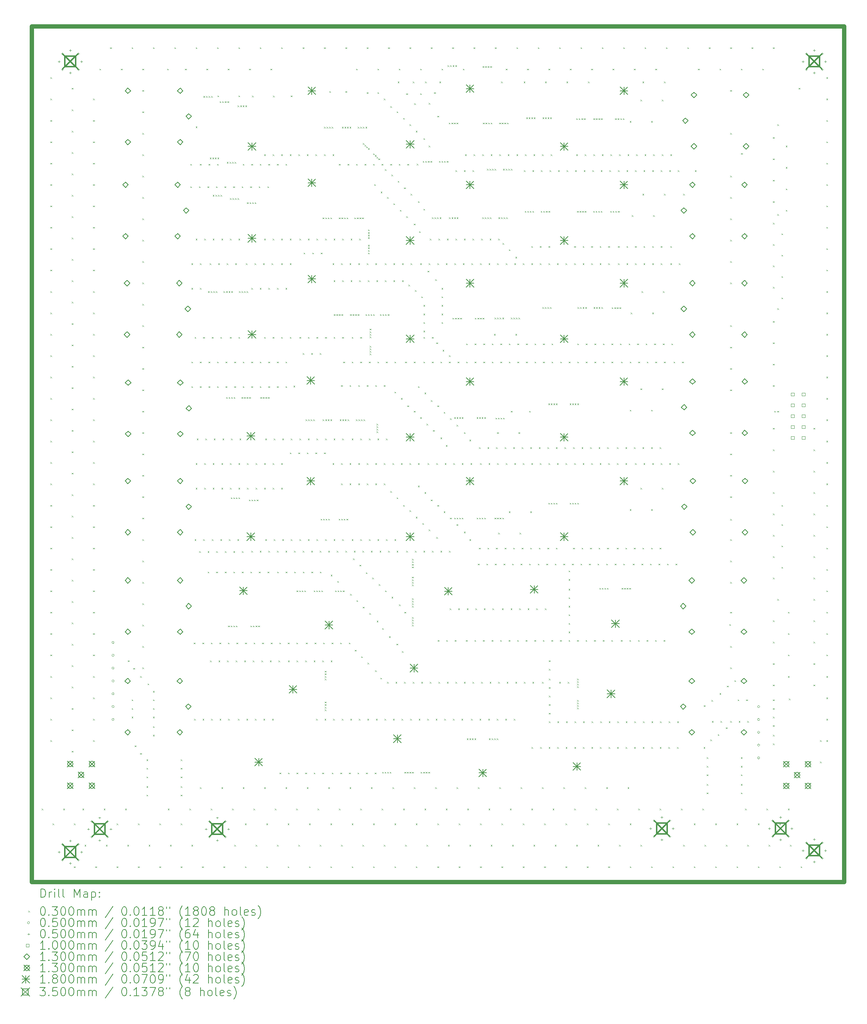
<source format=gbr>
%TF.GenerationSoftware,KiCad,Pcbnew,8.0.4*%
%TF.CreationDate,2024-11-18T14:29:11+01:00*%
%TF.ProjectId,Zolotarev,5a6f6c6f-7461-4726-9576-2e6b69636164,rev?*%
%TF.SameCoordinates,Original*%
%TF.FileFunction,Drillmap*%
%TF.FilePolarity,Positive*%
%FSLAX45Y45*%
G04 Gerber Fmt 4.5, Leading zero omitted, Abs format (unit mm)*
G04 Created by KiCad (PCBNEW 8.0.4) date 2024-11-18 14:29:11*
%MOMM*%
%LPD*%
G01*
G04 APERTURE LIST*
%ADD10C,1.000000*%
%ADD11C,0.200000*%
%ADD12C,0.100000*%
%ADD13C,0.130000*%
%ADD14C,0.130048*%
%ADD15C,0.180000*%
%ADD16C,0.350000*%
G04 APERTURE END LIST*
D10*
X1000000Y-2500000D02*
X20000000Y-2500000D01*
X20000000Y-22500000D01*
X1000000Y-22500000D01*
X1000000Y-2500000D01*
D11*
D12*
X1235000Y-20785000D02*
X1265000Y-20815000D01*
X1265000Y-20785000D02*
X1235000Y-20815000D01*
X1435000Y-3685000D02*
X1465000Y-3715000D01*
X1465000Y-3685000D02*
X1435000Y-3715000D01*
X1435000Y-4185000D02*
X1465000Y-4215000D01*
X1465000Y-4185000D02*
X1435000Y-4215000D01*
X1435000Y-4685000D02*
X1465000Y-4715000D01*
X1465000Y-4685000D02*
X1435000Y-4715000D01*
X1435000Y-5185000D02*
X1465000Y-5215000D01*
X1465000Y-5185000D02*
X1435000Y-5215000D01*
X1435000Y-5685000D02*
X1465000Y-5715000D01*
X1465000Y-5685000D02*
X1435000Y-5715000D01*
X1435000Y-6185000D02*
X1465000Y-6215000D01*
X1465000Y-6185000D02*
X1435000Y-6215000D01*
X1435000Y-6685000D02*
X1465000Y-6715000D01*
X1465000Y-6685000D02*
X1435000Y-6715000D01*
X1435000Y-7185000D02*
X1465000Y-7215000D01*
X1465000Y-7185000D02*
X1435000Y-7215000D01*
X1435000Y-7685000D02*
X1465000Y-7715000D01*
X1465000Y-7685000D02*
X1435000Y-7715000D01*
X1435000Y-8185000D02*
X1465000Y-8215000D01*
X1465000Y-8185000D02*
X1435000Y-8215000D01*
X1435000Y-8685000D02*
X1465000Y-8715000D01*
X1465000Y-8685000D02*
X1435000Y-8715000D01*
X1435000Y-9185000D02*
X1465000Y-9215000D01*
X1465000Y-9185000D02*
X1435000Y-9215000D01*
X1435000Y-9685000D02*
X1465000Y-9715000D01*
X1465000Y-9685000D02*
X1435000Y-9715000D01*
X1435000Y-10185000D02*
X1465000Y-10215000D01*
X1465000Y-10185000D02*
X1435000Y-10215000D01*
X1435000Y-10685000D02*
X1465000Y-10715000D01*
X1465000Y-10685000D02*
X1435000Y-10715000D01*
X1435000Y-11185000D02*
X1465000Y-11215000D01*
X1465000Y-11185000D02*
X1435000Y-11215000D01*
X1435000Y-11685000D02*
X1465000Y-11715000D01*
X1465000Y-11685000D02*
X1435000Y-11715000D01*
X1435000Y-12185000D02*
X1465000Y-12215000D01*
X1465000Y-12185000D02*
X1435000Y-12215000D01*
X1435000Y-12685000D02*
X1465000Y-12715000D01*
X1465000Y-12685000D02*
X1435000Y-12715000D01*
X1435000Y-13185000D02*
X1465000Y-13215000D01*
X1465000Y-13185000D02*
X1435000Y-13215000D01*
X1435000Y-13685000D02*
X1465000Y-13715000D01*
X1465000Y-13685000D02*
X1435000Y-13715000D01*
X1435000Y-14185000D02*
X1465000Y-14215000D01*
X1465000Y-14185000D02*
X1435000Y-14215000D01*
X1435000Y-14685000D02*
X1465000Y-14715000D01*
X1465000Y-14685000D02*
X1435000Y-14715000D01*
X1435000Y-15185000D02*
X1465000Y-15215000D01*
X1465000Y-15185000D02*
X1435000Y-15215000D01*
X1435000Y-15685000D02*
X1465000Y-15715000D01*
X1465000Y-15685000D02*
X1435000Y-15715000D01*
X1435000Y-16185000D02*
X1465000Y-16215000D01*
X1465000Y-16185000D02*
X1435000Y-16215000D01*
X1435000Y-16685000D02*
X1465000Y-16715000D01*
X1465000Y-16685000D02*
X1435000Y-16715000D01*
X1435000Y-17185000D02*
X1465000Y-17215000D01*
X1465000Y-17185000D02*
X1435000Y-17215000D01*
X1435000Y-17685000D02*
X1465000Y-17715000D01*
X1465000Y-17685000D02*
X1435000Y-17715000D01*
X1435000Y-18185000D02*
X1465000Y-18215000D01*
X1465000Y-18185000D02*
X1435000Y-18215000D01*
X1435000Y-18685000D02*
X1465000Y-18715000D01*
X1465000Y-18685000D02*
X1435000Y-18715000D01*
X1435000Y-19185000D02*
X1465000Y-19215000D01*
X1465000Y-19185000D02*
X1435000Y-19215000D01*
X1485000Y-21135000D02*
X1515000Y-21165000D01*
X1515000Y-21135000D02*
X1485000Y-21165000D01*
X1735000Y-20785000D02*
X1765000Y-20815000D01*
X1765000Y-20785000D02*
X1735000Y-20815000D01*
X1935000Y-3935000D02*
X1965000Y-3965000D01*
X1965000Y-3935000D02*
X1935000Y-3965000D01*
X1935000Y-4435000D02*
X1965000Y-4465000D01*
X1965000Y-4435000D02*
X1935000Y-4465000D01*
X1935000Y-4935000D02*
X1965000Y-4965000D01*
X1965000Y-4935000D02*
X1935000Y-4965000D01*
X1935000Y-5435000D02*
X1965000Y-5465000D01*
X1965000Y-5435000D02*
X1935000Y-5465000D01*
X1935000Y-5935000D02*
X1965000Y-5965000D01*
X1965000Y-5935000D02*
X1935000Y-5965000D01*
X1935000Y-6435000D02*
X1965000Y-6465000D01*
X1965000Y-6435000D02*
X1935000Y-6465000D01*
X1935000Y-6935000D02*
X1965000Y-6965000D01*
X1965000Y-6935000D02*
X1935000Y-6965000D01*
X1935000Y-7435000D02*
X1965000Y-7465000D01*
X1965000Y-7435000D02*
X1935000Y-7465000D01*
X1935000Y-7935000D02*
X1965000Y-7965000D01*
X1965000Y-7935000D02*
X1935000Y-7965000D01*
X1935000Y-8435000D02*
X1965000Y-8465000D01*
X1965000Y-8435000D02*
X1935000Y-8465000D01*
X1935000Y-8935000D02*
X1965000Y-8965000D01*
X1965000Y-8935000D02*
X1935000Y-8965000D01*
X1935000Y-9435000D02*
X1965000Y-9465000D01*
X1965000Y-9435000D02*
X1935000Y-9465000D01*
X1935000Y-9935000D02*
X1965000Y-9965000D01*
X1965000Y-9935000D02*
X1935000Y-9965000D01*
X1935000Y-10435000D02*
X1965000Y-10465000D01*
X1965000Y-10435000D02*
X1935000Y-10465000D01*
X1935000Y-10935000D02*
X1965000Y-10965000D01*
X1965000Y-10935000D02*
X1935000Y-10965000D01*
X1935000Y-11435000D02*
X1965000Y-11465000D01*
X1965000Y-11435000D02*
X1935000Y-11465000D01*
X1935000Y-11935000D02*
X1965000Y-11965000D01*
X1965000Y-11935000D02*
X1935000Y-11965000D01*
X1935000Y-12435000D02*
X1965000Y-12465000D01*
X1965000Y-12435000D02*
X1935000Y-12465000D01*
X1935000Y-12935000D02*
X1965000Y-12965000D01*
X1965000Y-12935000D02*
X1935000Y-12965000D01*
X1935000Y-13435000D02*
X1965000Y-13465000D01*
X1965000Y-13435000D02*
X1935000Y-13465000D01*
X1935000Y-13935000D02*
X1965000Y-13965000D01*
X1965000Y-13935000D02*
X1935000Y-13965000D01*
X1935000Y-14435000D02*
X1965000Y-14465000D01*
X1965000Y-14435000D02*
X1935000Y-14465000D01*
X1935000Y-14935000D02*
X1965000Y-14965000D01*
X1965000Y-14935000D02*
X1935000Y-14965000D01*
X1935000Y-15435000D02*
X1965000Y-15465000D01*
X1965000Y-15435000D02*
X1935000Y-15465000D01*
X1935000Y-15935000D02*
X1965000Y-15965000D01*
X1965000Y-15935000D02*
X1935000Y-15965000D01*
X1935000Y-16435000D02*
X1965000Y-16465000D01*
X1965000Y-16435000D02*
X1935000Y-16465000D01*
X1935000Y-16935000D02*
X1965000Y-16965000D01*
X1965000Y-16935000D02*
X1935000Y-16965000D01*
X1935000Y-17435000D02*
X1965000Y-17465000D01*
X1965000Y-17435000D02*
X1935000Y-17465000D01*
X1935000Y-17935000D02*
X1965000Y-17965000D01*
X1965000Y-17935000D02*
X1935000Y-17965000D01*
X1935000Y-18435000D02*
X1965000Y-18465000D01*
X1965000Y-18435000D02*
X1935000Y-18465000D01*
X1935000Y-18935000D02*
X1965000Y-18965000D01*
X1965000Y-18935000D02*
X1935000Y-18965000D01*
X1935000Y-19435000D02*
X1965000Y-19465000D01*
X1965000Y-19435000D02*
X1935000Y-19465000D01*
X1985000Y-21135000D02*
X2015000Y-21165000D01*
X2015000Y-21135000D02*
X1985000Y-21165000D01*
X1985000Y-22135000D02*
X2015000Y-22165000D01*
X2015000Y-22135000D02*
X1985000Y-22165000D01*
X2085000Y-3485000D02*
X2115000Y-3515000D01*
X2115000Y-3485000D02*
X2085000Y-3515000D01*
X2185000Y-20785000D02*
X2215000Y-20815000D01*
X2215000Y-20785000D02*
X2185000Y-20815000D01*
X2235000Y-21635000D02*
X2265000Y-21665000D01*
X2265000Y-21635000D02*
X2235000Y-21665000D01*
X2435000Y-4185000D02*
X2465000Y-4215000D01*
X2465000Y-4185000D02*
X2435000Y-4215000D01*
X2435000Y-4685000D02*
X2465000Y-4715000D01*
X2465000Y-4685000D02*
X2435000Y-4715000D01*
X2435000Y-5185000D02*
X2465000Y-5215000D01*
X2465000Y-5185000D02*
X2435000Y-5215000D01*
X2435000Y-5685000D02*
X2465000Y-5715000D01*
X2465000Y-5685000D02*
X2435000Y-5715000D01*
X2435000Y-6185000D02*
X2465000Y-6215000D01*
X2465000Y-6185000D02*
X2435000Y-6215000D01*
X2435000Y-6685000D02*
X2465000Y-6715000D01*
X2465000Y-6685000D02*
X2435000Y-6715000D01*
X2435000Y-7185000D02*
X2465000Y-7215000D01*
X2465000Y-7185000D02*
X2435000Y-7215000D01*
X2435000Y-7685000D02*
X2465000Y-7715000D01*
X2465000Y-7685000D02*
X2435000Y-7715000D01*
X2435000Y-8185000D02*
X2465000Y-8215000D01*
X2465000Y-8185000D02*
X2435000Y-8215000D01*
X2435000Y-8685000D02*
X2465000Y-8715000D01*
X2465000Y-8685000D02*
X2435000Y-8715000D01*
X2435000Y-9185000D02*
X2465000Y-9215000D01*
X2465000Y-9185000D02*
X2435000Y-9215000D01*
X2435000Y-9685000D02*
X2465000Y-9715000D01*
X2465000Y-9685000D02*
X2435000Y-9715000D01*
X2435000Y-10185000D02*
X2465000Y-10215000D01*
X2465000Y-10185000D02*
X2435000Y-10215000D01*
X2435000Y-10685000D02*
X2465000Y-10715000D01*
X2465000Y-10685000D02*
X2435000Y-10715000D01*
X2435000Y-11185000D02*
X2465000Y-11215000D01*
X2465000Y-11185000D02*
X2435000Y-11215000D01*
X2435000Y-11685000D02*
X2465000Y-11715000D01*
X2465000Y-11685000D02*
X2435000Y-11715000D01*
X2435000Y-12185000D02*
X2465000Y-12215000D01*
X2465000Y-12185000D02*
X2435000Y-12215000D01*
X2435000Y-12685000D02*
X2465000Y-12715000D01*
X2465000Y-12685000D02*
X2435000Y-12715000D01*
X2435000Y-13185000D02*
X2465000Y-13215000D01*
X2465000Y-13185000D02*
X2435000Y-13215000D01*
X2435000Y-13685000D02*
X2465000Y-13715000D01*
X2465000Y-13685000D02*
X2435000Y-13715000D01*
X2435000Y-14185000D02*
X2465000Y-14215000D01*
X2465000Y-14185000D02*
X2435000Y-14215000D01*
X2435000Y-14685000D02*
X2465000Y-14715000D01*
X2465000Y-14685000D02*
X2435000Y-14715000D01*
X2435000Y-15185000D02*
X2465000Y-15215000D01*
X2465000Y-15185000D02*
X2435000Y-15215000D01*
X2435000Y-15685000D02*
X2465000Y-15715000D01*
X2465000Y-15685000D02*
X2435000Y-15715000D01*
X2435000Y-16185000D02*
X2465000Y-16215000D01*
X2465000Y-16185000D02*
X2435000Y-16215000D01*
X2435000Y-16685000D02*
X2465000Y-16715000D01*
X2465000Y-16685000D02*
X2435000Y-16715000D01*
X2435000Y-17185000D02*
X2465000Y-17215000D01*
X2465000Y-17185000D02*
X2435000Y-17215000D01*
X2435000Y-17685000D02*
X2465000Y-17715000D01*
X2465000Y-17685000D02*
X2435000Y-17715000D01*
X2435000Y-18185000D02*
X2465000Y-18215000D01*
X2465000Y-18185000D02*
X2435000Y-18215000D01*
X2435000Y-18685000D02*
X2465000Y-18715000D01*
X2465000Y-18685000D02*
X2435000Y-18715000D01*
X2435000Y-19185000D02*
X2465000Y-19215000D01*
X2465000Y-19185000D02*
X2435000Y-19215000D01*
X2435000Y-19685000D02*
X2465000Y-19715000D01*
X2465000Y-19685000D02*
X2435000Y-19715000D01*
X2485000Y-22135000D02*
X2515000Y-22165000D01*
X2515000Y-22135000D02*
X2485000Y-22165000D01*
X2585000Y-3485000D02*
X2615000Y-3515000D01*
X2615000Y-3485000D02*
X2585000Y-3515000D01*
X2685000Y-20785000D02*
X2715000Y-20815000D01*
X2715000Y-20785000D02*
X2685000Y-20815000D01*
X2735000Y-21635000D02*
X2765000Y-21665000D01*
X2765000Y-21635000D02*
X2735000Y-21665000D01*
X2835000Y-2985000D02*
X2865000Y-3015000D01*
X2865000Y-2985000D02*
X2835000Y-3015000D01*
X2985000Y-21135000D02*
X3015000Y-21165000D01*
X3015000Y-21135000D02*
X2985000Y-21165000D01*
X2985000Y-22135000D02*
X3015000Y-22165000D01*
X3015000Y-22135000D02*
X2985000Y-22165000D01*
X3085000Y-3485000D02*
X3115000Y-3515000D01*
X3115000Y-3485000D02*
X3085000Y-3515000D01*
X3185000Y-20785000D02*
X3215000Y-20815000D01*
X3215000Y-20785000D02*
X3185000Y-20815000D01*
X3235000Y-21635000D02*
X3265000Y-21665000D01*
X3265000Y-21635000D02*
X3235000Y-21665000D01*
X3250000Y-17320000D02*
X3280000Y-17350000D01*
X3280000Y-17320000D02*
X3250000Y-17350000D01*
X3335000Y-2985000D02*
X3365000Y-3015000D01*
X3365000Y-2985000D02*
X3335000Y-3015000D01*
X3335000Y-18235000D02*
X3365000Y-18265000D01*
X3365000Y-18235000D02*
X3335000Y-18265000D01*
X3335000Y-18435000D02*
X3365000Y-18465000D01*
X3365000Y-18435000D02*
X3335000Y-18465000D01*
X3335000Y-18635000D02*
X3365000Y-18665000D01*
X3365000Y-18635000D02*
X3335000Y-18665000D01*
X3375000Y-17495000D02*
X3405000Y-17525000D01*
X3405000Y-17495000D02*
X3375000Y-17525000D01*
X3410000Y-19310000D02*
X3440000Y-19340000D01*
X3440000Y-19310000D02*
X3410000Y-19340000D01*
X3485000Y-21135000D02*
X3515000Y-21165000D01*
X3515000Y-21135000D02*
X3485000Y-21165000D01*
X3485000Y-22135000D02*
X3515000Y-22165000D01*
X3515000Y-22135000D02*
X3485000Y-22165000D01*
X3535000Y-17685000D02*
X3565000Y-17715000D01*
X3565000Y-17685000D02*
X3535000Y-17715000D01*
X3535000Y-19485000D02*
X3565000Y-19515000D01*
X3565000Y-19485000D02*
X3535000Y-19515000D01*
X3585000Y-3485000D02*
X3615000Y-3515000D01*
X3615000Y-3485000D02*
X3585000Y-3515000D01*
X3585000Y-3985000D02*
X3615000Y-4015000D01*
X3615000Y-3985000D02*
X3585000Y-4015000D01*
X3585000Y-4485000D02*
X3615000Y-4515000D01*
X3615000Y-4485000D02*
X3585000Y-4515000D01*
X3585000Y-4985000D02*
X3615000Y-5015000D01*
X3615000Y-4985000D02*
X3585000Y-5015000D01*
X3585000Y-5485000D02*
X3615000Y-5515000D01*
X3615000Y-5485000D02*
X3585000Y-5515000D01*
X3585000Y-5985000D02*
X3615000Y-6015000D01*
X3615000Y-5985000D02*
X3585000Y-6015000D01*
X3585000Y-6485000D02*
X3615000Y-6515000D01*
X3615000Y-6485000D02*
X3585000Y-6515000D01*
X3585000Y-6985000D02*
X3615000Y-7015000D01*
X3615000Y-6985000D02*
X3585000Y-7015000D01*
X3585000Y-7485000D02*
X3615000Y-7515000D01*
X3615000Y-7485000D02*
X3585000Y-7515000D01*
X3585000Y-7985000D02*
X3615000Y-8015000D01*
X3615000Y-7985000D02*
X3585000Y-8015000D01*
X3585000Y-8485000D02*
X3615000Y-8515000D01*
X3615000Y-8485000D02*
X3585000Y-8515000D01*
X3585000Y-8985000D02*
X3615000Y-9015000D01*
X3615000Y-8985000D02*
X3585000Y-9015000D01*
X3585000Y-9485000D02*
X3615000Y-9515000D01*
X3615000Y-9485000D02*
X3585000Y-9515000D01*
X3585000Y-9985000D02*
X3615000Y-10015000D01*
X3615000Y-9985000D02*
X3585000Y-10015000D01*
X3585000Y-10485000D02*
X3615000Y-10515000D01*
X3615000Y-10485000D02*
X3585000Y-10515000D01*
X3585000Y-10985000D02*
X3615000Y-11015000D01*
X3615000Y-10985000D02*
X3585000Y-11015000D01*
X3585000Y-11485000D02*
X3615000Y-11515000D01*
X3615000Y-11485000D02*
X3585000Y-11515000D01*
X3585000Y-11985000D02*
X3615000Y-12015000D01*
X3615000Y-11985000D02*
X3585000Y-12015000D01*
X3585000Y-12485000D02*
X3615000Y-12515000D01*
X3615000Y-12485000D02*
X3585000Y-12515000D01*
X3585000Y-12985000D02*
X3615000Y-13015000D01*
X3615000Y-12985000D02*
X3585000Y-13015000D01*
X3585000Y-13485000D02*
X3615000Y-13515000D01*
X3615000Y-13485000D02*
X3585000Y-13515000D01*
X3585000Y-13985000D02*
X3615000Y-14015000D01*
X3615000Y-13985000D02*
X3585000Y-14015000D01*
X3585000Y-14485000D02*
X3615000Y-14515000D01*
X3615000Y-14485000D02*
X3585000Y-14515000D01*
X3585000Y-14985000D02*
X3615000Y-15015000D01*
X3615000Y-14985000D02*
X3585000Y-15015000D01*
X3585000Y-15485000D02*
X3615000Y-15515000D01*
X3615000Y-15485000D02*
X3585000Y-15515000D01*
X3585000Y-15985000D02*
X3615000Y-16015000D01*
X3615000Y-15985000D02*
X3585000Y-16015000D01*
X3585000Y-16485000D02*
X3615000Y-16515000D01*
X3615000Y-16485000D02*
X3585000Y-16515000D01*
X3585000Y-16985000D02*
X3615000Y-17015000D01*
X3615000Y-16985000D02*
X3585000Y-17015000D01*
X3585000Y-17485000D02*
X3615000Y-17515000D01*
X3615000Y-17485000D02*
X3585000Y-17515000D01*
X3685000Y-19635000D02*
X3715000Y-19665000D01*
X3715000Y-19635000D02*
X3685000Y-19665000D01*
X3685000Y-19835000D02*
X3715000Y-19865000D01*
X3715000Y-19835000D02*
X3685000Y-19865000D01*
X3685000Y-20035000D02*
X3715000Y-20065000D01*
X3715000Y-20035000D02*
X3685000Y-20065000D01*
X3685000Y-20260000D02*
X3715000Y-20290000D01*
X3715000Y-20260000D02*
X3685000Y-20290000D01*
X3685000Y-20460000D02*
X3715000Y-20490000D01*
X3715000Y-20460000D02*
X3685000Y-20490000D01*
X3710000Y-17860000D02*
X3740000Y-17890000D01*
X3740000Y-17860000D02*
X3710000Y-17890000D01*
X3735000Y-21635000D02*
X3765000Y-21665000D01*
X3765000Y-21635000D02*
X3735000Y-21665000D01*
X3835000Y-2985000D02*
X3865000Y-3015000D01*
X3865000Y-2985000D02*
X3835000Y-3015000D01*
X3835000Y-18035000D02*
X3865000Y-18065000D01*
X3865000Y-18035000D02*
X3835000Y-18065000D01*
X3835000Y-18235000D02*
X3865000Y-18265000D01*
X3865000Y-18235000D02*
X3835000Y-18265000D01*
X3835000Y-18435000D02*
X3865000Y-18465000D01*
X3865000Y-18435000D02*
X3835000Y-18465000D01*
X3835000Y-18635000D02*
X3865000Y-18665000D01*
X3865000Y-18635000D02*
X3835000Y-18665000D01*
X3835000Y-18860000D02*
X3865000Y-18890000D01*
X3865000Y-18860000D02*
X3835000Y-18890000D01*
X3835000Y-19060000D02*
X3865000Y-19090000D01*
X3865000Y-19060000D02*
X3835000Y-19090000D01*
X3985000Y-21135000D02*
X4015000Y-21165000D01*
X4015000Y-21135000D02*
X3985000Y-21165000D01*
X3985000Y-22135000D02*
X4015000Y-22165000D01*
X4015000Y-22135000D02*
X3985000Y-22165000D01*
X4165000Y-3485000D02*
X4195000Y-3515000D01*
X4195000Y-3485000D02*
X4165000Y-3515000D01*
X4185000Y-20785000D02*
X4215000Y-20815000D01*
X4215000Y-20785000D02*
X4185000Y-20815000D01*
X4235000Y-21635000D02*
X4265000Y-21665000D01*
X4265000Y-21635000D02*
X4235000Y-21665000D01*
X4335000Y-2985000D02*
X4365000Y-3015000D01*
X4365000Y-2985000D02*
X4335000Y-3015000D01*
X4485000Y-19635000D02*
X4515000Y-19665000D01*
X4515000Y-19635000D02*
X4485000Y-19665000D01*
X4485000Y-19835000D02*
X4515000Y-19865000D01*
X4515000Y-19835000D02*
X4485000Y-19865000D01*
X4485000Y-20035000D02*
X4515000Y-20065000D01*
X4515000Y-20035000D02*
X4485000Y-20065000D01*
X4485000Y-20260000D02*
X4515000Y-20290000D01*
X4515000Y-20260000D02*
X4485000Y-20290000D01*
X4485000Y-20460000D02*
X4515000Y-20490000D01*
X4515000Y-20460000D02*
X4485000Y-20490000D01*
X4485000Y-21135000D02*
X4515000Y-21165000D01*
X4515000Y-21135000D02*
X4485000Y-21165000D01*
X4485000Y-22135000D02*
X4515000Y-22165000D01*
X4515000Y-22135000D02*
X4485000Y-22165000D01*
X4585000Y-3485000D02*
X4615000Y-3515000D01*
X4615000Y-3485000D02*
X4585000Y-3515000D01*
X4685000Y-20785000D02*
X4715000Y-20815000D01*
X4715000Y-20785000D02*
X4685000Y-20815000D01*
X4710000Y-5710000D02*
X4740000Y-5740000D01*
X4740000Y-5710000D02*
X4710000Y-5740000D01*
X4710000Y-6235000D02*
X4740000Y-6265000D01*
X4740000Y-6235000D02*
X4710000Y-6265000D01*
X4735000Y-8035000D02*
X4765000Y-8065000D01*
X4765000Y-8035000D02*
X4735000Y-8065000D01*
X4735000Y-8610000D02*
X4765000Y-8640000D01*
X4765000Y-8610000D02*
X4735000Y-8640000D01*
X4735000Y-10335000D02*
X4765000Y-10365000D01*
X4765000Y-10335000D02*
X4735000Y-10365000D01*
X4735000Y-10910000D02*
X4765000Y-10940000D01*
X4765000Y-10910000D02*
X4735000Y-10940000D01*
X4735000Y-21635000D02*
X4765000Y-21665000D01*
X4765000Y-21635000D02*
X4735000Y-21665000D01*
X4790000Y-16905000D02*
X4820000Y-16935000D01*
X4820000Y-16905000D02*
X4790000Y-16935000D01*
X4795000Y-18685000D02*
X4825000Y-18715000D01*
X4825000Y-18685000D02*
X4795000Y-18715000D01*
X4810000Y-9760000D02*
X4840000Y-9790000D01*
X4840000Y-9760000D02*
X4810000Y-9790000D01*
X4810000Y-14485000D02*
X4840000Y-14515000D01*
X4840000Y-14485000D02*
X4810000Y-14515000D01*
X4835000Y-2985000D02*
X4865000Y-3015000D01*
X4865000Y-2985000D02*
X4835000Y-3015000D01*
X4835000Y-4835000D02*
X4865000Y-4865000D01*
X4865000Y-4835000D02*
X4835000Y-4865000D01*
X4835000Y-7460000D02*
X4865000Y-7490000D01*
X4865000Y-7460000D02*
X4835000Y-7490000D01*
X4835000Y-12710000D02*
X4865000Y-12740000D01*
X4865000Y-12710000D02*
X4835000Y-12740000D01*
X4835000Y-13285000D02*
X4865000Y-13315000D01*
X4865000Y-13285000D02*
X4835000Y-13315000D01*
X4860000Y-12135000D02*
X4890000Y-12165000D01*
X4890000Y-12135000D02*
X4860000Y-12165000D01*
X4910000Y-6235000D02*
X4940000Y-6265000D01*
X4940000Y-6235000D02*
X4910000Y-6265000D01*
X4915000Y-14765000D02*
X4945000Y-14795000D01*
X4945000Y-14765000D02*
X4915000Y-14795000D01*
X4935000Y-5710000D02*
X4965000Y-5740000D01*
X4965000Y-5710000D02*
X4935000Y-5740000D01*
X4935000Y-8035000D02*
X4965000Y-8065000D01*
X4965000Y-8035000D02*
X4935000Y-8065000D01*
X4935000Y-8610000D02*
X4965000Y-8640000D01*
X4965000Y-8610000D02*
X4935000Y-8640000D01*
X4935000Y-10335000D02*
X4965000Y-10365000D01*
X4965000Y-10335000D02*
X4935000Y-10365000D01*
X4935000Y-10910000D02*
X4965000Y-10940000D01*
X4965000Y-10910000D02*
X4935000Y-10940000D01*
X4935000Y-20285000D02*
X4965000Y-20315000D01*
X4965000Y-20285000D02*
X4935000Y-20315000D01*
X4985000Y-22135000D02*
X5015000Y-22165000D01*
X5015000Y-22135000D02*
X4985000Y-22165000D01*
X4990000Y-16905000D02*
X5020000Y-16935000D01*
X5020000Y-16905000D02*
X4990000Y-16935000D01*
X4995000Y-18685000D02*
X5025000Y-18715000D01*
X5025000Y-18685000D02*
X4995000Y-18715000D01*
X5010000Y-9760000D02*
X5040000Y-9790000D01*
X5040000Y-9760000D02*
X5010000Y-9790000D01*
X5010000Y-14485000D02*
X5040000Y-14515000D01*
X5040000Y-14485000D02*
X5010000Y-14515000D01*
X5015000Y-4125000D02*
X5045000Y-4155000D01*
X5045000Y-4125000D02*
X5015000Y-4155000D01*
X5035000Y-7460000D02*
X5065000Y-7490000D01*
X5065000Y-7460000D02*
X5035000Y-7490000D01*
X5035000Y-12710000D02*
X5065000Y-12740000D01*
X5065000Y-12710000D02*
X5035000Y-12740000D01*
X5035000Y-13285000D02*
X5065000Y-13315000D01*
X5065000Y-13285000D02*
X5035000Y-13315000D01*
X5060000Y-12135000D02*
X5090000Y-12165000D01*
X5090000Y-12135000D02*
X5060000Y-12165000D01*
X5075000Y-4125000D02*
X5105000Y-4155000D01*
X5105000Y-4125000D02*
X5075000Y-4155000D01*
X5085000Y-3485000D02*
X5115000Y-3515000D01*
X5115000Y-3485000D02*
X5085000Y-3515000D01*
X5110000Y-6235000D02*
X5140000Y-6265000D01*
X5140000Y-6235000D02*
X5110000Y-6265000D01*
X5115000Y-14765000D02*
X5145000Y-14795000D01*
X5145000Y-14765000D02*
X5115000Y-14795000D01*
X5115000Y-15245000D02*
X5145000Y-15275000D01*
X5145000Y-15245000D02*
X5115000Y-15275000D01*
X5125000Y-8685000D02*
X5155000Y-8715000D01*
X5155000Y-8685000D02*
X5125000Y-8715000D01*
X5135000Y-4125000D02*
X5165000Y-4155000D01*
X5165000Y-4125000D02*
X5135000Y-4155000D01*
X5135000Y-5710000D02*
X5165000Y-5740000D01*
X5165000Y-5710000D02*
X5135000Y-5740000D01*
X5135000Y-10335000D02*
X5165000Y-10365000D01*
X5165000Y-10335000D02*
X5135000Y-10365000D01*
X5135000Y-10910000D02*
X5165000Y-10940000D01*
X5165000Y-10910000D02*
X5135000Y-10940000D01*
X5160000Y-8035000D02*
X5190000Y-8065000D01*
X5190000Y-8035000D02*
X5160000Y-8065000D01*
X5165000Y-5565000D02*
X5195000Y-5595000D01*
X5195000Y-5565000D02*
X5165000Y-5595000D01*
X5170000Y-17325000D02*
X5200000Y-17355000D01*
X5200000Y-17325000D02*
X5170000Y-17355000D01*
X5185000Y-8685000D02*
X5215000Y-8715000D01*
X5215000Y-8685000D02*
X5185000Y-8715000D01*
X5185000Y-20785000D02*
X5215000Y-20815000D01*
X5215000Y-20785000D02*
X5185000Y-20815000D01*
X5190000Y-16905000D02*
X5220000Y-16935000D01*
X5220000Y-16905000D02*
X5190000Y-16935000D01*
X5195000Y-4125000D02*
X5225000Y-4155000D01*
X5225000Y-4125000D02*
X5195000Y-4155000D01*
X5195000Y-18685000D02*
X5225000Y-18715000D01*
X5225000Y-18685000D02*
X5195000Y-18715000D01*
X5210000Y-9760000D02*
X5240000Y-9790000D01*
X5240000Y-9760000D02*
X5210000Y-9790000D01*
X5210000Y-14485000D02*
X5240000Y-14515000D01*
X5240000Y-14485000D02*
X5210000Y-14515000D01*
X5225000Y-5565000D02*
X5255000Y-5595000D01*
X5255000Y-5565000D02*
X5225000Y-5595000D01*
X5235000Y-6435000D02*
X5265000Y-6465000D01*
X5265000Y-6435000D02*
X5235000Y-6465000D01*
X5235000Y-7460000D02*
X5265000Y-7490000D01*
X5265000Y-7460000D02*
X5235000Y-7490000D01*
X5235000Y-12710000D02*
X5265000Y-12740000D01*
X5265000Y-12710000D02*
X5235000Y-12740000D01*
X5235000Y-13285000D02*
X5265000Y-13315000D01*
X5265000Y-13285000D02*
X5235000Y-13315000D01*
X5245000Y-8685000D02*
X5275000Y-8715000D01*
X5275000Y-8685000D02*
X5245000Y-8715000D01*
X5260000Y-12135000D02*
X5290000Y-12165000D01*
X5290000Y-12135000D02*
X5260000Y-12165000D01*
X5285000Y-5565000D02*
X5315000Y-5595000D01*
X5315000Y-5565000D02*
X5285000Y-5595000D01*
X5295000Y-6435000D02*
X5325000Y-6465000D01*
X5325000Y-6435000D02*
X5295000Y-6465000D01*
X5305000Y-8685000D02*
X5335000Y-8715000D01*
X5335000Y-8685000D02*
X5305000Y-8715000D01*
X5310000Y-6235000D02*
X5340000Y-6265000D01*
X5340000Y-6235000D02*
X5310000Y-6265000D01*
X5315000Y-14765000D02*
X5345000Y-14795000D01*
X5345000Y-14765000D02*
X5315000Y-14795000D01*
X5315000Y-15245000D02*
X5345000Y-15275000D01*
X5345000Y-15245000D02*
X5315000Y-15275000D01*
X5335000Y-2985000D02*
X5365000Y-3015000D01*
X5365000Y-2985000D02*
X5335000Y-3015000D01*
X5335000Y-5710000D02*
X5365000Y-5740000D01*
X5365000Y-5710000D02*
X5335000Y-5740000D01*
X5335000Y-10335000D02*
X5365000Y-10365000D01*
X5365000Y-10335000D02*
X5335000Y-10365000D01*
X5335000Y-10910000D02*
X5365000Y-10940000D01*
X5365000Y-10910000D02*
X5335000Y-10940000D01*
X5343945Y-4110000D02*
X5373945Y-4140000D01*
X5373945Y-4110000D02*
X5343945Y-4140000D01*
X5345000Y-5565000D02*
X5375000Y-5595000D01*
X5375000Y-5565000D02*
X5345000Y-5595000D01*
X5355000Y-6435000D02*
X5385000Y-6465000D01*
X5385000Y-6435000D02*
X5355000Y-6465000D01*
X5360000Y-8035000D02*
X5390000Y-8065000D01*
X5390000Y-8035000D02*
X5360000Y-8065000D01*
X5370000Y-17325000D02*
X5400000Y-17355000D01*
X5400000Y-17325000D02*
X5370000Y-17355000D01*
X5390000Y-16905000D02*
X5420000Y-16935000D01*
X5420000Y-16905000D02*
X5390000Y-16935000D01*
X5395000Y-4245000D02*
X5425000Y-4275000D01*
X5425000Y-4245000D02*
X5395000Y-4275000D01*
X5395000Y-18685000D02*
X5425000Y-18715000D01*
X5425000Y-18685000D02*
X5395000Y-18715000D01*
X5410000Y-9760000D02*
X5440000Y-9790000D01*
X5440000Y-9760000D02*
X5410000Y-9790000D01*
X5410000Y-14485000D02*
X5440000Y-14515000D01*
X5440000Y-14485000D02*
X5410000Y-14515000D01*
X5415000Y-6435000D02*
X5445000Y-6465000D01*
X5445000Y-6435000D02*
X5415000Y-6465000D01*
X5435000Y-7460000D02*
X5465000Y-7490000D01*
X5465000Y-7460000D02*
X5435000Y-7490000D01*
X5435000Y-12710000D02*
X5465000Y-12740000D01*
X5465000Y-12710000D02*
X5435000Y-12740000D01*
X5435000Y-13285000D02*
X5465000Y-13315000D01*
X5465000Y-13285000D02*
X5435000Y-13315000D01*
X5435000Y-20285000D02*
X5465000Y-20315000D01*
X5465000Y-20285000D02*
X5435000Y-20315000D01*
X5455000Y-4245000D02*
X5485000Y-4275000D01*
X5485000Y-4245000D02*
X5455000Y-4275000D01*
X5460000Y-12135000D02*
X5490000Y-12165000D01*
X5490000Y-12135000D02*
X5460000Y-12165000D01*
X5485000Y-8685000D02*
X5515000Y-8715000D01*
X5515000Y-8685000D02*
X5485000Y-8715000D01*
X5485000Y-22135000D02*
X5515000Y-22165000D01*
X5515000Y-22135000D02*
X5485000Y-22165000D01*
X5510000Y-6235000D02*
X5540000Y-6265000D01*
X5540000Y-6235000D02*
X5510000Y-6265000D01*
X5515000Y-4245000D02*
X5545000Y-4275000D01*
X5545000Y-4245000D02*
X5515000Y-4275000D01*
X5515000Y-14765000D02*
X5545000Y-14795000D01*
X5545000Y-14765000D02*
X5515000Y-14795000D01*
X5515000Y-15245000D02*
X5545000Y-15275000D01*
X5545000Y-15245000D02*
X5515000Y-15275000D01*
X5535000Y-10335000D02*
X5565000Y-10365000D01*
X5565000Y-10335000D02*
X5535000Y-10365000D01*
X5535000Y-10910000D02*
X5565000Y-10940000D01*
X5565000Y-10910000D02*
X5535000Y-10940000D01*
X5545000Y-8685000D02*
X5575000Y-8715000D01*
X5575000Y-8685000D02*
X5545000Y-8715000D01*
X5545000Y-11165000D02*
X5575000Y-11195000D01*
X5575000Y-11165000D02*
X5545000Y-11195000D01*
X5560000Y-8035000D02*
X5590000Y-8065000D01*
X5590000Y-8035000D02*
X5560000Y-8065000D01*
X5565000Y-5665000D02*
X5595000Y-5695000D01*
X5595000Y-5665000D02*
X5565000Y-5695000D01*
X5570000Y-17325000D02*
X5600000Y-17355000D01*
X5600000Y-17325000D02*
X5570000Y-17355000D01*
X5575000Y-4245000D02*
X5605000Y-4275000D01*
X5605000Y-4245000D02*
X5575000Y-4275000D01*
X5585000Y-3485000D02*
X5615000Y-3515000D01*
X5615000Y-3485000D02*
X5585000Y-3515000D01*
X5590000Y-16905000D02*
X5620000Y-16935000D01*
X5620000Y-16905000D02*
X5590000Y-16935000D01*
X5595000Y-16505000D02*
X5625000Y-16535000D01*
X5625000Y-16505000D02*
X5595000Y-16535000D01*
X5595000Y-18685000D02*
X5625000Y-18715000D01*
X5625000Y-18685000D02*
X5595000Y-18715000D01*
X5605000Y-8685000D02*
X5635000Y-8715000D01*
X5635000Y-8685000D02*
X5605000Y-8715000D01*
X5605000Y-11165000D02*
X5635000Y-11195000D01*
X5635000Y-11165000D02*
X5605000Y-11195000D01*
X5610000Y-14485000D02*
X5640000Y-14515000D01*
X5640000Y-14485000D02*
X5610000Y-14515000D01*
X5625000Y-5665000D02*
X5655000Y-5695000D01*
X5655000Y-5665000D02*
X5625000Y-5695000D01*
X5635000Y-6510000D02*
X5665000Y-6540000D01*
X5665000Y-6510000D02*
X5635000Y-6540000D01*
X5635000Y-7460000D02*
X5665000Y-7490000D01*
X5665000Y-7460000D02*
X5635000Y-7490000D01*
X5635000Y-9760000D02*
X5665000Y-9790000D01*
X5665000Y-9760000D02*
X5635000Y-9790000D01*
X5635000Y-12710000D02*
X5665000Y-12740000D01*
X5665000Y-12710000D02*
X5635000Y-12740000D01*
X5635000Y-13285000D02*
X5665000Y-13315000D01*
X5665000Y-13285000D02*
X5635000Y-13315000D01*
X5655000Y-13510000D02*
X5685000Y-13540000D01*
X5685000Y-13510000D02*
X5655000Y-13540000D01*
X5655000Y-16505000D02*
X5685000Y-16535000D01*
X5685000Y-16505000D02*
X5655000Y-16535000D01*
X5660000Y-12135000D02*
X5690000Y-12165000D01*
X5690000Y-12135000D02*
X5660000Y-12165000D01*
X5665000Y-8685000D02*
X5695000Y-8715000D01*
X5695000Y-8685000D02*
X5665000Y-8715000D01*
X5665000Y-11165000D02*
X5695000Y-11195000D01*
X5695000Y-11165000D02*
X5665000Y-11195000D01*
X5685000Y-5665000D02*
X5715000Y-5695000D01*
X5715000Y-5665000D02*
X5685000Y-5695000D01*
X5685000Y-20785000D02*
X5715000Y-20815000D01*
X5715000Y-20785000D02*
X5685000Y-20815000D01*
X5695000Y-6510000D02*
X5725000Y-6540000D01*
X5725000Y-6510000D02*
X5695000Y-6540000D01*
X5710000Y-6235000D02*
X5740000Y-6265000D01*
X5740000Y-6235000D02*
X5710000Y-6265000D01*
X5715000Y-13510000D02*
X5745000Y-13540000D01*
X5745000Y-13510000D02*
X5715000Y-13540000D01*
X5715000Y-14765000D02*
X5745000Y-14795000D01*
X5745000Y-14765000D02*
X5715000Y-14795000D01*
X5715000Y-15245000D02*
X5745000Y-15275000D01*
X5745000Y-15245000D02*
X5715000Y-15275000D01*
X5715000Y-16505000D02*
X5745000Y-16535000D01*
X5745000Y-16505000D02*
X5715000Y-16535000D01*
X5725000Y-11165000D02*
X5755000Y-11195000D01*
X5755000Y-11165000D02*
X5725000Y-11195000D01*
X5735000Y-10335000D02*
X5765000Y-10365000D01*
X5765000Y-10335000D02*
X5735000Y-10365000D01*
X5735000Y-10910000D02*
X5765000Y-10940000D01*
X5765000Y-10910000D02*
X5735000Y-10940000D01*
X5735000Y-21635000D02*
X5765000Y-21665000D01*
X5765000Y-21635000D02*
X5735000Y-21665000D01*
X5745000Y-5665000D02*
X5775000Y-5695000D01*
X5775000Y-5665000D02*
X5745000Y-5695000D01*
X5755000Y-6510000D02*
X5785000Y-6540000D01*
X5785000Y-6510000D02*
X5755000Y-6540000D01*
X5760000Y-8035000D02*
X5790000Y-8065000D01*
X5790000Y-8035000D02*
X5760000Y-8065000D01*
X5770000Y-17325000D02*
X5800000Y-17355000D01*
X5800000Y-17325000D02*
X5770000Y-17355000D01*
X5775000Y-13510000D02*
X5805000Y-13540000D01*
X5805000Y-13510000D02*
X5775000Y-13540000D01*
X5775000Y-16505000D02*
X5805000Y-16535000D01*
X5805000Y-16505000D02*
X5775000Y-16535000D01*
X5790000Y-16905000D02*
X5820000Y-16935000D01*
X5820000Y-16905000D02*
X5790000Y-16935000D01*
X5810000Y-14485000D02*
X5840000Y-14515000D01*
X5840000Y-14485000D02*
X5810000Y-14515000D01*
X5815000Y-4345000D02*
X5845000Y-4375000D01*
X5845000Y-4345000D02*
X5815000Y-4375000D01*
X5815000Y-6510000D02*
X5845000Y-6540000D01*
X5845000Y-6510000D02*
X5815000Y-6540000D01*
X5820000Y-18685000D02*
X5850000Y-18715000D01*
X5850000Y-18685000D02*
X5820000Y-18715000D01*
X5835000Y-2985000D02*
X5865000Y-3015000D01*
X5865000Y-2985000D02*
X5835000Y-3015000D01*
X5835000Y-4110000D02*
X5865000Y-4140000D01*
X5865000Y-4110000D02*
X5835000Y-4140000D01*
X5835000Y-7460000D02*
X5865000Y-7490000D01*
X5865000Y-7460000D02*
X5835000Y-7490000D01*
X5835000Y-9760000D02*
X5865000Y-9790000D01*
X5865000Y-9760000D02*
X5835000Y-9790000D01*
X5835000Y-12710000D02*
X5865000Y-12740000D01*
X5865000Y-12710000D02*
X5835000Y-12740000D01*
X5835000Y-13285000D02*
X5865000Y-13315000D01*
X5865000Y-13285000D02*
X5835000Y-13315000D01*
X5835000Y-13510000D02*
X5865000Y-13540000D01*
X5865000Y-13510000D02*
X5835000Y-13540000D01*
X5845000Y-8685000D02*
X5875000Y-8715000D01*
X5875000Y-8685000D02*
X5845000Y-8715000D01*
X5860000Y-12135000D02*
X5890000Y-12165000D01*
X5890000Y-12135000D02*
X5860000Y-12165000D01*
X5875000Y-4345000D02*
X5905000Y-4375000D01*
X5905000Y-4345000D02*
X5875000Y-4375000D01*
X5905000Y-8685000D02*
X5935000Y-8715000D01*
X5935000Y-8685000D02*
X5905000Y-8715000D01*
X5905000Y-11165000D02*
X5935000Y-11195000D01*
X5935000Y-11165000D02*
X5905000Y-11195000D01*
X5910000Y-6235000D02*
X5940000Y-6265000D01*
X5940000Y-6235000D02*
X5910000Y-6265000D01*
X5915000Y-14765000D02*
X5945000Y-14795000D01*
X5945000Y-14765000D02*
X5915000Y-14795000D01*
X5915000Y-15245000D02*
X5945000Y-15275000D01*
X5945000Y-15245000D02*
X5915000Y-15275000D01*
X5935000Y-4345000D02*
X5965000Y-4375000D01*
X5965000Y-4345000D02*
X5935000Y-4375000D01*
X5935000Y-5710000D02*
X5965000Y-5740000D01*
X5965000Y-5710000D02*
X5935000Y-5740000D01*
X5935000Y-10335000D02*
X5965000Y-10365000D01*
X5965000Y-10335000D02*
X5935000Y-10365000D01*
X5935000Y-10910000D02*
X5965000Y-10940000D01*
X5965000Y-10910000D02*
X5935000Y-10940000D01*
X5935000Y-20285000D02*
X5965000Y-20315000D01*
X5965000Y-20285000D02*
X5935000Y-20315000D01*
X5965000Y-8685000D02*
X5995000Y-8715000D01*
X5995000Y-8685000D02*
X5965000Y-8715000D01*
X5965000Y-11165000D02*
X5995000Y-11195000D01*
X5995000Y-11165000D02*
X5965000Y-11195000D01*
X5970000Y-17325000D02*
X6000000Y-17355000D01*
X6000000Y-17325000D02*
X5970000Y-17355000D01*
X5985000Y-21135000D02*
X6015000Y-21165000D01*
X6015000Y-21135000D02*
X5985000Y-21165000D01*
X5985000Y-22135000D02*
X6015000Y-22165000D01*
X6015000Y-22135000D02*
X5985000Y-22165000D01*
X5990000Y-16905000D02*
X6020000Y-16935000D01*
X6020000Y-16905000D02*
X5990000Y-16935000D01*
X5995000Y-4345000D02*
X6025000Y-4375000D01*
X6025000Y-4345000D02*
X5995000Y-4375000D01*
X6010000Y-8035000D02*
X6040000Y-8065000D01*
X6040000Y-8035000D02*
X6010000Y-8065000D01*
X6020000Y-18685000D02*
X6050000Y-18715000D01*
X6050000Y-18685000D02*
X6020000Y-18715000D01*
X6025000Y-8685000D02*
X6055000Y-8715000D01*
X6055000Y-8685000D02*
X6025000Y-8715000D01*
X6025000Y-11165000D02*
X6055000Y-11195000D01*
X6055000Y-11165000D02*
X6025000Y-11195000D01*
X6035000Y-6610000D02*
X6065000Y-6640000D01*
X6065000Y-6610000D02*
X6035000Y-6640000D01*
X6035000Y-12710000D02*
X6065000Y-12740000D01*
X6065000Y-12710000D02*
X6035000Y-12740000D01*
X6035000Y-13285000D02*
X6065000Y-13315000D01*
X6065000Y-13285000D02*
X6035000Y-13315000D01*
X6080000Y-13560000D02*
X6110000Y-13590000D01*
X6110000Y-13560000D02*
X6080000Y-13590000D01*
X6085000Y-3485000D02*
X6115000Y-3515000D01*
X6115000Y-3485000D02*
X6085000Y-3515000D01*
X6085000Y-11165000D02*
X6115000Y-11195000D01*
X6115000Y-11165000D02*
X6085000Y-11195000D01*
X6095000Y-6610000D02*
X6125000Y-6640000D01*
X6125000Y-6610000D02*
X6095000Y-6640000D01*
X6110000Y-6235000D02*
X6140000Y-6265000D01*
X6140000Y-6235000D02*
X6110000Y-6265000D01*
X6115000Y-15245000D02*
X6145000Y-15275000D01*
X6145000Y-15245000D02*
X6115000Y-15275000D01*
X6115000Y-16505000D02*
X6145000Y-16535000D01*
X6145000Y-16505000D02*
X6115000Y-16535000D01*
X6135000Y-5710000D02*
X6165000Y-5740000D01*
X6165000Y-5710000D02*
X6135000Y-5740000D01*
X6135000Y-8610000D02*
X6165000Y-8640000D01*
X6165000Y-8610000D02*
X6135000Y-8640000D01*
X6135000Y-10335000D02*
X6165000Y-10365000D01*
X6165000Y-10335000D02*
X6135000Y-10365000D01*
X6135000Y-10910000D02*
X6165000Y-10940000D01*
X6165000Y-10910000D02*
X6135000Y-10940000D01*
X6135000Y-14760000D02*
X6165000Y-14790000D01*
X6165000Y-14760000D02*
X6135000Y-14790000D01*
X6140000Y-13560000D02*
X6170000Y-13590000D01*
X6170000Y-13560000D02*
X6140000Y-13590000D01*
X6149945Y-4115000D02*
X6179945Y-4145000D01*
X6179945Y-4115000D02*
X6149945Y-4145000D01*
X6155000Y-6610000D02*
X6185000Y-6640000D01*
X6185000Y-6610000D02*
X6155000Y-6640000D01*
X6170000Y-17325000D02*
X6200000Y-17355000D01*
X6200000Y-17325000D02*
X6170000Y-17355000D01*
X6175000Y-16505000D02*
X6205000Y-16535000D01*
X6205000Y-16505000D02*
X6175000Y-16535000D01*
X6185000Y-20785000D02*
X6215000Y-20815000D01*
X6215000Y-20785000D02*
X6185000Y-20815000D01*
X6190000Y-16905000D02*
X6220000Y-16935000D01*
X6220000Y-16905000D02*
X6190000Y-16935000D01*
X6200000Y-13560000D02*
X6230000Y-13590000D01*
X6230000Y-13560000D02*
X6200000Y-13590000D01*
X6210000Y-8035000D02*
X6240000Y-8065000D01*
X6240000Y-8035000D02*
X6210000Y-8065000D01*
X6215000Y-6610000D02*
X6245000Y-6640000D01*
X6245000Y-6610000D02*
X6215000Y-6640000D01*
X6220000Y-18685000D02*
X6250000Y-18715000D01*
X6250000Y-18685000D02*
X6220000Y-18715000D01*
X6235000Y-12710000D02*
X6265000Y-12740000D01*
X6265000Y-12710000D02*
X6235000Y-12740000D01*
X6235000Y-13285000D02*
X6265000Y-13315000D01*
X6265000Y-13285000D02*
X6235000Y-13315000D01*
X6235000Y-16505000D02*
X6265000Y-16535000D01*
X6265000Y-16505000D02*
X6235000Y-16535000D01*
X6235000Y-21635000D02*
X6265000Y-21665000D01*
X6265000Y-21635000D02*
X6235000Y-21665000D01*
X6260000Y-13560000D02*
X6290000Y-13590000D01*
X6290000Y-13560000D02*
X6260000Y-13590000D01*
X6295000Y-16505000D02*
X6325000Y-16535000D01*
X6325000Y-16505000D02*
X6295000Y-16535000D01*
X6310000Y-6235000D02*
X6340000Y-6265000D01*
X6340000Y-6235000D02*
X6310000Y-6265000D01*
X6315000Y-15245000D02*
X6345000Y-15275000D01*
X6345000Y-15245000D02*
X6315000Y-15275000D01*
X6335000Y-2985000D02*
X6365000Y-3015000D01*
X6365000Y-2985000D02*
X6335000Y-3015000D01*
X6335000Y-5710000D02*
X6365000Y-5740000D01*
X6365000Y-5710000D02*
X6335000Y-5740000D01*
X6335000Y-8610000D02*
X6365000Y-8640000D01*
X6365000Y-8610000D02*
X6335000Y-8640000D01*
X6335000Y-10335000D02*
X6365000Y-10365000D01*
X6365000Y-10335000D02*
X6335000Y-10365000D01*
X6335000Y-10910000D02*
X6365000Y-10940000D01*
X6365000Y-10910000D02*
X6335000Y-10940000D01*
X6335000Y-14760000D02*
X6365000Y-14790000D01*
X6365000Y-14760000D02*
X6335000Y-14790000D01*
X6345000Y-11165000D02*
X6375000Y-11195000D01*
X6375000Y-11165000D02*
X6345000Y-11195000D01*
X6370000Y-17325000D02*
X6400000Y-17355000D01*
X6400000Y-17325000D02*
X6370000Y-17355000D01*
X6390000Y-16905000D02*
X6420000Y-16935000D01*
X6420000Y-16905000D02*
X6390000Y-16935000D01*
X6405000Y-11165000D02*
X6435000Y-11195000D01*
X6435000Y-11165000D02*
X6405000Y-11195000D01*
X6410000Y-8035000D02*
X6440000Y-8065000D01*
X6440000Y-8035000D02*
X6410000Y-8065000D01*
X6420000Y-18685000D02*
X6450000Y-18715000D01*
X6450000Y-18685000D02*
X6420000Y-18715000D01*
X6435000Y-5485000D02*
X6465000Y-5515000D01*
X6465000Y-5485000D02*
X6435000Y-5515000D01*
X6435000Y-7460000D02*
X6465000Y-7490000D01*
X6465000Y-7460000D02*
X6435000Y-7490000D01*
X6435000Y-9760000D02*
X6465000Y-9790000D01*
X6465000Y-9760000D02*
X6435000Y-9790000D01*
X6435000Y-12710000D02*
X6465000Y-12740000D01*
X6465000Y-12710000D02*
X6435000Y-12740000D01*
X6435000Y-13285000D02*
X6465000Y-13315000D01*
X6465000Y-13285000D02*
X6435000Y-13315000D01*
X6435000Y-20285000D02*
X6465000Y-20315000D01*
X6465000Y-20285000D02*
X6435000Y-20315000D01*
X6460000Y-12135000D02*
X6490000Y-12165000D01*
X6490000Y-12135000D02*
X6460000Y-12165000D01*
X6460000Y-14485000D02*
X6490000Y-14515000D01*
X6490000Y-14485000D02*
X6460000Y-14515000D01*
X6465000Y-11165000D02*
X6495000Y-11195000D01*
X6495000Y-11165000D02*
X6465000Y-11195000D01*
X6485000Y-21135000D02*
X6515000Y-21165000D01*
X6515000Y-21135000D02*
X6485000Y-21165000D01*
X6485000Y-22135000D02*
X6515000Y-22165000D01*
X6515000Y-22135000D02*
X6485000Y-22165000D01*
X6510000Y-6235000D02*
X6540000Y-6265000D01*
X6540000Y-6235000D02*
X6510000Y-6265000D01*
X6515000Y-15245000D02*
X6545000Y-15275000D01*
X6545000Y-15245000D02*
X6515000Y-15275000D01*
X6525000Y-11165000D02*
X6555000Y-11195000D01*
X6555000Y-11165000D02*
X6525000Y-11195000D01*
X6535000Y-5710000D02*
X6565000Y-5740000D01*
X6565000Y-5710000D02*
X6535000Y-5740000D01*
X6535000Y-8610000D02*
X6565000Y-8640000D01*
X6565000Y-8610000D02*
X6535000Y-8640000D01*
X6535000Y-10335000D02*
X6565000Y-10365000D01*
X6565000Y-10335000D02*
X6535000Y-10365000D01*
X6535000Y-10910000D02*
X6565000Y-10940000D01*
X6565000Y-10910000D02*
X6535000Y-10940000D01*
X6535000Y-14760000D02*
X6565000Y-14790000D01*
X6565000Y-14760000D02*
X6535000Y-14790000D01*
X6570000Y-17325000D02*
X6600000Y-17355000D01*
X6600000Y-17325000D02*
X6570000Y-17355000D01*
X6585000Y-3485000D02*
X6615000Y-3515000D01*
X6615000Y-3485000D02*
X6585000Y-3515000D01*
X6590000Y-16905000D02*
X6620000Y-16935000D01*
X6620000Y-16905000D02*
X6590000Y-16935000D01*
X6610000Y-8035000D02*
X6640000Y-8065000D01*
X6640000Y-8035000D02*
X6610000Y-8065000D01*
X6620000Y-18685000D02*
X6650000Y-18715000D01*
X6650000Y-18685000D02*
X6620000Y-18715000D01*
X6635000Y-5485000D02*
X6665000Y-5515000D01*
X6665000Y-5485000D02*
X6635000Y-5515000D01*
X6635000Y-7460000D02*
X6665000Y-7490000D01*
X6665000Y-7460000D02*
X6635000Y-7490000D01*
X6635000Y-9760000D02*
X6665000Y-9790000D01*
X6665000Y-9760000D02*
X6635000Y-9790000D01*
X6635000Y-12710000D02*
X6665000Y-12740000D01*
X6665000Y-12710000D02*
X6635000Y-12740000D01*
X6635000Y-13285000D02*
X6665000Y-13315000D01*
X6665000Y-13285000D02*
X6635000Y-13315000D01*
X6641000Y-4115000D02*
X6671000Y-4145000D01*
X6671000Y-4115000D02*
X6641000Y-4145000D01*
X6660000Y-12135000D02*
X6690000Y-12165000D01*
X6690000Y-12135000D02*
X6660000Y-12165000D01*
X6660000Y-14485000D02*
X6690000Y-14515000D01*
X6690000Y-14485000D02*
X6660000Y-14515000D01*
X6685000Y-20785000D02*
X6715000Y-20815000D01*
X6715000Y-20785000D02*
X6685000Y-20815000D01*
X6735000Y-5710000D02*
X6765000Y-5740000D01*
X6765000Y-5710000D02*
X6735000Y-5740000D01*
X6735000Y-8610000D02*
X6765000Y-8640000D01*
X6765000Y-8610000D02*
X6735000Y-8640000D01*
X6735000Y-10335000D02*
X6765000Y-10365000D01*
X6765000Y-10335000D02*
X6735000Y-10365000D01*
X6735000Y-10910000D02*
X6765000Y-10940000D01*
X6765000Y-10910000D02*
X6735000Y-10940000D01*
X6735000Y-14760000D02*
X6765000Y-14790000D01*
X6765000Y-14760000D02*
X6735000Y-14790000D01*
X6735000Y-21635000D02*
X6765000Y-21665000D01*
X6765000Y-21635000D02*
X6735000Y-21665000D01*
X6740000Y-15245000D02*
X6770000Y-15275000D01*
X6770000Y-15245000D02*
X6740000Y-15275000D01*
X6770000Y-17325000D02*
X6800000Y-17355000D01*
X6800000Y-17325000D02*
X6770000Y-17355000D01*
X6790000Y-16905000D02*
X6820000Y-16935000D01*
X6820000Y-16905000D02*
X6790000Y-16935000D01*
X6795000Y-19945000D02*
X6825000Y-19975000D01*
X6825000Y-19945000D02*
X6795000Y-19975000D01*
X6835000Y-2985000D02*
X6865000Y-3015000D01*
X6865000Y-2985000D02*
X6835000Y-3015000D01*
X6835000Y-5485000D02*
X6865000Y-5515000D01*
X6865000Y-5485000D02*
X6835000Y-5515000D01*
X6835000Y-7460000D02*
X6865000Y-7490000D01*
X6865000Y-7460000D02*
X6835000Y-7490000D01*
X6835000Y-8035000D02*
X6865000Y-8065000D01*
X6865000Y-8035000D02*
X6835000Y-8065000D01*
X6835000Y-9760000D02*
X6865000Y-9790000D01*
X6865000Y-9760000D02*
X6835000Y-9790000D01*
X6835000Y-12710000D02*
X6865000Y-12740000D01*
X6865000Y-12710000D02*
X6835000Y-12740000D01*
X6835000Y-13285000D02*
X6865000Y-13315000D01*
X6865000Y-13285000D02*
X6835000Y-13315000D01*
X6860000Y-12135000D02*
X6890000Y-12165000D01*
X6890000Y-12135000D02*
X6860000Y-12165000D01*
X6860000Y-14485000D02*
X6890000Y-14515000D01*
X6890000Y-14485000D02*
X6860000Y-14515000D01*
X6935000Y-5710000D02*
X6965000Y-5740000D01*
X6965000Y-5710000D02*
X6935000Y-5740000D01*
X6935000Y-8610000D02*
X6965000Y-8640000D01*
X6965000Y-8610000D02*
X6935000Y-8640000D01*
X6935000Y-10335000D02*
X6965000Y-10365000D01*
X6965000Y-10335000D02*
X6935000Y-10365000D01*
X6935000Y-10910000D02*
X6965000Y-10940000D01*
X6965000Y-10910000D02*
X6935000Y-10940000D01*
X6935000Y-14760000D02*
X6965000Y-14790000D01*
X6965000Y-14760000D02*
X6935000Y-14790000D01*
X6935000Y-20285000D02*
X6965000Y-20315000D01*
X6965000Y-20285000D02*
X6935000Y-20315000D01*
X6940000Y-15245000D02*
X6970000Y-15275000D01*
X6970000Y-15245000D02*
X6940000Y-15275000D01*
X6985000Y-21135000D02*
X7015000Y-21165000D01*
X7015000Y-21135000D02*
X6985000Y-21165000D01*
X6985000Y-22135000D02*
X7015000Y-22165000D01*
X7015000Y-22135000D02*
X6985000Y-22165000D01*
X6990000Y-16905000D02*
X7020000Y-16935000D01*
X7020000Y-16905000D02*
X6990000Y-16935000D01*
X6995000Y-17325000D02*
X7025000Y-17355000D01*
X7025000Y-17325000D02*
X6995000Y-17355000D01*
X6995000Y-19945000D02*
X7025000Y-19975000D01*
X7025000Y-19945000D02*
X6995000Y-19975000D01*
X7035000Y-5485000D02*
X7065000Y-5515000D01*
X7065000Y-5485000D02*
X7035000Y-5515000D01*
X7035000Y-7460000D02*
X7065000Y-7490000D01*
X7065000Y-7460000D02*
X7035000Y-7490000D01*
X7035000Y-8035000D02*
X7065000Y-8065000D01*
X7065000Y-8035000D02*
X7035000Y-8065000D01*
X7035000Y-9760000D02*
X7065000Y-9790000D01*
X7065000Y-9760000D02*
X7035000Y-9790000D01*
X7035000Y-12460000D02*
X7065000Y-12490000D01*
X7065000Y-12460000D02*
X7035000Y-12490000D01*
X7060000Y-4110000D02*
X7090000Y-4140000D01*
X7090000Y-4110000D02*
X7060000Y-4140000D01*
X7060000Y-12135000D02*
X7090000Y-12165000D01*
X7090000Y-12135000D02*
X7060000Y-12165000D01*
X7060000Y-14485000D02*
X7090000Y-14515000D01*
X7090000Y-14485000D02*
X7060000Y-14515000D01*
X7120221Y-10895221D02*
X7150221Y-10925221D01*
X7150221Y-10895221D02*
X7120221Y-10925221D01*
X7135000Y-14760000D02*
X7165000Y-14790000D01*
X7165000Y-14760000D02*
X7135000Y-14790000D01*
X7140000Y-15245000D02*
X7170000Y-15275000D01*
X7170000Y-15245000D02*
X7140000Y-15275000D01*
X7185000Y-20785000D02*
X7215000Y-20815000D01*
X7215000Y-20785000D02*
X7185000Y-20815000D01*
X7190000Y-16905000D02*
X7220000Y-16935000D01*
X7220000Y-16905000D02*
X7190000Y-16935000D01*
X7195000Y-15685000D02*
X7225000Y-15715000D01*
X7225000Y-15685000D02*
X7195000Y-15715000D01*
X7195000Y-17325000D02*
X7225000Y-17355000D01*
X7225000Y-17325000D02*
X7195000Y-17355000D01*
X7195000Y-19945000D02*
X7225000Y-19975000D01*
X7225000Y-19945000D02*
X7195000Y-19975000D01*
X7235000Y-5485000D02*
X7265000Y-5515000D01*
X7265000Y-5485000D02*
X7235000Y-5515000D01*
X7235000Y-12460000D02*
X7265000Y-12490000D01*
X7265000Y-12460000D02*
X7235000Y-12490000D01*
X7235000Y-21635000D02*
X7265000Y-21665000D01*
X7265000Y-21635000D02*
X7235000Y-21665000D01*
X7255000Y-15685000D02*
X7285000Y-15715000D01*
X7285000Y-15685000D02*
X7255000Y-15715000D01*
X7260000Y-7460000D02*
X7290000Y-7490000D01*
X7290000Y-7460000D02*
X7260000Y-7490000D01*
X7260000Y-9760000D02*
X7290000Y-9790000D01*
X7290000Y-9760000D02*
X7260000Y-9790000D01*
X7260000Y-12135000D02*
X7290000Y-12165000D01*
X7290000Y-12135000D02*
X7260000Y-12165000D01*
X7260000Y-14485000D02*
X7290000Y-14515000D01*
X7290000Y-14485000D02*
X7260000Y-14515000D01*
X7315000Y-15685000D02*
X7345000Y-15715000D01*
X7345000Y-15685000D02*
X7315000Y-15715000D01*
X7335000Y-2985000D02*
X7365000Y-3015000D01*
X7365000Y-2985000D02*
X7335000Y-3015000D01*
X7335000Y-10135000D02*
X7365000Y-10165000D01*
X7365000Y-10135000D02*
X7335000Y-10165000D01*
X7335000Y-14760000D02*
X7365000Y-14790000D01*
X7365000Y-14760000D02*
X7335000Y-14790000D01*
X7340000Y-15245000D02*
X7370000Y-15275000D01*
X7370000Y-15245000D02*
X7340000Y-15275000D01*
X7360000Y-7785000D02*
X7390000Y-7815000D01*
X7390000Y-7785000D02*
X7360000Y-7815000D01*
X7375000Y-15685000D02*
X7405000Y-15715000D01*
X7405000Y-15685000D02*
X7375000Y-15715000D01*
X7395000Y-17325000D02*
X7425000Y-17355000D01*
X7425000Y-17325000D02*
X7395000Y-17355000D01*
X7395000Y-19945000D02*
X7425000Y-19975000D01*
X7425000Y-19945000D02*
X7395000Y-19975000D01*
X7405000Y-11685000D02*
X7435000Y-11715000D01*
X7435000Y-11685000D02*
X7405000Y-11715000D01*
X7415000Y-16905000D02*
X7445000Y-16935000D01*
X7445000Y-16905000D02*
X7415000Y-16935000D01*
X7435000Y-5485000D02*
X7465000Y-5515000D01*
X7465000Y-5485000D02*
X7435000Y-5515000D01*
X7435000Y-12460000D02*
X7465000Y-12490000D01*
X7465000Y-12460000D02*
X7435000Y-12490000D01*
X7435000Y-20285000D02*
X7465000Y-20315000D01*
X7465000Y-20285000D02*
X7435000Y-20315000D01*
X7460000Y-7460000D02*
X7490000Y-7490000D01*
X7490000Y-7460000D02*
X7460000Y-7490000D01*
X7460000Y-9760000D02*
X7490000Y-9790000D01*
X7490000Y-9760000D02*
X7460000Y-9790000D01*
X7460000Y-12135000D02*
X7490000Y-12165000D01*
X7490000Y-12135000D02*
X7460000Y-12165000D01*
X7460000Y-14485000D02*
X7490000Y-14515000D01*
X7490000Y-14485000D02*
X7460000Y-14515000D01*
X7465000Y-11685000D02*
X7495000Y-11715000D01*
X7495000Y-11685000D02*
X7465000Y-11715000D01*
X7485000Y-21135000D02*
X7515000Y-21165000D01*
X7515000Y-21135000D02*
X7485000Y-21165000D01*
X7485000Y-22135000D02*
X7515000Y-22165000D01*
X7515000Y-22135000D02*
X7485000Y-22165000D01*
X7525000Y-11685000D02*
X7555000Y-11715000D01*
X7555000Y-11685000D02*
X7525000Y-11715000D01*
X7535000Y-10135000D02*
X7565000Y-10165000D01*
X7565000Y-10135000D02*
X7535000Y-10165000D01*
X7535000Y-14760000D02*
X7565000Y-14790000D01*
X7565000Y-14760000D02*
X7535000Y-14790000D01*
X7540000Y-15245000D02*
X7570000Y-15275000D01*
X7570000Y-15245000D02*
X7540000Y-15275000D01*
X7560000Y-7785000D02*
X7590000Y-7815000D01*
X7590000Y-7785000D02*
X7560000Y-7815000D01*
X7585000Y-11685000D02*
X7615000Y-11715000D01*
X7615000Y-11685000D02*
X7585000Y-11715000D01*
X7595000Y-15685000D02*
X7625000Y-15715000D01*
X7625000Y-15685000D02*
X7595000Y-15715000D01*
X7595000Y-17325000D02*
X7625000Y-17355000D01*
X7625000Y-17325000D02*
X7595000Y-17355000D01*
X7595000Y-19945000D02*
X7625000Y-19975000D01*
X7625000Y-19945000D02*
X7595000Y-19975000D01*
X7615000Y-16905000D02*
X7645000Y-16935000D01*
X7645000Y-16905000D02*
X7615000Y-16935000D01*
X7635000Y-5485000D02*
X7665000Y-5515000D01*
X7665000Y-5485000D02*
X7635000Y-5515000D01*
X7635000Y-12460000D02*
X7665000Y-12490000D01*
X7665000Y-12460000D02*
X7635000Y-12490000D01*
X7650000Y-18685000D02*
X7680000Y-18715000D01*
X7680000Y-18685000D02*
X7650000Y-18715000D01*
X7655000Y-15685000D02*
X7685000Y-15715000D01*
X7685000Y-15685000D02*
X7655000Y-15715000D01*
X7660000Y-7460000D02*
X7690000Y-7490000D01*
X7690000Y-7460000D02*
X7660000Y-7490000D01*
X7660000Y-9760000D02*
X7690000Y-9790000D01*
X7690000Y-9760000D02*
X7660000Y-9790000D01*
X7660000Y-12135000D02*
X7690000Y-12165000D01*
X7690000Y-12135000D02*
X7660000Y-12165000D01*
X7660000Y-14485000D02*
X7690000Y-14515000D01*
X7690000Y-14485000D02*
X7660000Y-14515000D01*
X7685000Y-20785000D02*
X7715000Y-20815000D01*
X7715000Y-20785000D02*
X7685000Y-20815000D01*
X7715000Y-15685000D02*
X7745000Y-15715000D01*
X7745000Y-15685000D02*
X7715000Y-15715000D01*
X7735000Y-10135000D02*
X7765000Y-10165000D01*
X7765000Y-10135000D02*
X7735000Y-10165000D01*
X7735000Y-14760000D02*
X7765000Y-14790000D01*
X7765000Y-14760000D02*
X7735000Y-14790000D01*
X7735000Y-21635000D02*
X7765000Y-21665000D01*
X7765000Y-21635000D02*
X7735000Y-21665000D01*
X7740000Y-15245000D02*
X7770000Y-15275000D01*
X7770000Y-15245000D02*
X7740000Y-15275000D01*
X7755000Y-14010000D02*
X7785000Y-14040000D01*
X7785000Y-14010000D02*
X7755000Y-14040000D01*
X7760000Y-7785000D02*
X7790000Y-7815000D01*
X7790000Y-7785000D02*
X7760000Y-7815000D01*
X7775000Y-15685000D02*
X7805000Y-15715000D01*
X7805000Y-15685000D02*
X7775000Y-15715000D01*
X7795000Y-17325000D02*
X7825000Y-17355000D01*
X7825000Y-17325000D02*
X7795000Y-17355000D01*
X7795000Y-19945000D02*
X7825000Y-19975000D01*
X7825000Y-19945000D02*
X7795000Y-19975000D01*
X7805000Y-6965000D02*
X7835000Y-6995000D01*
X7835000Y-6965000D02*
X7805000Y-6995000D01*
X7805000Y-11685000D02*
X7835000Y-11715000D01*
X7835000Y-11685000D02*
X7805000Y-11715000D01*
X7815000Y-14010000D02*
X7845000Y-14040000D01*
X7845000Y-14010000D02*
X7815000Y-14040000D01*
X7815000Y-16905000D02*
X7845000Y-16935000D01*
X7845000Y-16905000D02*
X7815000Y-16935000D01*
X7835000Y-2985000D02*
X7865000Y-3015000D01*
X7865000Y-2985000D02*
X7835000Y-3015000D01*
X7835000Y-4845000D02*
X7865000Y-4875000D01*
X7865000Y-4845000D02*
X7835000Y-4875000D01*
X7835000Y-5485000D02*
X7865000Y-5515000D01*
X7865000Y-5485000D02*
X7835000Y-5515000D01*
X7835000Y-12460000D02*
X7865000Y-12490000D01*
X7865000Y-12460000D02*
X7835000Y-12490000D01*
X7850000Y-18685000D02*
X7880000Y-18715000D01*
X7880000Y-18685000D02*
X7850000Y-18715000D01*
X7855000Y-17565000D02*
X7885000Y-17595000D01*
X7885000Y-17565000D02*
X7855000Y-17595000D01*
X7855000Y-17625000D02*
X7885000Y-17655000D01*
X7885000Y-17625000D02*
X7855000Y-17655000D01*
X7855000Y-17685000D02*
X7885000Y-17715000D01*
X7885000Y-17685000D02*
X7855000Y-17715000D01*
X7855000Y-17745000D02*
X7885000Y-17775000D01*
X7885000Y-17745000D02*
X7855000Y-17775000D01*
X7855000Y-18285000D02*
X7885000Y-18315000D01*
X7885000Y-18285000D02*
X7855000Y-18315000D01*
X7855000Y-18345000D02*
X7885000Y-18375000D01*
X7885000Y-18345000D02*
X7855000Y-18375000D01*
X7855000Y-18405000D02*
X7885000Y-18435000D01*
X7885000Y-18405000D02*
X7855000Y-18435000D01*
X7855000Y-18465000D02*
X7885000Y-18495000D01*
X7885000Y-18465000D02*
X7855000Y-18495000D01*
X7860000Y-7460000D02*
X7890000Y-7490000D01*
X7890000Y-7460000D02*
X7860000Y-7490000D01*
X7860000Y-9760000D02*
X7890000Y-9790000D01*
X7890000Y-9760000D02*
X7860000Y-9790000D01*
X7860000Y-12135000D02*
X7890000Y-12165000D01*
X7890000Y-12135000D02*
X7860000Y-12165000D01*
X7860000Y-14485000D02*
X7890000Y-14515000D01*
X7890000Y-14485000D02*
X7860000Y-14515000D01*
X7865000Y-6965000D02*
X7895000Y-6995000D01*
X7895000Y-6965000D02*
X7865000Y-6995000D01*
X7865000Y-11685000D02*
X7895000Y-11715000D01*
X7895000Y-11685000D02*
X7865000Y-11715000D01*
X7875000Y-14010000D02*
X7905000Y-14040000D01*
X7905000Y-14010000D02*
X7875000Y-14040000D01*
X7895000Y-4845000D02*
X7925000Y-4875000D01*
X7925000Y-4845000D02*
X7895000Y-4875000D01*
X7925000Y-6965000D02*
X7955000Y-6995000D01*
X7955000Y-6965000D02*
X7925000Y-6995000D01*
X7925000Y-11685000D02*
X7955000Y-11715000D01*
X7955000Y-11685000D02*
X7925000Y-11715000D01*
X7935000Y-14010000D02*
X7965000Y-14040000D01*
X7965000Y-14010000D02*
X7935000Y-14040000D01*
X7935000Y-14760000D02*
X7965000Y-14790000D01*
X7965000Y-14760000D02*
X7935000Y-14790000D01*
X7935000Y-20285000D02*
X7965000Y-20315000D01*
X7965000Y-20285000D02*
X7935000Y-20315000D01*
X7955000Y-4845000D02*
X7985000Y-4875000D01*
X7985000Y-4845000D02*
X7955000Y-4875000D01*
X7960000Y-4010000D02*
X7990000Y-4040000D01*
X7990000Y-4010000D02*
X7960000Y-4040000D01*
X7985000Y-6965000D02*
X8015000Y-6995000D01*
X8015000Y-6965000D02*
X7985000Y-6995000D01*
X7985000Y-11685000D02*
X8015000Y-11715000D01*
X8015000Y-11685000D02*
X7985000Y-11715000D01*
X7985000Y-21135000D02*
X8015000Y-21165000D01*
X8015000Y-21135000D02*
X7985000Y-21165000D01*
X7985000Y-22135000D02*
X8015000Y-22165000D01*
X8015000Y-22135000D02*
X7985000Y-22165000D01*
X7995000Y-15315000D02*
X8025000Y-15345000D01*
X8025000Y-15315000D02*
X7995000Y-15345000D01*
X7995000Y-17325000D02*
X8025000Y-17355000D01*
X8025000Y-17325000D02*
X7995000Y-17355000D01*
X8015000Y-4845000D02*
X8045000Y-4875000D01*
X8045000Y-4845000D02*
X8015000Y-4875000D01*
X8015000Y-16905000D02*
X8045000Y-16935000D01*
X8045000Y-16905000D02*
X8015000Y-16935000D01*
X8020000Y-19945000D02*
X8050000Y-19975000D01*
X8050000Y-19945000D02*
X8020000Y-19975000D01*
X8035000Y-5485000D02*
X8065000Y-5515000D01*
X8065000Y-5485000D02*
X8035000Y-5515000D01*
X8035000Y-8035000D02*
X8065000Y-8065000D01*
X8065000Y-8035000D02*
X8035000Y-8065000D01*
X8035000Y-12710000D02*
X8065000Y-12740000D01*
X8065000Y-12710000D02*
X8035000Y-12740000D01*
X8050000Y-18685000D02*
X8080000Y-18715000D01*
X8080000Y-18685000D02*
X8050000Y-18715000D01*
X8060000Y-7460000D02*
X8090000Y-7490000D01*
X8090000Y-7460000D02*
X8060000Y-7490000D01*
X8060000Y-8435000D02*
X8090000Y-8465000D01*
X8090000Y-8435000D02*
X8060000Y-8465000D01*
X8060000Y-9760000D02*
X8090000Y-9790000D01*
X8090000Y-9760000D02*
X8060000Y-9790000D01*
X8060000Y-12135000D02*
X8090000Y-12165000D01*
X8090000Y-12135000D02*
X8060000Y-12165000D01*
X8060000Y-14485000D02*
X8090000Y-14515000D01*
X8090000Y-14485000D02*
X8060000Y-14515000D01*
X8065000Y-9225000D02*
X8095000Y-9255000D01*
X8095000Y-9225000D02*
X8065000Y-9255000D01*
X8095000Y-15685000D02*
X8125000Y-15715000D01*
X8125000Y-15685000D02*
X8095000Y-15715000D01*
X8125000Y-9225000D02*
X8155000Y-9255000D01*
X8155000Y-9225000D02*
X8125000Y-9255000D01*
X8135000Y-14760000D02*
X8165000Y-14790000D01*
X8165000Y-14760000D02*
X8135000Y-14790000D01*
X8145000Y-15465000D02*
X8175000Y-15495000D01*
X8175000Y-15465000D02*
X8145000Y-15495000D01*
X8155000Y-15685000D02*
X8185000Y-15715000D01*
X8185000Y-15685000D02*
X8155000Y-15715000D01*
X8180000Y-14010000D02*
X8210000Y-14040000D01*
X8210000Y-14010000D02*
X8180000Y-14040000D01*
X8185000Y-5710000D02*
X8215000Y-5740000D01*
X8215000Y-5710000D02*
X8185000Y-5740000D01*
X8185000Y-6965000D02*
X8215000Y-6995000D01*
X8215000Y-6965000D02*
X8185000Y-6995000D01*
X8185000Y-9225000D02*
X8215000Y-9255000D01*
X8215000Y-9225000D02*
X8185000Y-9255000D01*
X8185000Y-20785000D02*
X8215000Y-20815000D01*
X8215000Y-20785000D02*
X8185000Y-20815000D01*
X8205000Y-11685000D02*
X8235000Y-11715000D01*
X8235000Y-11685000D02*
X8205000Y-11715000D01*
X8215000Y-15685000D02*
X8245000Y-15715000D01*
X8245000Y-15685000D02*
X8215000Y-15715000D01*
X8215000Y-16905000D02*
X8245000Y-16935000D01*
X8245000Y-16905000D02*
X8215000Y-16935000D01*
X8220000Y-19945000D02*
X8250000Y-19975000D01*
X8250000Y-19945000D02*
X8220000Y-19975000D01*
X8235000Y-8035000D02*
X8265000Y-8065000D01*
X8265000Y-8035000D02*
X8235000Y-8065000D01*
X8235000Y-10885000D02*
X8265000Y-10915000D01*
X8265000Y-10885000D02*
X8235000Y-10915000D01*
X8235000Y-12710000D02*
X8265000Y-12740000D01*
X8265000Y-12710000D02*
X8235000Y-12740000D01*
X8235000Y-13185000D02*
X8265000Y-13215000D01*
X8265000Y-13185000D02*
X8235000Y-13215000D01*
X8235000Y-21635000D02*
X8265000Y-21665000D01*
X8265000Y-21635000D02*
X8235000Y-21665000D01*
X8240000Y-14010000D02*
X8270000Y-14040000D01*
X8270000Y-14010000D02*
X8240000Y-14040000D01*
X8245000Y-6965000D02*
X8275000Y-6995000D01*
X8275000Y-6965000D02*
X8245000Y-6995000D01*
X8245000Y-9225000D02*
X8275000Y-9255000D01*
X8275000Y-9225000D02*
X8245000Y-9255000D01*
X8250000Y-18685000D02*
X8280000Y-18715000D01*
X8280000Y-18685000D02*
X8250000Y-18715000D01*
X8255000Y-4845000D02*
X8285000Y-4875000D01*
X8285000Y-4845000D02*
X8255000Y-4875000D01*
X8260000Y-7460000D02*
X8290000Y-7490000D01*
X8290000Y-7460000D02*
X8260000Y-7490000D01*
X8260000Y-8435000D02*
X8290000Y-8465000D01*
X8290000Y-8435000D02*
X8260000Y-8465000D01*
X8260000Y-9760000D02*
X8290000Y-9790000D01*
X8290000Y-9760000D02*
X8260000Y-9790000D01*
X8260000Y-12135000D02*
X8290000Y-12165000D01*
X8290000Y-12135000D02*
X8260000Y-12165000D01*
X8260000Y-14485000D02*
X8290000Y-14515000D01*
X8290000Y-14485000D02*
X8260000Y-14515000D01*
X8265000Y-11685000D02*
X8295000Y-11715000D01*
X8295000Y-11685000D02*
X8265000Y-11715000D01*
X8275000Y-15685000D02*
X8305000Y-15715000D01*
X8305000Y-15685000D02*
X8275000Y-15715000D01*
X8285000Y-10335000D02*
X8315000Y-10365000D01*
X8315000Y-10335000D02*
X8285000Y-10365000D01*
X8300000Y-14010000D02*
X8330000Y-14040000D01*
X8330000Y-14010000D02*
X8300000Y-14040000D01*
X8305000Y-6965000D02*
X8335000Y-6995000D01*
X8335000Y-6965000D02*
X8305000Y-6995000D01*
X8315000Y-4845000D02*
X8345000Y-4875000D01*
X8345000Y-4845000D02*
X8315000Y-4875000D01*
X8325000Y-11685000D02*
X8355000Y-11715000D01*
X8355000Y-11685000D02*
X8325000Y-11715000D01*
X8335000Y-2985000D02*
X8365000Y-3015000D01*
X8365000Y-2985000D02*
X8335000Y-3015000D01*
X8335000Y-4010000D02*
X8365000Y-4040000D01*
X8365000Y-4010000D02*
X8335000Y-4040000D01*
X8335000Y-14760000D02*
X8365000Y-14790000D01*
X8365000Y-14760000D02*
X8335000Y-14790000D01*
X8360000Y-14010000D02*
X8390000Y-14040000D01*
X8390000Y-14010000D02*
X8360000Y-14040000D01*
X8365000Y-6965000D02*
X8395000Y-6995000D01*
X8395000Y-6965000D02*
X8365000Y-6995000D01*
X8375000Y-4845000D02*
X8405000Y-4875000D01*
X8405000Y-4845000D02*
X8375000Y-4875000D01*
X8385000Y-5710000D02*
X8415000Y-5740000D01*
X8415000Y-5710000D02*
X8385000Y-5740000D01*
X8385000Y-11685000D02*
X8415000Y-11715000D01*
X8415000Y-11685000D02*
X8385000Y-11715000D01*
X8415000Y-16905000D02*
X8445000Y-16935000D01*
X8445000Y-16905000D02*
X8415000Y-16935000D01*
X8420000Y-19945000D02*
X8450000Y-19975000D01*
X8450000Y-19945000D02*
X8420000Y-19975000D01*
X8435000Y-4845000D02*
X8465000Y-4875000D01*
X8465000Y-4845000D02*
X8435000Y-4875000D01*
X8435000Y-8035000D02*
X8465000Y-8065000D01*
X8465000Y-8035000D02*
X8435000Y-8065000D01*
X8435000Y-10885000D02*
X8465000Y-10915000D01*
X8465000Y-10885000D02*
X8435000Y-10915000D01*
X8435000Y-12710000D02*
X8465000Y-12740000D01*
X8465000Y-12710000D02*
X8435000Y-12740000D01*
X8435000Y-13185000D02*
X8465000Y-13215000D01*
X8465000Y-13185000D02*
X8435000Y-13215000D01*
X8435000Y-20285000D02*
X8465000Y-20315000D01*
X8465000Y-20285000D02*
X8435000Y-20315000D01*
X8445000Y-9225000D02*
X8475000Y-9255000D01*
X8475000Y-9225000D02*
X8445000Y-9255000D01*
X8445000Y-15765000D02*
X8475000Y-15795000D01*
X8475000Y-15765000D02*
X8445000Y-15795000D01*
X8450000Y-18685000D02*
X8480000Y-18715000D01*
X8480000Y-18685000D02*
X8450000Y-18715000D01*
X8460000Y-7460000D02*
X8490000Y-7490000D01*
X8490000Y-7460000D02*
X8460000Y-7490000D01*
X8460000Y-8435000D02*
X8490000Y-8465000D01*
X8490000Y-8435000D02*
X8460000Y-8465000D01*
X8485000Y-9760000D02*
X8515000Y-9790000D01*
X8515000Y-9760000D02*
X8485000Y-9790000D01*
X8485000Y-10335000D02*
X8515000Y-10365000D01*
X8515000Y-10335000D02*
X8485000Y-10365000D01*
X8485000Y-12135000D02*
X8515000Y-12165000D01*
X8515000Y-12135000D02*
X8485000Y-12165000D01*
X8485000Y-14485000D02*
X8515000Y-14515000D01*
X8515000Y-14485000D02*
X8485000Y-14515000D01*
X8485000Y-21135000D02*
X8515000Y-21165000D01*
X8515000Y-21135000D02*
X8485000Y-21165000D01*
X8485000Y-22135000D02*
X8515000Y-22165000D01*
X8515000Y-22135000D02*
X8485000Y-22165000D01*
X8505000Y-9225000D02*
X8535000Y-9255000D01*
X8535000Y-9225000D02*
X8505000Y-9255000D01*
X8515000Y-14935000D02*
X8545000Y-14965000D01*
X8545000Y-14935000D02*
X8515000Y-14965000D01*
X8535000Y-14760000D02*
X8565000Y-14790000D01*
X8565000Y-14760000D02*
X8535000Y-14790000D01*
X8545000Y-6965000D02*
X8575000Y-6995000D01*
X8575000Y-6965000D02*
X8545000Y-6995000D01*
X8555000Y-17075000D02*
X8585000Y-17105000D01*
X8585000Y-17075000D02*
X8555000Y-17105000D01*
X8565000Y-9225000D02*
X8595000Y-9255000D01*
X8595000Y-9225000D02*
X8565000Y-9255000D01*
X8580000Y-11685000D02*
X8610000Y-11715000D01*
X8610000Y-11685000D02*
X8580000Y-11715000D01*
X8585000Y-3485000D02*
X8615000Y-3515000D01*
X8615000Y-3485000D02*
X8585000Y-3515000D01*
X8585000Y-5710000D02*
X8615000Y-5740000D01*
X8615000Y-5710000D02*
X8585000Y-5740000D01*
X8595000Y-15915000D02*
X8625000Y-15945000D01*
X8625000Y-15915000D02*
X8595000Y-15945000D01*
X8605000Y-6965000D02*
X8635000Y-6995000D01*
X8635000Y-6965000D02*
X8605000Y-6995000D01*
X8620000Y-19945000D02*
X8650000Y-19975000D01*
X8650000Y-19945000D02*
X8620000Y-19975000D01*
X8625000Y-4845000D02*
X8655000Y-4875000D01*
X8655000Y-4845000D02*
X8625000Y-4875000D01*
X8625000Y-9225000D02*
X8655000Y-9255000D01*
X8655000Y-9225000D02*
X8625000Y-9255000D01*
X8635000Y-8035000D02*
X8665000Y-8065000D01*
X8665000Y-8035000D02*
X8635000Y-8065000D01*
X8635000Y-10885000D02*
X8665000Y-10915000D01*
X8665000Y-10885000D02*
X8635000Y-10915000D01*
X8635000Y-12710000D02*
X8665000Y-12740000D01*
X8665000Y-12710000D02*
X8635000Y-12740000D01*
X8635000Y-13185000D02*
X8665000Y-13215000D01*
X8665000Y-13185000D02*
X8635000Y-13215000D01*
X8640000Y-11685000D02*
X8670000Y-11715000D01*
X8670000Y-11685000D02*
X8640000Y-11715000D01*
X8650000Y-18685000D02*
X8680000Y-18715000D01*
X8680000Y-18685000D02*
X8650000Y-18715000D01*
X8660000Y-7460000D02*
X8690000Y-7490000D01*
X8690000Y-7460000D02*
X8660000Y-7490000D01*
X8660000Y-8435000D02*
X8690000Y-8465000D01*
X8690000Y-8435000D02*
X8660000Y-8465000D01*
X8665000Y-6965000D02*
X8695000Y-6995000D01*
X8695000Y-6965000D02*
X8665000Y-6995000D01*
X8665000Y-15085000D02*
X8695000Y-15115000D01*
X8695000Y-15085000D02*
X8665000Y-15115000D01*
X8685000Y-4845000D02*
X8715000Y-4875000D01*
X8715000Y-4845000D02*
X8685000Y-4875000D01*
X8685000Y-9760000D02*
X8715000Y-9790000D01*
X8715000Y-9760000D02*
X8685000Y-9790000D01*
X8685000Y-10335000D02*
X8715000Y-10365000D01*
X8715000Y-10335000D02*
X8685000Y-10365000D01*
X8685000Y-12135000D02*
X8715000Y-12165000D01*
X8715000Y-12135000D02*
X8685000Y-12165000D01*
X8685000Y-14485000D02*
X8715000Y-14515000D01*
X8715000Y-14485000D02*
X8685000Y-14515000D01*
X8685000Y-20785000D02*
X8715000Y-20815000D01*
X8715000Y-20785000D02*
X8685000Y-20815000D01*
X8700000Y-11685000D02*
X8730000Y-11715000D01*
X8730000Y-11685000D02*
X8700000Y-11715000D01*
X8705000Y-17225000D02*
X8735000Y-17255000D01*
X8735000Y-17225000D02*
X8705000Y-17255000D01*
X8725000Y-6965000D02*
X8755000Y-6995000D01*
X8755000Y-6965000D02*
X8725000Y-6995000D01*
X8735000Y-14760000D02*
X8765000Y-14790000D01*
X8765000Y-14760000D02*
X8735000Y-14790000D01*
X8735000Y-21635000D02*
X8765000Y-21665000D01*
X8765000Y-21635000D02*
X8735000Y-21665000D01*
X8745000Y-4845000D02*
X8775000Y-4875000D01*
X8775000Y-4845000D02*
X8745000Y-4875000D01*
X8745000Y-5225000D02*
X8775000Y-5255000D01*
X8775000Y-5225000D02*
X8745000Y-5255000D01*
X8745000Y-16065000D02*
X8775000Y-16095000D01*
X8775000Y-16065000D02*
X8745000Y-16095000D01*
X8760000Y-11685000D02*
X8790000Y-11715000D01*
X8790000Y-11685000D02*
X8760000Y-11715000D01*
X8785000Y-5265000D02*
X8815000Y-5295000D01*
X8815000Y-5265000D02*
X8785000Y-5295000D01*
X8785000Y-5710000D02*
X8815000Y-5740000D01*
X8815000Y-5710000D02*
X8785000Y-5740000D01*
X8805000Y-4845000D02*
X8835000Y-4875000D01*
X8835000Y-4845000D02*
X8805000Y-4875000D01*
X8805000Y-9225000D02*
X8835000Y-9255000D01*
X8835000Y-9225000D02*
X8805000Y-9255000D01*
X8815000Y-15260000D02*
X8845000Y-15290000D01*
X8845000Y-15260000D02*
X8815000Y-15290000D01*
X8820000Y-19945000D02*
X8850000Y-19975000D01*
X8850000Y-19945000D02*
X8820000Y-19975000D01*
X8825000Y-5305000D02*
X8855000Y-5335000D01*
X8855000Y-5305000D02*
X8825000Y-5335000D01*
X8835000Y-2985000D02*
X8865000Y-3015000D01*
X8865000Y-2985000D02*
X8835000Y-3015000D01*
X8835000Y-4035000D02*
X8865000Y-4065000D01*
X8865000Y-4035000D02*
X8835000Y-4065000D01*
X8835000Y-8035000D02*
X8865000Y-8065000D01*
X8865000Y-8035000D02*
X8835000Y-8065000D01*
X8835000Y-10885000D02*
X8865000Y-10915000D01*
X8865000Y-10885000D02*
X8835000Y-10915000D01*
X8835000Y-12710000D02*
X8865000Y-12740000D01*
X8865000Y-12710000D02*
X8835000Y-12740000D01*
X8835000Y-13185000D02*
X8865000Y-13215000D01*
X8865000Y-13185000D02*
X8835000Y-13215000D01*
X8850000Y-18685000D02*
X8880000Y-18715000D01*
X8880000Y-18685000D02*
X8850000Y-18715000D01*
X8855000Y-17375000D02*
X8885000Y-17405000D01*
X8885000Y-17375000D02*
X8855000Y-17405000D01*
X8860000Y-8435000D02*
X8890000Y-8465000D01*
X8890000Y-8435000D02*
X8860000Y-8465000D01*
X8865000Y-5345000D02*
X8895000Y-5375000D01*
X8895000Y-5345000D02*
X8865000Y-5375000D01*
X8865000Y-7245000D02*
X8895000Y-7275000D01*
X8895000Y-7245000D02*
X8865000Y-7275000D01*
X8865000Y-7305000D02*
X8895000Y-7335000D01*
X8895000Y-7305000D02*
X8865000Y-7335000D01*
X8865000Y-7365000D02*
X8895000Y-7395000D01*
X8895000Y-7365000D02*
X8865000Y-7395000D01*
X8865000Y-7425000D02*
X8895000Y-7455000D01*
X8895000Y-7425000D02*
X8865000Y-7455000D01*
X8865000Y-7605000D02*
X8895000Y-7635000D01*
X8895000Y-7605000D02*
X8865000Y-7635000D01*
X8865000Y-7665000D02*
X8895000Y-7695000D01*
X8895000Y-7665000D02*
X8865000Y-7695000D01*
X8865000Y-7725000D02*
X8895000Y-7755000D01*
X8895000Y-7725000D02*
X8865000Y-7755000D01*
X8865000Y-7785000D02*
X8895000Y-7815000D01*
X8895000Y-7785000D02*
X8865000Y-7815000D01*
X8865000Y-9225000D02*
X8895000Y-9255000D01*
X8895000Y-9225000D02*
X8865000Y-9255000D01*
X8885000Y-10335000D02*
X8915000Y-10365000D01*
X8915000Y-10335000D02*
X8885000Y-10365000D01*
X8885000Y-12135000D02*
X8915000Y-12165000D01*
X8915000Y-12135000D02*
X8885000Y-12165000D01*
X8885000Y-14485000D02*
X8915000Y-14515000D01*
X8915000Y-14485000D02*
X8885000Y-14515000D01*
X8895000Y-16215000D02*
X8925000Y-16245000D01*
X8925000Y-16215000D02*
X8895000Y-16245000D01*
X8905000Y-9565000D02*
X8935000Y-9595000D01*
X8935000Y-9565000D02*
X8905000Y-9595000D01*
X8905000Y-9625000D02*
X8935000Y-9655000D01*
X8935000Y-9625000D02*
X8905000Y-9655000D01*
X8905000Y-9685000D02*
X8935000Y-9715000D01*
X8935000Y-9685000D02*
X8905000Y-9715000D01*
X8905000Y-9745000D02*
X8935000Y-9775000D01*
X8935000Y-9745000D02*
X8905000Y-9775000D01*
X8905000Y-9965000D02*
X8935000Y-9995000D01*
X8935000Y-9965000D02*
X8905000Y-9995000D01*
X8905000Y-10025000D02*
X8935000Y-10055000D01*
X8935000Y-10025000D02*
X8905000Y-10055000D01*
X8905000Y-10085000D02*
X8935000Y-10115000D01*
X8935000Y-10085000D02*
X8905000Y-10115000D01*
X8905000Y-10145000D02*
X8935000Y-10175000D01*
X8935000Y-10145000D02*
X8905000Y-10175000D01*
X8925000Y-9225000D02*
X8955000Y-9255000D01*
X8955000Y-9225000D02*
X8925000Y-9255000D01*
X8935000Y-14760000D02*
X8965000Y-14790000D01*
X8965000Y-14760000D02*
X8935000Y-14790000D01*
X8935000Y-20285000D02*
X8965000Y-20315000D01*
X8965000Y-20285000D02*
X8935000Y-20315000D01*
X8965000Y-15385000D02*
X8995000Y-15415000D01*
X8995000Y-15385000D02*
X8965000Y-15415000D01*
X8985000Y-5465000D02*
X9015000Y-5495000D01*
X9015000Y-5465000D02*
X8985000Y-5495000D01*
X8985000Y-5710000D02*
X9015000Y-5740000D01*
X9015000Y-5710000D02*
X8985000Y-5740000D01*
X8985000Y-9225000D02*
X9015000Y-9255000D01*
X9015000Y-9225000D02*
X8985000Y-9255000D01*
X8985000Y-21135000D02*
X9015000Y-21165000D01*
X9015000Y-21135000D02*
X8985000Y-21165000D01*
X8985000Y-22135000D02*
X9015000Y-22165000D01*
X9015000Y-22135000D02*
X8985000Y-22165000D01*
X9010000Y-6185000D02*
X9040000Y-6215000D01*
X9040000Y-6185000D02*
X9010000Y-6215000D01*
X9020000Y-19945000D02*
X9050000Y-19975000D01*
X9050000Y-19945000D02*
X9020000Y-19975000D01*
X9025000Y-5505000D02*
X9055000Y-5535000D01*
X9055000Y-5505000D02*
X9025000Y-5535000D01*
X9030000Y-17550000D02*
X9060000Y-17580000D01*
X9060000Y-17550000D02*
X9030000Y-17580000D01*
X9035000Y-8035000D02*
X9065000Y-8065000D01*
X9065000Y-8035000D02*
X9035000Y-8065000D01*
X9035000Y-10885000D02*
X9065000Y-10915000D01*
X9065000Y-10885000D02*
X9035000Y-10915000D01*
X9035000Y-12710000D02*
X9065000Y-12740000D01*
X9065000Y-12710000D02*
X9035000Y-12740000D01*
X9035000Y-13185000D02*
X9065000Y-13215000D01*
X9065000Y-13185000D02*
X9035000Y-13215000D01*
X9050000Y-18685000D02*
X9080000Y-18715000D01*
X9080000Y-18685000D02*
X9050000Y-18715000D01*
X9060000Y-8435000D02*
X9090000Y-8465000D01*
X9090000Y-8435000D02*
X9060000Y-8465000D01*
X9065000Y-5545000D02*
X9095000Y-5575000D01*
X9095000Y-5545000D02*
X9065000Y-5575000D01*
X9065000Y-11785000D02*
X9095000Y-11815000D01*
X9095000Y-11785000D02*
X9065000Y-11815000D01*
X9065000Y-11845000D02*
X9095000Y-11875000D01*
X9095000Y-11845000D02*
X9065000Y-11875000D01*
X9065000Y-11905000D02*
X9095000Y-11935000D01*
X9095000Y-11905000D02*
X9065000Y-11935000D01*
X9065000Y-11965000D02*
X9095000Y-11995000D01*
X9095000Y-11965000D02*
X9065000Y-11995000D01*
X9070000Y-16390000D02*
X9100000Y-16420000D01*
X9100000Y-16390000D02*
X9070000Y-16420000D01*
X9085000Y-3485000D02*
X9115000Y-3515000D01*
X9115000Y-3485000D02*
X9085000Y-3515000D01*
X9085000Y-4035000D02*
X9115000Y-4065000D01*
X9115000Y-4035000D02*
X9085000Y-4065000D01*
X9085000Y-10335000D02*
X9115000Y-10365000D01*
X9115000Y-10335000D02*
X9085000Y-10365000D01*
X9085000Y-12135000D02*
X9115000Y-12165000D01*
X9115000Y-12135000D02*
X9085000Y-12165000D01*
X9085000Y-14485000D02*
X9115000Y-14515000D01*
X9115000Y-14485000D02*
X9085000Y-14515000D01*
X9105000Y-5585000D02*
X9135000Y-5615000D01*
X9135000Y-5585000D02*
X9105000Y-5615000D01*
X9115000Y-15535000D02*
X9145000Y-15565000D01*
X9145000Y-15535000D02*
X9115000Y-15565000D01*
X9135000Y-14760000D02*
X9165000Y-14790000D01*
X9165000Y-14760000D02*
X9135000Y-14790000D01*
X9145000Y-9225000D02*
X9175000Y-9255000D01*
X9175000Y-9225000D02*
X9145000Y-9255000D01*
X9155000Y-17725000D02*
X9185000Y-17755000D01*
X9185000Y-17725000D02*
X9155000Y-17755000D01*
X9160000Y-6360000D02*
X9190000Y-6390000D01*
X9190000Y-6360000D02*
X9160000Y-6390000D01*
X9185000Y-5710000D02*
X9215000Y-5740000D01*
X9215000Y-5710000D02*
X9185000Y-5740000D01*
X9185000Y-20785000D02*
X9215000Y-20815000D01*
X9215000Y-20785000D02*
X9185000Y-20815000D01*
X9195000Y-16565000D02*
X9225000Y-16595000D01*
X9225000Y-16565000D02*
X9195000Y-16595000D01*
X9195000Y-19925000D02*
X9225000Y-19955000D01*
X9225000Y-19925000D02*
X9195000Y-19955000D01*
X9205000Y-9225000D02*
X9235000Y-9255000D01*
X9235000Y-9225000D02*
X9205000Y-9255000D01*
X9235000Y-4185000D02*
X9265000Y-4215000D01*
X9265000Y-4185000D02*
X9235000Y-4215000D01*
X9235000Y-10885000D02*
X9265000Y-10915000D01*
X9265000Y-10885000D02*
X9235000Y-10915000D01*
X9235000Y-12710000D02*
X9265000Y-12740000D01*
X9265000Y-12710000D02*
X9235000Y-12740000D01*
X9235000Y-13185000D02*
X9265000Y-13215000D01*
X9265000Y-13185000D02*
X9235000Y-13215000D01*
X9235000Y-21635000D02*
X9265000Y-21665000D01*
X9265000Y-21635000D02*
X9235000Y-21665000D01*
X9250000Y-18685000D02*
X9280000Y-18715000D01*
X9280000Y-18685000D02*
X9250000Y-18715000D01*
X9255000Y-19925000D02*
X9285000Y-19955000D01*
X9285000Y-19925000D02*
X9255000Y-19955000D01*
X9260000Y-5835000D02*
X9290000Y-5865000D01*
X9290000Y-5835000D02*
X9260000Y-5865000D01*
X9260000Y-8035000D02*
X9290000Y-8065000D01*
X9290000Y-8035000D02*
X9260000Y-8065000D01*
X9260000Y-8435000D02*
X9290000Y-8465000D01*
X9290000Y-8435000D02*
X9260000Y-8465000D01*
X9265000Y-9225000D02*
X9295000Y-9255000D01*
X9295000Y-9225000D02*
X9265000Y-9255000D01*
X9265000Y-15685000D02*
X9295000Y-15715000D01*
X9295000Y-15685000D02*
X9265000Y-15715000D01*
X9285000Y-10335000D02*
X9315000Y-10365000D01*
X9315000Y-10335000D02*
X9285000Y-10365000D01*
X9285000Y-12135000D02*
X9315000Y-12165000D01*
X9315000Y-12135000D02*
X9285000Y-12165000D01*
X9285000Y-14485000D02*
X9315000Y-14515000D01*
X9315000Y-14485000D02*
X9285000Y-14515000D01*
X9310000Y-6485000D02*
X9340000Y-6515000D01*
X9340000Y-6485000D02*
X9310000Y-6515000D01*
X9310000Y-17825000D02*
X9340000Y-17855000D01*
X9340000Y-17825000D02*
X9310000Y-17855000D01*
X9315000Y-19925000D02*
X9345000Y-19955000D01*
X9345000Y-19925000D02*
X9315000Y-19955000D01*
X9325000Y-9225000D02*
X9355000Y-9255000D01*
X9355000Y-9225000D02*
X9325000Y-9255000D01*
X9335000Y-2985000D02*
X9365000Y-3015000D01*
X9365000Y-2985000D02*
X9335000Y-3015000D01*
X9335000Y-14760000D02*
X9365000Y-14790000D01*
X9365000Y-14760000D02*
X9335000Y-14790000D01*
X9355000Y-16755000D02*
X9385000Y-16785000D01*
X9385000Y-16755000D02*
X9355000Y-16785000D01*
X9375000Y-19925000D02*
X9405000Y-19955000D01*
X9405000Y-19925000D02*
X9375000Y-19955000D01*
X9385000Y-4360000D02*
X9415000Y-4390000D01*
X9415000Y-4360000D02*
X9385000Y-4390000D01*
X9385000Y-5710000D02*
X9415000Y-5740000D01*
X9415000Y-5710000D02*
X9385000Y-5740000D01*
X9385000Y-13360000D02*
X9415000Y-13390000D01*
X9415000Y-13360000D02*
X9385000Y-13390000D01*
X9410000Y-5960000D02*
X9440000Y-5990000D01*
X9440000Y-5960000D02*
X9410000Y-5990000D01*
X9415000Y-15835000D02*
X9445000Y-15865000D01*
X9445000Y-15835000D02*
X9415000Y-15865000D01*
X9435000Y-12710000D02*
X9465000Y-12740000D01*
X9465000Y-12710000D02*
X9435000Y-12740000D01*
X9435000Y-20285000D02*
X9465000Y-20315000D01*
X9465000Y-20285000D02*
X9435000Y-20315000D01*
X9450000Y-18685000D02*
X9480000Y-18715000D01*
X9480000Y-18685000D02*
X9450000Y-18715000D01*
X9460000Y-6635000D02*
X9490000Y-6665000D01*
X9490000Y-6635000D02*
X9460000Y-6665000D01*
X9460000Y-8035000D02*
X9490000Y-8065000D01*
X9490000Y-8035000D02*
X9460000Y-8065000D01*
X9460000Y-8435000D02*
X9490000Y-8465000D01*
X9490000Y-8435000D02*
X9460000Y-8465000D01*
X9485000Y-10335000D02*
X9515000Y-10365000D01*
X9515000Y-10335000D02*
X9485000Y-10365000D01*
X9485000Y-11035000D02*
X9515000Y-11065000D01*
X9515000Y-11035000D02*
X9485000Y-11065000D01*
X9485000Y-14485000D02*
X9515000Y-14515000D01*
X9515000Y-14485000D02*
X9485000Y-14515000D01*
X9485000Y-21135000D02*
X9515000Y-21165000D01*
X9515000Y-21135000D02*
X9485000Y-21165000D01*
X9485000Y-22135000D02*
X9515000Y-22165000D01*
X9515000Y-22135000D02*
X9485000Y-22165000D01*
X9510000Y-17825000D02*
X9540000Y-17855000D01*
X9540000Y-17825000D02*
X9510000Y-17855000D01*
X9530000Y-16930000D02*
X9560000Y-16960000D01*
X9560000Y-16930000D02*
X9530000Y-16960000D01*
X9535000Y-4485000D02*
X9565000Y-4515000D01*
X9565000Y-4485000D02*
X9535000Y-4515000D01*
X9535000Y-13510000D02*
X9565000Y-13540000D01*
X9565000Y-13510000D02*
X9535000Y-13540000D01*
X9535000Y-14760000D02*
X9565000Y-14790000D01*
X9565000Y-14760000D02*
X9535000Y-14790000D01*
X9560000Y-3785000D02*
X9590000Y-3815000D01*
X9590000Y-3785000D02*
X9560000Y-3815000D01*
X9560000Y-6110000D02*
X9590000Y-6140000D01*
X9590000Y-6110000D02*
X9560000Y-6140000D01*
X9585000Y-3485000D02*
X9615000Y-3515000D01*
X9615000Y-3485000D02*
X9585000Y-3515000D01*
X9585000Y-5710000D02*
X9615000Y-5740000D01*
X9615000Y-5710000D02*
X9585000Y-5740000D01*
X9590000Y-16010000D02*
X9620000Y-16040000D01*
X9620000Y-16010000D02*
X9590000Y-16040000D01*
X9610000Y-6785000D02*
X9640000Y-6815000D01*
X9640000Y-6785000D02*
X9610000Y-6815000D01*
X9635000Y-11185000D02*
X9665000Y-11215000D01*
X9665000Y-11185000D02*
X9635000Y-11215000D01*
X9635000Y-12710000D02*
X9665000Y-12740000D01*
X9665000Y-12710000D02*
X9635000Y-12740000D01*
X9650000Y-18685000D02*
X9680000Y-18715000D01*
X9680000Y-18685000D02*
X9650000Y-18715000D01*
X9655000Y-17105000D02*
X9685000Y-17135000D01*
X9685000Y-17105000D02*
X9655000Y-17135000D01*
X9660000Y-8035000D02*
X9690000Y-8065000D01*
X9690000Y-8035000D02*
X9660000Y-8065000D01*
X9660000Y-8435000D02*
X9690000Y-8465000D01*
X9690000Y-8435000D02*
X9660000Y-8465000D01*
X9685000Y-4635000D02*
X9715000Y-4665000D01*
X9715000Y-4635000D02*
X9685000Y-4665000D01*
X9685000Y-13685000D02*
X9715000Y-13715000D01*
X9715000Y-13685000D02*
X9685000Y-13715000D01*
X9685000Y-20785000D02*
X9715000Y-20815000D01*
X9715000Y-20785000D02*
X9685000Y-20815000D01*
X9710000Y-6260000D02*
X9740000Y-6290000D01*
X9740000Y-6260000D02*
X9710000Y-6290000D01*
X9710000Y-17825000D02*
X9740000Y-17855000D01*
X9740000Y-17825000D02*
X9710000Y-17855000D01*
X9715000Y-16185000D02*
X9745000Y-16215000D01*
X9745000Y-16185000D02*
X9715000Y-16215000D01*
X9715000Y-19925000D02*
X9745000Y-19955000D01*
X9745000Y-19925000D02*
X9715000Y-19955000D01*
X9735000Y-10335000D02*
X9765000Y-10365000D01*
X9765000Y-10335000D02*
X9735000Y-10365000D01*
X9735000Y-21635000D02*
X9765000Y-21665000D01*
X9765000Y-21635000D02*
X9735000Y-21665000D01*
X9760000Y-4060000D02*
X9790000Y-4090000D01*
X9790000Y-4060000D02*
X9760000Y-4090000D01*
X9760000Y-6935000D02*
X9790000Y-6965000D01*
X9790000Y-6935000D02*
X9760000Y-6965000D01*
X9760000Y-14760000D02*
X9790000Y-14790000D01*
X9790000Y-14760000D02*
X9760000Y-14790000D01*
X9775000Y-19925000D02*
X9805000Y-19955000D01*
X9805000Y-19925000D02*
X9775000Y-19955000D01*
X9785000Y-5710000D02*
X9815000Y-5740000D01*
X9815000Y-5710000D02*
X9785000Y-5740000D01*
X9785000Y-11360000D02*
X9815000Y-11390000D01*
X9815000Y-11360000D02*
X9785000Y-11390000D01*
X9810000Y-8535000D02*
X9840000Y-8565000D01*
X9840000Y-8535000D02*
X9810000Y-8565000D01*
X9835000Y-2985000D02*
X9865000Y-3015000D01*
X9865000Y-2985000D02*
X9835000Y-3015000D01*
X9835000Y-4785000D02*
X9865000Y-4815000D01*
X9865000Y-4785000D02*
X9835000Y-4815000D01*
X9835000Y-12710000D02*
X9865000Y-12740000D01*
X9865000Y-12710000D02*
X9835000Y-12740000D01*
X9835000Y-13810000D02*
X9865000Y-13840000D01*
X9865000Y-13810000D02*
X9835000Y-13840000D01*
X9835000Y-19925000D02*
X9865000Y-19955000D01*
X9865000Y-19925000D02*
X9835000Y-19955000D01*
X9850000Y-18685000D02*
X9880000Y-18715000D01*
X9880000Y-18685000D02*
X9850000Y-18715000D01*
X9860000Y-6410000D02*
X9890000Y-6440000D01*
X9890000Y-6410000D02*
X9860000Y-6440000D01*
X9860000Y-8035000D02*
X9890000Y-8065000D01*
X9890000Y-8035000D02*
X9860000Y-8065000D01*
X9895000Y-14945000D02*
X9925000Y-14975000D01*
X9925000Y-14945000D02*
X9895000Y-14975000D01*
X9895000Y-15005000D02*
X9925000Y-15035000D01*
X9925000Y-15005000D02*
X9895000Y-15035000D01*
X9895000Y-15065000D02*
X9925000Y-15095000D01*
X9925000Y-15065000D02*
X9895000Y-15095000D01*
X9895000Y-15125000D02*
X9925000Y-15155000D01*
X9925000Y-15125000D02*
X9895000Y-15155000D01*
X9895000Y-15365000D02*
X9925000Y-15395000D01*
X9925000Y-15365000D02*
X9895000Y-15395000D01*
X9895000Y-15425000D02*
X9925000Y-15455000D01*
X9925000Y-15425000D02*
X9895000Y-15455000D01*
X9895000Y-15485000D02*
X9925000Y-15515000D01*
X9925000Y-15485000D02*
X9895000Y-15515000D01*
X9895000Y-15545000D02*
X9925000Y-15575000D01*
X9925000Y-15545000D02*
X9895000Y-15575000D01*
X9895000Y-15865000D02*
X9925000Y-15895000D01*
X9925000Y-15865000D02*
X9895000Y-15895000D01*
X9895000Y-15925000D02*
X9925000Y-15955000D01*
X9925000Y-15925000D02*
X9895000Y-15955000D01*
X9895000Y-15985000D02*
X9925000Y-16015000D01*
X9925000Y-15985000D02*
X9895000Y-16015000D01*
X9895000Y-16045000D02*
X9925000Y-16075000D01*
X9925000Y-16045000D02*
X9895000Y-16075000D01*
X9895000Y-16305000D02*
X9925000Y-16335000D01*
X9925000Y-16305000D02*
X9895000Y-16335000D01*
X9895000Y-16365000D02*
X9925000Y-16395000D01*
X9925000Y-16365000D02*
X9895000Y-16395000D01*
X9895000Y-16425000D02*
X9925000Y-16455000D01*
X9925000Y-16425000D02*
X9895000Y-16455000D01*
X9895000Y-16485000D02*
X9925000Y-16515000D01*
X9925000Y-16485000D02*
X9895000Y-16515000D01*
X9895000Y-19925000D02*
X9925000Y-19955000D01*
X9925000Y-19925000D02*
X9895000Y-19955000D01*
X9910000Y-3785000D02*
X9940000Y-3815000D01*
X9940000Y-3785000D02*
X9910000Y-3815000D01*
X9910000Y-17825000D02*
X9940000Y-17855000D01*
X9940000Y-17825000D02*
X9910000Y-17855000D01*
X9935000Y-7110000D02*
X9965000Y-7140000D01*
X9965000Y-7110000D02*
X9935000Y-7140000D01*
X9935000Y-10335000D02*
X9965000Y-10365000D01*
X9965000Y-10335000D02*
X9935000Y-10365000D01*
X9935000Y-11485000D02*
X9965000Y-11515000D01*
X9965000Y-11485000D02*
X9935000Y-11515000D01*
X9935000Y-20285000D02*
X9965000Y-20315000D01*
X9965000Y-20285000D02*
X9935000Y-20315000D01*
X9943000Y-4295000D02*
X9973000Y-4325000D01*
X9973000Y-4295000D02*
X9943000Y-4325000D01*
X9960000Y-8660000D02*
X9990000Y-8690000D01*
X9990000Y-8660000D02*
X9960000Y-8690000D01*
X9960000Y-14760000D02*
X9990000Y-14790000D01*
X9990000Y-14760000D02*
X9960000Y-14790000D01*
X9985000Y-4935000D02*
X10015000Y-4965000D01*
X10015000Y-4935000D02*
X9985000Y-4965000D01*
X9985000Y-13960000D02*
X10015000Y-13990000D01*
X10015000Y-13960000D02*
X9985000Y-13990000D01*
X9985000Y-21135000D02*
X10015000Y-21165000D01*
X10015000Y-21135000D02*
X9985000Y-21165000D01*
X9985000Y-22135000D02*
X10015000Y-22165000D01*
X10015000Y-22135000D02*
X9985000Y-22165000D01*
X10005000Y-5705000D02*
X10035000Y-5735000D01*
X10035000Y-5705000D02*
X10005000Y-5735000D01*
X10035000Y-6585000D02*
X10065000Y-6615000D01*
X10065000Y-6585000D02*
X10035000Y-6615000D01*
X10035000Y-10910000D02*
X10065000Y-10940000D01*
X10065000Y-10910000D02*
X10035000Y-10940000D01*
X10035000Y-12710000D02*
X10065000Y-12740000D01*
X10065000Y-12710000D02*
X10035000Y-12740000D01*
X10035000Y-13235000D02*
X10065000Y-13265000D01*
X10065000Y-13235000D02*
X10035000Y-13265000D01*
X10050000Y-18685000D02*
X10080000Y-18715000D01*
X10080000Y-18685000D02*
X10050000Y-18715000D01*
X10060000Y-7285000D02*
X10090000Y-7315000D01*
X10090000Y-7285000D02*
X10060000Y-7315000D01*
X10085000Y-3485000D02*
X10115000Y-3515000D01*
X10115000Y-3485000D02*
X10085000Y-3515000D01*
X10085000Y-4060000D02*
X10115000Y-4090000D01*
X10115000Y-4060000D02*
X10085000Y-4090000D01*
X10085000Y-8035000D02*
X10115000Y-8065000D01*
X10115000Y-8035000D02*
X10085000Y-8065000D01*
X10085000Y-11635000D02*
X10115000Y-11665000D01*
X10115000Y-11635000D02*
X10085000Y-11665000D01*
X10095000Y-19925000D02*
X10125000Y-19955000D01*
X10125000Y-19925000D02*
X10095000Y-19955000D01*
X10110000Y-8810000D02*
X10140000Y-8840000D01*
X10140000Y-8810000D02*
X10110000Y-8840000D01*
X10110000Y-17825000D02*
X10140000Y-17855000D01*
X10140000Y-17825000D02*
X10110000Y-17855000D01*
X10135000Y-14110000D02*
X10165000Y-14140000D01*
X10165000Y-14110000D02*
X10135000Y-14140000D01*
X10145000Y-5645000D02*
X10175000Y-5675000D01*
X10175000Y-5645000D02*
X10145000Y-5675000D01*
X10155000Y-19925000D02*
X10185000Y-19955000D01*
X10185000Y-19925000D02*
X10155000Y-19955000D01*
X10160000Y-5110000D02*
X10190000Y-5140000D01*
X10190000Y-5110000D02*
X10160000Y-5140000D01*
X10160000Y-6760000D02*
X10190000Y-6790000D01*
X10190000Y-6760000D02*
X10160000Y-6790000D01*
X10160000Y-9010000D02*
X10190000Y-9040000D01*
X10190000Y-9010000D02*
X10160000Y-9040000D01*
X10160000Y-9210000D02*
X10190000Y-9240000D01*
X10190000Y-9210000D02*
X10160000Y-9240000D01*
X10160000Y-9410000D02*
X10190000Y-9440000D01*
X10190000Y-9410000D02*
X10160000Y-9440000D01*
X10160000Y-9610000D02*
X10190000Y-9640000D01*
X10190000Y-9610000D02*
X10160000Y-9640000D01*
X10160000Y-9760000D02*
X10190000Y-9790000D01*
X10190000Y-9760000D02*
X10160000Y-9790000D01*
X10160000Y-10335000D02*
X10190000Y-10365000D01*
X10190000Y-10335000D02*
X10160000Y-10365000D01*
X10160000Y-14760000D02*
X10190000Y-14790000D01*
X10190000Y-14760000D02*
X10160000Y-14790000D01*
X10185000Y-11060000D02*
X10215000Y-11090000D01*
X10215000Y-11060000D02*
X10185000Y-11090000D01*
X10185000Y-13385000D02*
X10215000Y-13415000D01*
X10215000Y-13385000D02*
X10185000Y-13415000D01*
X10185000Y-20785000D02*
X10215000Y-20815000D01*
X10215000Y-20785000D02*
X10185000Y-20815000D01*
X10197000Y-3787000D02*
X10227000Y-3817000D01*
X10227000Y-3787000D02*
X10197000Y-3817000D01*
X10205000Y-5645000D02*
X10235000Y-5675000D01*
X10235000Y-5645000D02*
X10205000Y-5675000D01*
X10215000Y-19925000D02*
X10245000Y-19955000D01*
X10245000Y-19925000D02*
X10215000Y-19955000D01*
X10235000Y-11785000D02*
X10265000Y-11815000D01*
X10265000Y-11785000D02*
X10235000Y-11815000D01*
X10235000Y-21635000D02*
X10265000Y-21665000D01*
X10265000Y-21635000D02*
X10235000Y-21665000D01*
X10250000Y-18685000D02*
X10280000Y-18715000D01*
X10280000Y-18685000D02*
X10250000Y-18715000D01*
X10260000Y-8210000D02*
X10290000Y-8240000D01*
X10290000Y-8210000D02*
X10260000Y-8240000D01*
X10260000Y-12710000D02*
X10290000Y-12740000D01*
X10290000Y-12710000D02*
X10260000Y-12740000D01*
X10265000Y-5645000D02*
X10295000Y-5675000D01*
X10295000Y-5645000D02*
X10265000Y-5675000D01*
X10275000Y-19925000D02*
X10305000Y-19955000D01*
X10305000Y-19925000D02*
X10275000Y-19955000D01*
X10285000Y-4285000D02*
X10315000Y-4315000D01*
X10315000Y-4285000D02*
X10285000Y-4315000D01*
X10285000Y-5285000D02*
X10315000Y-5315000D01*
X10315000Y-5285000D02*
X10285000Y-5315000D01*
X10285000Y-8035000D02*
X10315000Y-8065000D01*
X10315000Y-8035000D02*
X10285000Y-8065000D01*
X10285000Y-14260000D02*
X10315000Y-14290000D01*
X10315000Y-14260000D02*
X10285000Y-14290000D01*
X10310000Y-7460000D02*
X10340000Y-7490000D01*
X10340000Y-7460000D02*
X10310000Y-7490000D01*
X10310000Y-17825000D02*
X10340000Y-17855000D01*
X10340000Y-17825000D02*
X10310000Y-17855000D01*
X10325000Y-5645000D02*
X10355000Y-5675000D01*
X10355000Y-5645000D02*
X10325000Y-5675000D01*
X10335000Y-2985000D02*
X10365000Y-3015000D01*
X10365000Y-2985000D02*
X10335000Y-3015000D01*
X10335000Y-11235000D02*
X10365000Y-11265000D01*
X10365000Y-11235000D02*
X10335000Y-11265000D01*
X10335000Y-13560000D02*
X10365000Y-13590000D01*
X10365000Y-13560000D02*
X10335000Y-13590000D01*
X10360000Y-6960000D02*
X10390000Y-6990000D01*
X10390000Y-6960000D02*
X10360000Y-6990000D01*
X10360000Y-9760000D02*
X10390000Y-9790000D01*
X10390000Y-9760000D02*
X10360000Y-9790000D01*
X10360000Y-10335000D02*
X10390000Y-10365000D01*
X10390000Y-10335000D02*
X10360000Y-10365000D01*
X10360000Y-14760000D02*
X10390000Y-14790000D01*
X10390000Y-14760000D02*
X10360000Y-14790000D01*
X10385000Y-11935000D02*
X10415000Y-11965000D01*
X10415000Y-11935000D02*
X10385000Y-11965000D01*
X10410000Y-4035000D02*
X10440000Y-4065000D01*
X10440000Y-4035000D02*
X10410000Y-4065000D01*
X10420000Y-6960000D02*
X10450000Y-6990000D01*
X10450000Y-6960000D02*
X10420000Y-6990000D01*
X10435000Y-8410000D02*
X10465000Y-8440000D01*
X10465000Y-8410000D02*
X10435000Y-8440000D01*
X10435000Y-20285000D02*
X10465000Y-20315000D01*
X10465000Y-20285000D02*
X10435000Y-20315000D01*
X10450000Y-18685000D02*
X10480000Y-18715000D01*
X10480000Y-18685000D02*
X10450000Y-18715000D01*
X10460000Y-9885000D02*
X10490000Y-9915000D01*
X10490000Y-9885000D02*
X10460000Y-9915000D01*
X10460000Y-12710000D02*
X10490000Y-12740000D01*
X10490000Y-12710000D02*
X10460000Y-12740000D01*
X10460000Y-14435000D02*
X10490000Y-14465000D01*
X10490000Y-14435000D02*
X10460000Y-14465000D01*
X10480000Y-6960000D02*
X10510000Y-6990000D01*
X10510000Y-6960000D02*
X10480000Y-6990000D01*
X10485000Y-4585000D02*
X10515000Y-4615000D01*
X10515000Y-4585000D02*
X10485000Y-4615000D01*
X10485000Y-8035000D02*
X10515000Y-8065000D01*
X10515000Y-8035000D02*
X10485000Y-8065000D01*
X10485000Y-11360000D02*
X10515000Y-11390000D01*
X10515000Y-11360000D02*
X10485000Y-11390000D01*
X10485000Y-13685000D02*
X10515000Y-13715000D01*
X10515000Y-13685000D02*
X10485000Y-13715000D01*
X10485000Y-21135000D02*
X10515000Y-21165000D01*
X10515000Y-21135000D02*
X10485000Y-21165000D01*
X10485000Y-22135000D02*
X10515000Y-22165000D01*
X10515000Y-22135000D02*
X10485000Y-22165000D01*
X10495000Y-16845000D02*
X10525000Y-16875000D01*
X10525000Y-16845000D02*
X10495000Y-16875000D01*
X10510000Y-7460000D02*
X10540000Y-7490000D01*
X10540000Y-7460000D02*
X10510000Y-7490000D01*
X10510000Y-17825000D02*
X10540000Y-17855000D01*
X10540000Y-17825000D02*
X10510000Y-17855000D01*
X10525000Y-5645000D02*
X10555000Y-5675000D01*
X10555000Y-5645000D02*
X10525000Y-5675000D01*
X10535000Y-3785000D02*
X10565000Y-3815000D01*
X10565000Y-3785000D02*
X10535000Y-3815000D01*
X10540000Y-6960000D02*
X10570000Y-6990000D01*
X10570000Y-6960000D02*
X10540000Y-6990000D01*
X10560000Y-10335000D02*
X10590000Y-10365000D01*
X10590000Y-10335000D02*
X10560000Y-10365000D01*
X10560000Y-12110000D02*
X10590000Y-12140000D01*
X10590000Y-12110000D02*
X10560000Y-12140000D01*
X10560000Y-14760000D02*
X10590000Y-14790000D01*
X10590000Y-14760000D02*
X10560000Y-14790000D01*
X10585000Y-3485000D02*
X10615000Y-3515000D01*
X10615000Y-3485000D02*
X10585000Y-3515000D01*
X10585000Y-5645000D02*
X10615000Y-5675000D01*
X10615000Y-5645000D02*
X10585000Y-5675000D01*
X10585000Y-8610000D02*
X10615000Y-8640000D01*
X10615000Y-8610000D02*
X10585000Y-8640000D01*
X10585000Y-8810000D02*
X10615000Y-8840000D01*
X10615000Y-8810000D02*
X10585000Y-8840000D01*
X10585000Y-9010000D02*
X10615000Y-9040000D01*
X10615000Y-9010000D02*
X10585000Y-9040000D01*
X10585000Y-9210000D02*
X10615000Y-9240000D01*
X10615000Y-9210000D02*
X10585000Y-9240000D01*
X10585000Y-9410000D02*
X10615000Y-9440000D01*
X10615000Y-9410000D02*
X10585000Y-9440000D01*
X10610000Y-10060000D02*
X10640000Y-10090000D01*
X10640000Y-10060000D02*
X10610000Y-10090000D01*
X10635000Y-11510000D02*
X10665000Y-11540000D01*
X10665000Y-11510000D02*
X10635000Y-11540000D01*
X10635000Y-13835000D02*
X10665000Y-13865000D01*
X10665000Y-13835000D02*
X10635000Y-13865000D01*
X10645000Y-5645000D02*
X10675000Y-5675000D01*
X10675000Y-5645000D02*
X10645000Y-5675000D01*
X10650000Y-18685000D02*
X10680000Y-18715000D01*
X10680000Y-18685000D02*
X10650000Y-18715000D01*
X10660000Y-12710000D02*
X10690000Y-12740000D01*
X10690000Y-12710000D02*
X10660000Y-12740000D01*
X10685000Y-8035000D02*
X10715000Y-8065000D01*
X10715000Y-8035000D02*
X10685000Y-8065000D01*
X10685000Y-12285000D02*
X10715000Y-12315000D01*
X10715000Y-12285000D02*
X10685000Y-12315000D01*
X10685000Y-20785000D02*
X10715000Y-20815000D01*
X10715000Y-20785000D02*
X10685000Y-20815000D01*
X10695000Y-16845000D02*
X10725000Y-16875000D01*
X10725000Y-16845000D02*
X10695000Y-16875000D01*
X10705000Y-5645000D02*
X10735000Y-5675000D01*
X10735000Y-5645000D02*
X10705000Y-5675000D01*
X10710000Y-7460000D02*
X10740000Y-7490000D01*
X10740000Y-7460000D02*
X10710000Y-7490000D01*
X10710000Y-17825000D02*
X10740000Y-17855000D01*
X10740000Y-17825000D02*
X10710000Y-17855000D01*
X10725000Y-3405000D02*
X10755000Y-3435000D01*
X10755000Y-3405000D02*
X10725000Y-3435000D01*
X10735000Y-21635000D02*
X10765000Y-21665000D01*
X10765000Y-21635000D02*
X10735000Y-21665000D01*
X10755000Y-4745000D02*
X10785000Y-4775000D01*
X10785000Y-4745000D02*
X10755000Y-4775000D01*
X10760000Y-6960000D02*
X10790000Y-6990000D01*
X10790000Y-6960000D02*
X10760000Y-6990000D01*
X10760000Y-10185000D02*
X10790000Y-10215000D01*
X10790000Y-10185000D02*
X10760000Y-10215000D01*
X10760000Y-10335000D02*
X10790000Y-10365000D01*
X10790000Y-10335000D02*
X10760000Y-10365000D01*
X10760000Y-14760000D02*
X10790000Y-14790000D01*
X10790000Y-14760000D02*
X10760000Y-14790000D01*
X10775000Y-16105000D02*
X10805000Y-16135000D01*
X10805000Y-16105000D02*
X10775000Y-16135000D01*
X10785000Y-3405000D02*
X10815000Y-3435000D01*
X10815000Y-3405000D02*
X10785000Y-3435000D01*
X10785000Y-11660000D02*
X10815000Y-11690000D01*
X10815000Y-11660000D02*
X10785000Y-11690000D01*
X10785000Y-13985000D02*
X10815000Y-14015000D01*
X10815000Y-13985000D02*
X10785000Y-14015000D01*
X10815000Y-4745000D02*
X10845000Y-4775000D01*
X10845000Y-4745000D02*
X10815000Y-4775000D01*
X10820000Y-6960000D02*
X10850000Y-6990000D01*
X10850000Y-6960000D02*
X10820000Y-6990000D01*
X10835000Y-2985000D02*
X10865000Y-3015000D01*
X10865000Y-2985000D02*
X10835000Y-3015000D01*
X10840000Y-9310000D02*
X10870000Y-9340000D01*
X10870000Y-9310000D02*
X10840000Y-9340000D01*
X10845000Y-3405000D02*
X10875000Y-3435000D01*
X10875000Y-3405000D02*
X10845000Y-3435000D01*
X10850000Y-18685000D02*
X10880000Y-18715000D01*
X10880000Y-18685000D02*
X10850000Y-18715000D01*
X10860000Y-12710000D02*
X10890000Y-12740000D01*
X10890000Y-12710000D02*
X10860000Y-12740000D01*
X10875000Y-4745000D02*
X10905000Y-4775000D01*
X10905000Y-4745000D02*
X10875000Y-4775000D01*
X10880000Y-6960000D02*
X10910000Y-6990000D01*
X10910000Y-6960000D02*
X10880000Y-6990000D01*
X10880000Y-11635000D02*
X10910000Y-11665000D01*
X10910000Y-11635000D02*
X10880000Y-11665000D01*
X10880000Y-13985000D02*
X10910000Y-14015000D01*
X10910000Y-13985000D02*
X10880000Y-14015000D01*
X10885000Y-8035000D02*
X10915000Y-8065000D01*
X10915000Y-8035000D02*
X10885000Y-8065000D01*
X10895000Y-16845000D02*
X10925000Y-16875000D01*
X10925000Y-16845000D02*
X10895000Y-16875000D01*
X10900000Y-9310000D02*
X10930000Y-9340000D01*
X10930000Y-9310000D02*
X10900000Y-9340000D01*
X10905000Y-3405000D02*
X10935000Y-3435000D01*
X10935000Y-3405000D02*
X10905000Y-3435000D01*
X10910000Y-5860000D02*
X10940000Y-5890000D01*
X10940000Y-5860000D02*
X10910000Y-5890000D01*
X10910000Y-7460000D02*
X10940000Y-7490000D01*
X10940000Y-7460000D02*
X10910000Y-7490000D01*
X10910000Y-17825000D02*
X10940000Y-17855000D01*
X10940000Y-17825000D02*
X10910000Y-17855000D01*
X10935000Y-4745000D02*
X10965000Y-4775000D01*
X10965000Y-4745000D02*
X10935000Y-4775000D01*
X10935000Y-11810000D02*
X10965000Y-11840000D01*
X10965000Y-11810000D02*
X10935000Y-11840000D01*
X10935000Y-14135000D02*
X10965000Y-14165000D01*
X10965000Y-14135000D02*
X10935000Y-14165000D01*
X10935000Y-20285000D02*
X10965000Y-20315000D01*
X10965000Y-20285000D02*
X10935000Y-20315000D01*
X10940000Y-6960000D02*
X10970000Y-6990000D01*
X10970000Y-6960000D02*
X10940000Y-6990000D01*
X10940000Y-11635000D02*
X10970000Y-11665000D01*
X10970000Y-11635000D02*
X10940000Y-11665000D01*
X10940000Y-13985000D02*
X10970000Y-14015000D01*
X10970000Y-13985000D02*
X10940000Y-14015000D01*
X10960000Y-9310000D02*
X10990000Y-9340000D01*
X10990000Y-9310000D02*
X10960000Y-9340000D01*
X10960000Y-10335000D02*
X10990000Y-10365000D01*
X10990000Y-10335000D02*
X10960000Y-10365000D01*
X10975000Y-16105000D02*
X11005000Y-16135000D01*
X11005000Y-16105000D02*
X10975000Y-16135000D01*
X10985000Y-21135000D02*
X11015000Y-21165000D01*
X11015000Y-21135000D02*
X10985000Y-21165000D01*
X10985000Y-22135000D02*
X11015000Y-22165000D01*
X11015000Y-22135000D02*
X10985000Y-22165000D01*
X11000000Y-11635000D02*
X11030000Y-11665000D01*
X11030000Y-11635000D02*
X11000000Y-11665000D01*
X11000000Y-13985000D02*
X11030000Y-14015000D01*
X11030000Y-13985000D02*
X11000000Y-14015000D01*
X11020000Y-9310000D02*
X11050000Y-9340000D01*
X11050000Y-9310000D02*
X11020000Y-9340000D01*
X11050000Y-18685000D02*
X11080000Y-18715000D01*
X11080000Y-18685000D02*
X11050000Y-18715000D01*
X11060000Y-11635000D02*
X11090000Y-11665000D01*
X11090000Y-11635000D02*
X11060000Y-11665000D01*
X11060000Y-12710000D02*
X11090000Y-12740000D01*
X11090000Y-12710000D02*
X11060000Y-12740000D01*
X11060000Y-13985000D02*
X11090000Y-14015000D01*
X11090000Y-13985000D02*
X11060000Y-14015000D01*
X11085000Y-3485000D02*
X11115000Y-3515000D01*
X11115000Y-3485000D02*
X11085000Y-3515000D01*
X11085000Y-8035000D02*
X11115000Y-8065000D01*
X11115000Y-8035000D02*
X11085000Y-8065000D01*
X11110000Y-5860000D02*
X11140000Y-5890000D01*
X11140000Y-5860000D02*
X11110000Y-5890000D01*
X11110000Y-7460000D02*
X11140000Y-7490000D01*
X11140000Y-7460000D02*
X11110000Y-7490000D01*
X11110000Y-11985000D02*
X11140000Y-12015000D01*
X11140000Y-11985000D02*
X11110000Y-12015000D01*
X11110000Y-14310000D02*
X11140000Y-14340000D01*
X11140000Y-14310000D02*
X11110000Y-14340000D01*
X11110000Y-17825000D02*
X11140000Y-17855000D01*
X11140000Y-17825000D02*
X11110000Y-17855000D01*
X11135000Y-5485000D02*
X11165000Y-5515000D01*
X11165000Y-5485000D02*
X11135000Y-5515000D01*
X11155000Y-16845000D02*
X11185000Y-16875000D01*
X11185000Y-16845000D02*
X11155000Y-16875000D01*
X11160000Y-9910000D02*
X11190000Y-9940000D01*
X11190000Y-9910000D02*
X11160000Y-9940000D01*
X11160000Y-10335000D02*
X11190000Y-10365000D01*
X11190000Y-10335000D02*
X11160000Y-10365000D01*
X11175000Y-16105000D02*
X11205000Y-16135000D01*
X11205000Y-16105000D02*
X11175000Y-16135000D01*
X11175000Y-19145000D02*
X11205000Y-19175000D01*
X11205000Y-19145000D02*
X11175000Y-19175000D01*
X11185000Y-20785000D02*
X11215000Y-20815000D01*
X11215000Y-20785000D02*
X11185000Y-20815000D01*
X11235000Y-12160000D02*
X11265000Y-12190000D01*
X11265000Y-12160000D02*
X11235000Y-12190000D01*
X11235000Y-14485000D02*
X11265000Y-14515000D01*
X11265000Y-14485000D02*
X11235000Y-14515000D01*
X11235000Y-19145000D02*
X11265000Y-19175000D01*
X11265000Y-19145000D02*
X11235000Y-19175000D01*
X11235000Y-21635000D02*
X11265000Y-21665000D01*
X11265000Y-21635000D02*
X11235000Y-21665000D01*
X11260000Y-12710000D02*
X11290000Y-12740000D01*
X11290000Y-12710000D02*
X11260000Y-12740000D01*
X11275000Y-18685000D02*
X11305000Y-18715000D01*
X11305000Y-18685000D02*
X11275000Y-18715000D01*
X11285000Y-8035000D02*
X11315000Y-8065000D01*
X11315000Y-8035000D02*
X11285000Y-8065000D01*
X11295000Y-19145000D02*
X11325000Y-19175000D01*
X11325000Y-19145000D02*
X11295000Y-19175000D01*
X11310000Y-5860000D02*
X11340000Y-5890000D01*
X11340000Y-5860000D02*
X11310000Y-5890000D01*
X11310000Y-7460000D02*
X11340000Y-7490000D01*
X11340000Y-7460000D02*
X11310000Y-7490000D01*
X11310000Y-17825000D02*
X11340000Y-17855000D01*
X11340000Y-17825000D02*
X11310000Y-17855000D01*
X11335000Y-2985000D02*
X11365000Y-3015000D01*
X11365000Y-2985000D02*
X11335000Y-3015000D01*
X11335000Y-5485000D02*
X11365000Y-5515000D01*
X11365000Y-5485000D02*
X11335000Y-5515000D01*
X11355000Y-16845000D02*
X11385000Y-16875000D01*
X11385000Y-16845000D02*
X11355000Y-16875000D01*
X11355000Y-19145000D02*
X11385000Y-19175000D01*
X11385000Y-19145000D02*
X11355000Y-19175000D01*
X11360000Y-9910000D02*
X11390000Y-9940000D01*
X11390000Y-9910000D02*
X11360000Y-9940000D01*
X11360000Y-10335000D02*
X11390000Y-10365000D01*
X11390000Y-10335000D02*
X11360000Y-10365000D01*
X11365000Y-9310000D02*
X11395000Y-9340000D01*
X11395000Y-9310000D02*
X11365000Y-9340000D01*
X11375000Y-16105000D02*
X11405000Y-16135000D01*
X11405000Y-16105000D02*
X11375000Y-16135000D01*
X11405000Y-11635000D02*
X11435000Y-11665000D01*
X11435000Y-11635000D02*
X11405000Y-11665000D01*
X11405000Y-13985000D02*
X11435000Y-14015000D01*
X11435000Y-13985000D02*
X11405000Y-14015000D01*
X11425000Y-9310000D02*
X11455000Y-9340000D01*
X11455000Y-9310000D02*
X11425000Y-9340000D01*
X11435000Y-15060000D02*
X11465000Y-15090000D01*
X11465000Y-15060000D02*
X11435000Y-15090000D01*
X11435000Y-20285000D02*
X11465000Y-20315000D01*
X11465000Y-20285000D02*
X11435000Y-20315000D01*
X11460000Y-12335000D02*
X11490000Y-12365000D01*
X11490000Y-12335000D02*
X11460000Y-12365000D01*
X11460000Y-14685000D02*
X11490000Y-14715000D01*
X11490000Y-14685000D02*
X11460000Y-14715000D01*
X11465000Y-11635000D02*
X11495000Y-11665000D01*
X11495000Y-11635000D02*
X11465000Y-11665000D01*
X11465000Y-13985000D02*
X11495000Y-14015000D01*
X11495000Y-13985000D02*
X11465000Y-14015000D01*
X11475000Y-18685000D02*
X11505000Y-18715000D01*
X11505000Y-18685000D02*
X11475000Y-18715000D01*
X11485000Y-8035000D02*
X11515000Y-8065000D01*
X11515000Y-8035000D02*
X11485000Y-8065000D01*
X11485000Y-9310000D02*
X11515000Y-9340000D01*
X11515000Y-9310000D02*
X11485000Y-9340000D01*
X11485000Y-12710000D02*
X11515000Y-12740000D01*
X11515000Y-12710000D02*
X11485000Y-12740000D01*
X11485000Y-21135000D02*
X11515000Y-21165000D01*
X11515000Y-21135000D02*
X11485000Y-21165000D01*
X11485000Y-22135000D02*
X11515000Y-22165000D01*
X11515000Y-22135000D02*
X11485000Y-22165000D01*
X11510000Y-7460000D02*
X11540000Y-7490000D01*
X11540000Y-7460000D02*
X11510000Y-7490000D01*
X11510000Y-17825000D02*
X11540000Y-17855000D01*
X11540000Y-17825000D02*
X11510000Y-17855000D01*
X11525000Y-11635000D02*
X11555000Y-11665000D01*
X11555000Y-11635000D02*
X11525000Y-11665000D01*
X11525000Y-13985000D02*
X11555000Y-14015000D01*
X11555000Y-13985000D02*
X11525000Y-14015000D01*
X11535000Y-5485000D02*
X11565000Y-5515000D01*
X11565000Y-5485000D02*
X11535000Y-5515000D01*
X11535000Y-6960000D02*
X11565000Y-6990000D01*
X11565000Y-6960000D02*
X11535000Y-6990000D01*
X11545000Y-3425000D02*
X11575000Y-3455000D01*
X11575000Y-3425000D02*
X11545000Y-3455000D01*
X11545000Y-9310000D02*
X11575000Y-9340000D01*
X11575000Y-9310000D02*
X11545000Y-9340000D01*
X11555000Y-4745000D02*
X11585000Y-4775000D01*
X11585000Y-4745000D02*
X11555000Y-4775000D01*
X11555000Y-16845000D02*
X11585000Y-16875000D01*
X11585000Y-16845000D02*
X11555000Y-16875000D01*
X11560000Y-9910000D02*
X11590000Y-9940000D01*
X11590000Y-9910000D02*
X11560000Y-9940000D01*
X11560000Y-10335000D02*
X11590000Y-10365000D01*
X11590000Y-10335000D02*
X11560000Y-10365000D01*
X11575000Y-16105000D02*
X11605000Y-16135000D01*
X11605000Y-16105000D02*
X11575000Y-16135000D01*
X11585000Y-11635000D02*
X11615000Y-11665000D01*
X11615000Y-11635000D02*
X11585000Y-11665000D01*
X11585000Y-13985000D02*
X11615000Y-14015000D01*
X11615000Y-13985000D02*
X11585000Y-14015000D01*
X11595000Y-6960000D02*
X11625000Y-6990000D01*
X11625000Y-6960000D02*
X11595000Y-6990000D01*
X11605000Y-3425000D02*
X11635000Y-3455000D01*
X11635000Y-3425000D02*
X11605000Y-3455000D01*
X11615000Y-4745000D02*
X11645000Y-4775000D01*
X11645000Y-4745000D02*
X11615000Y-4775000D01*
X11635000Y-15060000D02*
X11665000Y-15090000D01*
X11665000Y-15060000D02*
X11635000Y-15090000D01*
X11645000Y-5825000D02*
X11675000Y-5855000D01*
X11675000Y-5825000D02*
X11645000Y-5855000D01*
X11655000Y-6960000D02*
X11685000Y-6990000D01*
X11685000Y-6960000D02*
X11655000Y-6990000D01*
X11660000Y-12335000D02*
X11690000Y-12365000D01*
X11690000Y-12335000D02*
X11660000Y-12365000D01*
X11660000Y-14685000D02*
X11690000Y-14715000D01*
X11690000Y-14685000D02*
X11660000Y-14715000D01*
X11665000Y-3425000D02*
X11695000Y-3455000D01*
X11695000Y-3425000D02*
X11665000Y-3455000D01*
X11675000Y-4745000D02*
X11705000Y-4775000D01*
X11705000Y-4745000D02*
X11675000Y-4775000D01*
X11675000Y-18685000D02*
X11705000Y-18715000D01*
X11705000Y-18685000D02*
X11675000Y-18715000D01*
X11685000Y-8035000D02*
X11715000Y-8065000D01*
X11715000Y-8035000D02*
X11685000Y-8065000D01*
X11685000Y-12710000D02*
X11715000Y-12740000D01*
X11715000Y-12710000D02*
X11685000Y-12740000D01*
X11685000Y-20785000D02*
X11715000Y-20815000D01*
X11715000Y-20785000D02*
X11685000Y-20815000D01*
X11695000Y-19145000D02*
X11725000Y-19175000D01*
X11725000Y-19145000D02*
X11695000Y-19175000D01*
X11705000Y-5825000D02*
X11735000Y-5855000D01*
X11735000Y-5825000D02*
X11705000Y-5855000D01*
X11710000Y-7460000D02*
X11740000Y-7490000D01*
X11740000Y-7460000D02*
X11710000Y-7490000D01*
X11710000Y-17825000D02*
X11740000Y-17855000D01*
X11740000Y-17825000D02*
X11710000Y-17855000D01*
X11715000Y-6960000D02*
X11745000Y-6990000D01*
X11745000Y-6960000D02*
X11715000Y-6990000D01*
X11725000Y-3425000D02*
X11755000Y-3455000D01*
X11755000Y-3425000D02*
X11725000Y-3455000D01*
X11735000Y-4745000D02*
X11765000Y-4775000D01*
X11765000Y-4745000D02*
X11735000Y-4775000D01*
X11735000Y-5485000D02*
X11765000Y-5515000D01*
X11765000Y-5485000D02*
X11735000Y-5515000D01*
X11735000Y-21635000D02*
X11765000Y-21665000D01*
X11765000Y-21635000D02*
X11735000Y-21665000D01*
X11755000Y-16845000D02*
X11785000Y-16875000D01*
X11785000Y-16845000D02*
X11755000Y-16875000D01*
X11755000Y-19145000D02*
X11785000Y-19175000D01*
X11785000Y-19145000D02*
X11755000Y-19175000D01*
X11760000Y-9910000D02*
X11790000Y-9940000D01*
X11790000Y-9910000D02*
X11760000Y-9940000D01*
X11760000Y-10335000D02*
X11790000Y-10365000D01*
X11790000Y-10335000D02*
X11760000Y-10365000D01*
X11765000Y-5825000D02*
X11795000Y-5855000D01*
X11795000Y-5825000D02*
X11765000Y-5855000D01*
X11775000Y-16105000D02*
X11805000Y-16135000D01*
X11805000Y-16105000D02*
X11775000Y-16135000D01*
X11810000Y-9685000D02*
X11840000Y-9715000D01*
X11840000Y-9685000D02*
X11810000Y-9715000D01*
X11815000Y-19145000D02*
X11845000Y-19175000D01*
X11845000Y-19145000D02*
X11815000Y-19175000D01*
X11825000Y-5825000D02*
X11855000Y-5855000D01*
X11855000Y-5825000D02*
X11825000Y-5855000D01*
X11825000Y-9305000D02*
X11855000Y-9335000D01*
X11855000Y-9305000D02*
X11825000Y-9335000D01*
X11825000Y-13985000D02*
X11855000Y-14015000D01*
X11855000Y-13985000D02*
X11825000Y-14015000D01*
X11835000Y-2985000D02*
X11865000Y-3015000D01*
X11865000Y-2985000D02*
X11835000Y-3015000D01*
X11835000Y-15060000D02*
X11865000Y-15090000D01*
X11865000Y-15060000D02*
X11835000Y-15090000D01*
X11845000Y-11645000D02*
X11875000Y-11675000D01*
X11875000Y-11645000D02*
X11845000Y-11675000D01*
X11860000Y-12335000D02*
X11890000Y-12365000D01*
X11890000Y-12335000D02*
X11860000Y-12365000D01*
X11860000Y-14685000D02*
X11890000Y-14715000D01*
X11890000Y-14685000D02*
X11860000Y-14715000D01*
X11875000Y-18685000D02*
X11905000Y-18715000D01*
X11905000Y-18685000D02*
X11875000Y-18715000D01*
X11875000Y-19145000D02*
X11905000Y-19175000D01*
X11905000Y-19145000D02*
X11875000Y-19175000D01*
X11885000Y-8035000D02*
X11915000Y-8065000D01*
X11915000Y-8035000D02*
X11885000Y-8065000D01*
X11885000Y-9305000D02*
X11915000Y-9335000D01*
X11915000Y-9305000D02*
X11885000Y-9335000D01*
X11885000Y-11985000D02*
X11915000Y-12015000D01*
X11915000Y-11985000D02*
X11885000Y-12015000D01*
X11885000Y-12710000D02*
X11915000Y-12740000D01*
X11915000Y-12710000D02*
X11885000Y-12740000D01*
X11885000Y-13985000D02*
X11915000Y-14015000D01*
X11915000Y-13985000D02*
X11885000Y-14015000D01*
X11905000Y-11645000D02*
X11935000Y-11675000D01*
X11935000Y-11645000D02*
X11905000Y-11675000D01*
X11910000Y-7460000D02*
X11940000Y-7490000D01*
X11940000Y-7460000D02*
X11910000Y-7490000D01*
X11910000Y-14335000D02*
X11940000Y-14365000D01*
X11940000Y-14335000D02*
X11910000Y-14365000D01*
X11910000Y-17825000D02*
X11940000Y-17855000D01*
X11940000Y-17825000D02*
X11910000Y-17855000D01*
X11915000Y-6960000D02*
X11945000Y-6990000D01*
X11945000Y-6960000D02*
X11915000Y-6990000D01*
X11935000Y-4745000D02*
X11965000Y-4775000D01*
X11965000Y-4745000D02*
X11935000Y-4775000D01*
X11935000Y-5485000D02*
X11965000Y-5515000D01*
X11965000Y-5485000D02*
X11935000Y-5515000D01*
X11935000Y-20285000D02*
X11965000Y-20315000D01*
X11965000Y-20285000D02*
X11935000Y-20315000D01*
X11945000Y-9305000D02*
X11975000Y-9335000D01*
X11975000Y-9305000D02*
X11945000Y-9335000D01*
X11945000Y-13985000D02*
X11975000Y-14015000D01*
X11975000Y-13985000D02*
X11945000Y-14015000D01*
X11955000Y-16845000D02*
X11985000Y-16875000D01*
X11985000Y-16845000D02*
X11955000Y-16875000D01*
X11960000Y-9910000D02*
X11990000Y-9940000D01*
X11990000Y-9910000D02*
X11960000Y-9940000D01*
X11960000Y-10335000D02*
X11990000Y-10365000D01*
X11990000Y-10335000D02*
X11960000Y-10365000D01*
X11965000Y-11645000D02*
X11995000Y-11675000D01*
X11995000Y-11645000D02*
X11965000Y-11675000D01*
X11975000Y-3787000D02*
X12005000Y-3817000D01*
X12005000Y-3787000D02*
X11975000Y-3817000D01*
X11975000Y-6960000D02*
X12005000Y-6990000D01*
X12005000Y-6960000D02*
X11975000Y-6990000D01*
X11985000Y-21135000D02*
X12015000Y-21165000D01*
X12015000Y-21135000D02*
X11985000Y-21165000D01*
X11985000Y-22135000D02*
X12015000Y-22165000D01*
X12015000Y-22135000D02*
X11985000Y-22165000D01*
X11995000Y-4745000D02*
X12025000Y-4775000D01*
X12025000Y-4745000D02*
X11995000Y-4775000D01*
X12000000Y-16105000D02*
X12030000Y-16135000D01*
X12030000Y-16105000D02*
X12000000Y-16135000D01*
X12005000Y-9305000D02*
X12035000Y-9335000D01*
X12035000Y-9305000D02*
X12005000Y-9335000D01*
X12005000Y-13985000D02*
X12035000Y-14015000D01*
X12035000Y-13985000D02*
X12005000Y-14015000D01*
X12010000Y-7560000D02*
X12040000Y-7590000D01*
X12040000Y-7560000D02*
X12010000Y-7590000D01*
X12025000Y-5825000D02*
X12055000Y-5855000D01*
X12055000Y-5825000D02*
X12025000Y-5855000D01*
X12025000Y-11645000D02*
X12055000Y-11675000D01*
X12055000Y-11645000D02*
X12025000Y-11675000D01*
X12035000Y-6960000D02*
X12065000Y-6990000D01*
X12065000Y-6960000D02*
X12035000Y-6990000D01*
X12035000Y-15060000D02*
X12065000Y-15090000D01*
X12065000Y-15060000D02*
X12035000Y-15090000D01*
X12055000Y-4745000D02*
X12085000Y-4775000D01*
X12085000Y-4745000D02*
X12055000Y-4775000D01*
X12060000Y-12335000D02*
X12090000Y-12365000D01*
X12090000Y-12335000D02*
X12060000Y-12365000D01*
X12060000Y-14685000D02*
X12090000Y-14715000D01*
X12090000Y-14685000D02*
X12060000Y-14715000D01*
X12075000Y-18685000D02*
X12105000Y-18715000D01*
X12105000Y-18685000D02*
X12075000Y-18715000D01*
X12085000Y-3485000D02*
X12115000Y-3515000D01*
X12115000Y-3485000D02*
X12085000Y-3515000D01*
X12085000Y-5825000D02*
X12115000Y-5855000D01*
X12115000Y-5825000D02*
X12085000Y-5855000D01*
X12085000Y-8035000D02*
X12115000Y-8065000D01*
X12115000Y-8035000D02*
X12085000Y-8065000D01*
X12085000Y-12710000D02*
X12115000Y-12740000D01*
X12115000Y-12710000D02*
X12085000Y-12740000D01*
X12095000Y-6960000D02*
X12125000Y-6990000D01*
X12125000Y-6960000D02*
X12095000Y-6990000D01*
X12110000Y-17825000D02*
X12140000Y-17855000D01*
X12140000Y-17825000D02*
X12110000Y-17855000D01*
X12115000Y-4745000D02*
X12145000Y-4775000D01*
X12145000Y-4745000D02*
X12115000Y-4775000D01*
X12135000Y-5485000D02*
X12165000Y-5515000D01*
X12165000Y-5485000D02*
X12135000Y-5515000D01*
X12145000Y-5825000D02*
X12175000Y-5855000D01*
X12175000Y-5825000D02*
X12145000Y-5855000D01*
X12155000Y-16845000D02*
X12185000Y-16875000D01*
X12185000Y-16845000D02*
X12155000Y-16875000D01*
X12160000Y-7710000D02*
X12190000Y-7740000D01*
X12190000Y-7710000D02*
X12160000Y-7740000D01*
X12160000Y-9910000D02*
X12190000Y-9940000D01*
X12190000Y-9910000D02*
X12160000Y-9940000D01*
X12160000Y-10335000D02*
X12190000Y-10365000D01*
X12190000Y-10335000D02*
X12160000Y-10365000D01*
X12160000Y-13835000D02*
X12190000Y-13865000D01*
X12190000Y-13835000D02*
X12160000Y-13865000D01*
X12185000Y-20785000D02*
X12215000Y-20815000D01*
X12215000Y-20785000D02*
X12185000Y-20815000D01*
X12200000Y-16105000D02*
X12230000Y-16135000D01*
X12230000Y-16105000D02*
X12200000Y-16135000D01*
X12205000Y-5825000D02*
X12235000Y-5855000D01*
X12235000Y-5825000D02*
X12205000Y-5855000D01*
X12205000Y-9305000D02*
X12235000Y-9335000D01*
X12235000Y-9305000D02*
X12205000Y-9335000D01*
X12205000Y-11485000D02*
X12235000Y-11515000D01*
X12235000Y-11485000D02*
X12205000Y-11515000D01*
X12235000Y-15060000D02*
X12265000Y-15090000D01*
X12265000Y-15060000D02*
X12235000Y-15090000D01*
X12235000Y-21635000D02*
X12265000Y-21665000D01*
X12265000Y-21635000D02*
X12235000Y-21665000D01*
X12260000Y-12335000D02*
X12290000Y-12365000D01*
X12290000Y-12335000D02*
X12260000Y-12365000D01*
X12260000Y-14685000D02*
X12290000Y-14715000D01*
X12290000Y-14685000D02*
X12260000Y-14715000D01*
X12265000Y-9305000D02*
X12295000Y-9335000D01*
X12295000Y-9305000D02*
X12265000Y-9335000D01*
X12275000Y-18685000D02*
X12305000Y-18715000D01*
X12305000Y-18685000D02*
X12275000Y-18715000D01*
X12285000Y-8035000D02*
X12315000Y-8065000D01*
X12315000Y-8035000D02*
X12285000Y-8065000D01*
X12285000Y-12710000D02*
X12315000Y-12740000D01*
X12315000Y-12710000D02*
X12285000Y-12740000D01*
X12310000Y-7885000D02*
X12340000Y-7915000D01*
X12340000Y-7885000D02*
X12310000Y-7915000D01*
X12310000Y-9685000D02*
X12340000Y-9715000D01*
X12340000Y-9685000D02*
X12310000Y-9715000D01*
X12310000Y-17825000D02*
X12340000Y-17855000D01*
X12340000Y-17825000D02*
X12310000Y-17855000D01*
X12325000Y-9305000D02*
X12355000Y-9335000D01*
X12355000Y-9305000D02*
X12325000Y-9335000D01*
X12335000Y-2985000D02*
X12365000Y-3015000D01*
X12365000Y-2985000D02*
X12335000Y-3015000D01*
X12335000Y-5485000D02*
X12365000Y-5515000D01*
X12365000Y-5485000D02*
X12335000Y-5515000D01*
X12355000Y-16845000D02*
X12385000Y-16875000D01*
X12385000Y-16845000D02*
X12355000Y-16875000D01*
X12360000Y-9910000D02*
X12390000Y-9940000D01*
X12390000Y-9910000D02*
X12360000Y-9940000D01*
X12360000Y-10335000D02*
X12390000Y-10365000D01*
X12390000Y-10335000D02*
X12360000Y-10365000D01*
X12385000Y-9305000D02*
X12415000Y-9335000D01*
X12415000Y-9305000D02*
X12385000Y-9335000D01*
X12385000Y-11985000D02*
X12415000Y-12015000D01*
X12415000Y-11985000D02*
X12385000Y-12015000D01*
X12400000Y-16105000D02*
X12430000Y-16135000D01*
X12430000Y-16105000D02*
X12400000Y-16135000D01*
X12410000Y-14335000D02*
X12440000Y-14365000D01*
X12440000Y-14335000D02*
X12410000Y-14365000D01*
X12435000Y-15060000D02*
X12465000Y-15090000D01*
X12465000Y-15060000D02*
X12435000Y-15090000D01*
X12435000Y-20285000D02*
X12465000Y-20315000D01*
X12465000Y-20285000D02*
X12435000Y-20315000D01*
X12460000Y-12335000D02*
X12490000Y-12365000D01*
X12490000Y-12335000D02*
X12460000Y-12365000D01*
X12460000Y-14685000D02*
X12490000Y-14715000D01*
X12490000Y-14685000D02*
X12460000Y-14715000D01*
X12485000Y-8035000D02*
X12515000Y-8065000D01*
X12515000Y-8035000D02*
X12485000Y-8065000D01*
X12485000Y-12710000D02*
X12515000Y-12740000D01*
X12515000Y-12710000D02*
X12485000Y-12740000D01*
X12485000Y-21135000D02*
X12515000Y-21165000D01*
X12515000Y-21135000D02*
X12485000Y-21165000D01*
X12485000Y-22135000D02*
X12515000Y-22165000D01*
X12515000Y-22135000D02*
X12485000Y-22165000D01*
X12507000Y-3787000D02*
X12537000Y-3817000D01*
X12537000Y-3787000D02*
X12507000Y-3817000D01*
X12510000Y-5860000D02*
X12540000Y-5890000D01*
X12540000Y-5860000D02*
X12510000Y-5890000D01*
X12510000Y-17825000D02*
X12540000Y-17855000D01*
X12540000Y-17825000D02*
X12510000Y-17855000D01*
X12530000Y-6810000D02*
X12560000Y-6840000D01*
X12560000Y-6810000D02*
X12530000Y-6840000D01*
X12535000Y-5485000D02*
X12565000Y-5515000D01*
X12565000Y-5485000D02*
X12535000Y-5515000D01*
X12555000Y-16845000D02*
X12585000Y-16875000D01*
X12585000Y-16845000D02*
X12555000Y-16875000D01*
X12560000Y-9910000D02*
X12590000Y-9940000D01*
X12590000Y-9910000D02*
X12560000Y-9940000D01*
X12560000Y-10335000D02*
X12590000Y-10365000D01*
X12590000Y-10335000D02*
X12560000Y-10365000D01*
X12565000Y-4625000D02*
X12595000Y-4655000D01*
X12595000Y-4625000D02*
X12565000Y-4655000D01*
X12585000Y-3485000D02*
X12615000Y-3515000D01*
X12615000Y-3485000D02*
X12585000Y-3515000D01*
X12590000Y-6810000D02*
X12620000Y-6840000D01*
X12620000Y-6810000D02*
X12590000Y-6840000D01*
X12600000Y-16105000D02*
X12630000Y-16135000D01*
X12630000Y-16105000D02*
X12600000Y-16135000D01*
X12625000Y-4625000D02*
X12655000Y-4655000D01*
X12655000Y-4625000D02*
X12625000Y-4655000D01*
X12635000Y-11485000D02*
X12665000Y-11515000D01*
X12665000Y-11485000D02*
X12635000Y-11515000D01*
X12635000Y-15060000D02*
X12665000Y-15090000D01*
X12665000Y-15060000D02*
X12635000Y-15090000D01*
X12650000Y-6810000D02*
X12680000Y-6840000D01*
X12680000Y-6810000D02*
X12650000Y-6840000D01*
X12660000Y-12335000D02*
X12690000Y-12365000D01*
X12690000Y-12335000D02*
X12660000Y-12365000D01*
X12660000Y-13835000D02*
X12690000Y-13865000D01*
X12690000Y-13835000D02*
X12660000Y-13865000D01*
X12660000Y-14685000D02*
X12690000Y-14715000D01*
X12690000Y-14685000D02*
X12660000Y-14715000D01*
X12685000Y-4625000D02*
X12715000Y-4655000D01*
X12715000Y-4625000D02*
X12685000Y-4655000D01*
X12685000Y-7635000D02*
X12715000Y-7665000D01*
X12715000Y-7635000D02*
X12685000Y-7665000D01*
X12685000Y-8035000D02*
X12715000Y-8065000D01*
X12715000Y-8035000D02*
X12685000Y-8065000D01*
X12685000Y-12710000D02*
X12715000Y-12740000D01*
X12715000Y-12710000D02*
X12685000Y-12740000D01*
X12685000Y-20785000D02*
X12715000Y-20815000D01*
X12715000Y-20785000D02*
X12685000Y-20815000D01*
X12690000Y-19345000D02*
X12720000Y-19375000D01*
X12720000Y-19345000D02*
X12690000Y-19375000D01*
X12710000Y-5860000D02*
X12740000Y-5890000D01*
X12740000Y-5860000D02*
X12710000Y-5890000D01*
X12710000Y-6810000D02*
X12740000Y-6840000D01*
X12740000Y-6810000D02*
X12710000Y-6840000D01*
X12710000Y-17825000D02*
X12740000Y-17855000D01*
X12740000Y-17825000D02*
X12710000Y-17855000D01*
X12735000Y-5485000D02*
X12765000Y-5515000D01*
X12765000Y-5485000D02*
X12735000Y-5515000D01*
X12735000Y-21635000D02*
X12765000Y-21665000D01*
X12765000Y-21635000D02*
X12735000Y-21665000D01*
X12745000Y-4625000D02*
X12775000Y-4655000D01*
X12775000Y-4625000D02*
X12745000Y-4655000D01*
X12755000Y-16845000D02*
X12785000Y-16875000D01*
X12785000Y-16845000D02*
X12755000Y-16875000D01*
X12760000Y-9910000D02*
X12790000Y-9940000D01*
X12790000Y-9910000D02*
X12760000Y-9940000D01*
X12760000Y-10335000D02*
X12790000Y-10365000D01*
X12790000Y-10335000D02*
X12760000Y-10365000D01*
X12800000Y-16105000D02*
X12830000Y-16135000D01*
X12830000Y-16105000D02*
X12800000Y-16135000D01*
X12835000Y-2985000D02*
X12865000Y-3015000D01*
X12865000Y-2985000D02*
X12835000Y-3015000D01*
X12835000Y-15060000D02*
X12865000Y-15090000D01*
X12865000Y-15060000D02*
X12835000Y-15090000D01*
X12860000Y-12335000D02*
X12890000Y-12365000D01*
X12890000Y-12335000D02*
X12860000Y-12365000D01*
X12860000Y-14685000D02*
X12890000Y-14715000D01*
X12890000Y-14685000D02*
X12860000Y-14715000D01*
X12885000Y-7635000D02*
X12915000Y-7665000D01*
X12915000Y-7635000D02*
X12885000Y-7665000D01*
X12885000Y-8035000D02*
X12915000Y-8065000D01*
X12915000Y-8035000D02*
X12885000Y-8065000D01*
X12885000Y-12710000D02*
X12915000Y-12740000D01*
X12915000Y-12710000D02*
X12885000Y-12740000D01*
X12890000Y-19345000D02*
X12920000Y-19375000D01*
X12920000Y-19345000D02*
X12890000Y-19375000D01*
X12905000Y-6810000D02*
X12935000Y-6840000D01*
X12935000Y-6810000D02*
X12905000Y-6840000D01*
X12910000Y-5860000D02*
X12940000Y-5890000D01*
X12940000Y-5860000D02*
X12910000Y-5890000D01*
X12935000Y-5485000D02*
X12965000Y-5515000D01*
X12965000Y-5485000D02*
X12935000Y-5515000D01*
X12935000Y-17825000D02*
X12965000Y-17855000D01*
X12965000Y-17825000D02*
X12935000Y-17855000D01*
X12935000Y-20285000D02*
X12965000Y-20315000D01*
X12965000Y-20285000D02*
X12935000Y-20315000D01*
X12940000Y-9060000D02*
X12970000Y-9090000D01*
X12970000Y-9060000D02*
X12940000Y-9090000D01*
X12945000Y-4625000D02*
X12975000Y-4655000D01*
X12975000Y-4625000D02*
X12945000Y-4655000D01*
X12955000Y-16845000D02*
X12985000Y-16875000D01*
X12985000Y-16845000D02*
X12955000Y-16875000D01*
X12960000Y-9910000D02*
X12990000Y-9940000D01*
X12990000Y-9910000D02*
X12960000Y-9940000D01*
X12960000Y-10335000D02*
X12990000Y-10365000D01*
X12990000Y-10335000D02*
X12960000Y-10365000D01*
X12965000Y-6810000D02*
X12995000Y-6840000D01*
X12995000Y-6810000D02*
X12965000Y-6840000D01*
X12985000Y-21135000D02*
X13015000Y-21165000D01*
X13015000Y-21135000D02*
X12985000Y-21165000D01*
X12985000Y-22135000D02*
X13015000Y-22165000D01*
X13015000Y-22135000D02*
X12985000Y-22165000D01*
X13000000Y-9060000D02*
X13030000Y-9090000D01*
X13030000Y-9060000D02*
X13000000Y-9090000D01*
X13000000Y-16105000D02*
X13030000Y-16135000D01*
X13030000Y-16105000D02*
X13000000Y-16135000D01*
X13005000Y-4625000D02*
X13035000Y-4655000D01*
X13035000Y-4625000D02*
X13005000Y-4655000D01*
X13007000Y-3787000D02*
X13037000Y-3817000D01*
X13037000Y-3787000D02*
X13007000Y-3817000D01*
X13025000Y-6810000D02*
X13055000Y-6840000D01*
X13055000Y-6810000D02*
X13025000Y-6840000D01*
X13035000Y-15060000D02*
X13065000Y-15090000D01*
X13065000Y-15060000D02*
X13035000Y-15090000D01*
X13060000Y-9060000D02*
X13090000Y-9090000D01*
X13090000Y-9060000D02*
X13060000Y-9090000D01*
X13060000Y-12335000D02*
X13090000Y-12365000D01*
X13090000Y-12335000D02*
X13060000Y-12365000D01*
X13060000Y-14685000D02*
X13090000Y-14715000D01*
X13090000Y-14685000D02*
X13060000Y-14715000D01*
X13065000Y-4625000D02*
X13095000Y-4655000D01*
X13095000Y-4625000D02*
X13065000Y-4655000D01*
X13080000Y-11310000D02*
X13110000Y-11340000D01*
X13110000Y-11310000D02*
X13080000Y-11340000D01*
X13080000Y-13635000D02*
X13110000Y-13665000D01*
X13110000Y-13635000D02*
X13080000Y-13665000D01*
X13085000Y-3485000D02*
X13115000Y-3515000D01*
X13115000Y-3485000D02*
X13085000Y-3515000D01*
X13085000Y-6810000D02*
X13115000Y-6840000D01*
X13115000Y-6810000D02*
X13085000Y-6840000D01*
X13085000Y-7635000D02*
X13115000Y-7665000D01*
X13115000Y-7635000D02*
X13085000Y-7665000D01*
X13085000Y-8035000D02*
X13115000Y-8065000D01*
X13115000Y-8035000D02*
X13085000Y-8065000D01*
X13085000Y-12710000D02*
X13115000Y-12740000D01*
X13115000Y-12710000D02*
X13085000Y-12740000D01*
X13090000Y-19345000D02*
X13120000Y-19375000D01*
X13120000Y-19345000D02*
X13090000Y-19375000D01*
X13095000Y-17320000D02*
X13125000Y-17350000D01*
X13125000Y-17320000D02*
X13095000Y-17350000D01*
X13095000Y-17520000D02*
X13125000Y-17550000D01*
X13125000Y-17520000D02*
X13095000Y-17550000D01*
X13095000Y-17745000D02*
X13125000Y-17775000D01*
X13125000Y-17745000D02*
X13095000Y-17775000D01*
X13095000Y-17945000D02*
X13125000Y-17975000D01*
X13125000Y-17945000D02*
X13095000Y-17975000D01*
X13095000Y-18145000D02*
X13125000Y-18175000D01*
X13125000Y-18145000D02*
X13095000Y-18175000D01*
X13095000Y-18345000D02*
X13125000Y-18375000D01*
X13125000Y-18345000D02*
X13095000Y-18375000D01*
X13095000Y-18545000D02*
X13125000Y-18575000D01*
X13125000Y-18545000D02*
X13095000Y-18575000D01*
X13095000Y-18745000D02*
X13125000Y-18775000D01*
X13125000Y-18745000D02*
X13095000Y-18775000D01*
X13095000Y-18745000D02*
X13125000Y-18775000D01*
X13125000Y-18745000D02*
X13095000Y-18775000D01*
X13110000Y-5860000D02*
X13140000Y-5890000D01*
X13140000Y-5860000D02*
X13110000Y-5890000D01*
X13120000Y-9060000D02*
X13150000Y-9090000D01*
X13150000Y-9060000D02*
X13120000Y-9090000D01*
X13125000Y-4625000D02*
X13155000Y-4655000D01*
X13155000Y-4625000D02*
X13125000Y-4655000D01*
X13135000Y-5485000D02*
X13165000Y-5515000D01*
X13165000Y-5485000D02*
X13135000Y-5515000D01*
X13140000Y-11310000D02*
X13170000Y-11340000D01*
X13170000Y-11310000D02*
X13140000Y-11340000D01*
X13140000Y-13635000D02*
X13170000Y-13665000D01*
X13170000Y-13635000D02*
X13140000Y-13665000D01*
X13155000Y-16845000D02*
X13185000Y-16875000D01*
X13185000Y-16845000D02*
X13155000Y-16875000D01*
X13160000Y-9910000D02*
X13190000Y-9940000D01*
X13190000Y-9910000D02*
X13160000Y-9940000D01*
X13160000Y-10335000D02*
X13190000Y-10365000D01*
X13190000Y-10335000D02*
X13160000Y-10365000D01*
X13185000Y-20785000D02*
X13215000Y-20815000D01*
X13215000Y-20785000D02*
X13185000Y-20815000D01*
X13200000Y-11310000D02*
X13230000Y-11340000D01*
X13230000Y-11310000D02*
X13200000Y-11340000D01*
X13200000Y-13635000D02*
X13230000Y-13665000D01*
X13230000Y-13635000D02*
X13200000Y-13665000D01*
X13235000Y-15060000D02*
X13265000Y-15090000D01*
X13265000Y-15060000D02*
X13235000Y-15090000D01*
X13235000Y-21635000D02*
X13265000Y-21665000D01*
X13265000Y-21635000D02*
X13235000Y-21665000D01*
X13260000Y-11310000D02*
X13290000Y-11340000D01*
X13290000Y-11310000D02*
X13260000Y-11340000D01*
X13260000Y-12335000D02*
X13290000Y-12365000D01*
X13290000Y-12335000D02*
X13260000Y-12365000D01*
X13260000Y-13635000D02*
X13290000Y-13665000D01*
X13290000Y-13635000D02*
X13260000Y-13665000D01*
X13260000Y-14685000D02*
X13290000Y-14715000D01*
X13290000Y-14685000D02*
X13260000Y-14715000D01*
X13285000Y-8035000D02*
X13315000Y-8065000D01*
X13315000Y-8035000D02*
X13285000Y-8065000D01*
X13285000Y-12710000D02*
X13315000Y-12740000D01*
X13315000Y-12710000D02*
X13285000Y-12740000D01*
X13290000Y-19345000D02*
X13320000Y-19375000D01*
X13320000Y-19345000D02*
X13290000Y-19375000D01*
X13295000Y-18745000D02*
X13325000Y-18775000D01*
X13325000Y-18745000D02*
X13295000Y-18775000D01*
X13310000Y-5860000D02*
X13340000Y-5890000D01*
X13340000Y-5860000D02*
X13310000Y-5890000D01*
X13335000Y-2985000D02*
X13365000Y-3015000D01*
X13365000Y-2985000D02*
X13335000Y-3015000D01*
X13335000Y-17825000D02*
X13365000Y-17855000D01*
X13365000Y-17825000D02*
X13335000Y-17855000D01*
X13355000Y-16845000D02*
X13385000Y-16875000D01*
X13385000Y-16845000D02*
X13355000Y-16875000D01*
X13360000Y-10335000D02*
X13390000Y-10365000D01*
X13390000Y-10335000D02*
X13360000Y-10365000D01*
X13435000Y-15060000D02*
X13465000Y-15090000D01*
X13465000Y-15060000D02*
X13435000Y-15090000D01*
X13435000Y-20285000D02*
X13465000Y-20315000D01*
X13465000Y-20285000D02*
X13435000Y-20315000D01*
X13460000Y-12335000D02*
X13490000Y-12365000D01*
X13490000Y-12335000D02*
X13460000Y-12365000D01*
X13485000Y-8035000D02*
X13515000Y-8065000D01*
X13515000Y-8035000D02*
X13485000Y-8065000D01*
X13485000Y-12710000D02*
X13515000Y-12740000D01*
X13515000Y-12710000D02*
X13485000Y-12740000D01*
X13485000Y-21135000D02*
X13515000Y-21165000D01*
X13515000Y-21135000D02*
X13485000Y-21165000D01*
X13485000Y-22135000D02*
X13515000Y-22165000D01*
X13515000Y-22135000D02*
X13485000Y-22165000D01*
X13490000Y-19345000D02*
X13520000Y-19375000D01*
X13520000Y-19345000D02*
X13490000Y-19375000D01*
X13495000Y-18745000D02*
X13525000Y-18775000D01*
X13525000Y-18745000D02*
X13495000Y-18775000D01*
X13507000Y-3787000D02*
X13537000Y-3817000D01*
X13537000Y-3787000D02*
X13507000Y-3817000D01*
X13510000Y-5860000D02*
X13540000Y-5890000D01*
X13540000Y-5860000D02*
X13510000Y-5890000D01*
X13535000Y-17825000D02*
X13565000Y-17855000D01*
X13565000Y-17825000D02*
X13535000Y-17855000D01*
X13555000Y-15220000D02*
X13585000Y-15250000D01*
X13585000Y-15220000D02*
X13555000Y-15250000D01*
X13555000Y-15420000D02*
X13585000Y-15450000D01*
X13585000Y-15420000D02*
X13555000Y-15450000D01*
X13555000Y-15645000D02*
X13585000Y-15675000D01*
X13585000Y-15645000D02*
X13555000Y-15675000D01*
X13555000Y-15845000D02*
X13585000Y-15875000D01*
X13585000Y-15845000D02*
X13555000Y-15875000D01*
X13555000Y-16045000D02*
X13585000Y-16075000D01*
X13585000Y-16045000D02*
X13555000Y-16075000D01*
X13555000Y-16245000D02*
X13585000Y-16275000D01*
X13585000Y-16245000D02*
X13555000Y-16275000D01*
X13555000Y-16445000D02*
X13585000Y-16475000D01*
X13585000Y-16445000D02*
X13555000Y-16475000D01*
X13555000Y-16645000D02*
X13585000Y-16675000D01*
X13585000Y-16645000D02*
X13555000Y-16675000D01*
X13555000Y-16845000D02*
X13585000Y-16875000D01*
X13585000Y-16845000D02*
X13555000Y-16875000D01*
X13560000Y-10335000D02*
X13590000Y-10365000D01*
X13590000Y-10335000D02*
X13560000Y-10365000D01*
X13580000Y-11310000D02*
X13610000Y-11340000D01*
X13610000Y-11310000D02*
X13580000Y-11340000D01*
X13580000Y-13635000D02*
X13610000Y-13665000D01*
X13610000Y-13635000D02*
X13580000Y-13665000D01*
X13585000Y-3485000D02*
X13615000Y-3515000D01*
X13615000Y-3485000D02*
X13585000Y-3515000D01*
X13635000Y-15060000D02*
X13665000Y-15090000D01*
X13665000Y-15060000D02*
X13635000Y-15090000D01*
X13640000Y-11310000D02*
X13670000Y-11340000D01*
X13670000Y-11310000D02*
X13640000Y-11340000D01*
X13640000Y-13635000D02*
X13670000Y-13665000D01*
X13670000Y-13635000D02*
X13640000Y-13665000D01*
X13660000Y-12335000D02*
X13690000Y-12365000D01*
X13690000Y-12335000D02*
X13660000Y-12365000D01*
X13660000Y-14685000D02*
X13690000Y-14715000D01*
X13690000Y-14685000D02*
X13660000Y-14715000D01*
X13685000Y-7635000D02*
X13715000Y-7665000D01*
X13715000Y-7635000D02*
X13685000Y-7665000D01*
X13685000Y-8035000D02*
X13715000Y-8065000D01*
X13715000Y-8035000D02*
X13685000Y-8065000D01*
X13685000Y-12710000D02*
X13715000Y-12740000D01*
X13715000Y-12710000D02*
X13685000Y-12740000D01*
X13685000Y-20785000D02*
X13715000Y-20815000D01*
X13715000Y-20785000D02*
X13685000Y-20815000D01*
X13690000Y-19345000D02*
X13720000Y-19375000D01*
X13720000Y-19345000D02*
X13690000Y-19375000D01*
X13695000Y-18745000D02*
X13725000Y-18775000D01*
X13725000Y-18745000D02*
X13695000Y-18775000D01*
X13700000Y-11310000D02*
X13730000Y-11340000D01*
X13730000Y-11310000D02*
X13700000Y-11340000D01*
X13700000Y-13635000D02*
X13730000Y-13665000D01*
X13730000Y-13635000D02*
X13700000Y-13665000D01*
X13710000Y-5860000D02*
X13740000Y-5890000D01*
X13740000Y-5860000D02*
X13710000Y-5890000D01*
X13735000Y-4645000D02*
X13765000Y-4675000D01*
X13765000Y-4645000D02*
X13735000Y-4675000D01*
X13735000Y-5485000D02*
X13765000Y-5515000D01*
X13765000Y-5485000D02*
X13735000Y-5515000D01*
X13735000Y-21635000D02*
X13765000Y-21665000D01*
X13765000Y-21635000D02*
X13735000Y-21665000D01*
X13755000Y-6810000D02*
X13785000Y-6840000D01*
X13785000Y-6810000D02*
X13755000Y-6840000D01*
X13755000Y-16845000D02*
X13785000Y-16875000D01*
X13785000Y-16845000D02*
X13755000Y-16875000D01*
X13755000Y-17745000D02*
X13785000Y-17775000D01*
X13785000Y-17745000D02*
X13755000Y-17775000D01*
X13755000Y-17805000D02*
X13785000Y-17835000D01*
X13785000Y-17805000D02*
X13755000Y-17835000D01*
X13755000Y-17865000D02*
X13785000Y-17895000D01*
X13785000Y-17865000D02*
X13755000Y-17895000D01*
X13755000Y-17925000D02*
X13785000Y-17955000D01*
X13785000Y-17925000D02*
X13755000Y-17955000D01*
X13755000Y-18245000D02*
X13785000Y-18275000D01*
X13785000Y-18245000D02*
X13755000Y-18275000D01*
X13755000Y-18305000D02*
X13785000Y-18335000D01*
X13785000Y-18305000D02*
X13755000Y-18335000D01*
X13755000Y-18365000D02*
X13785000Y-18395000D01*
X13785000Y-18365000D02*
X13755000Y-18395000D01*
X13755000Y-18425000D02*
X13785000Y-18455000D01*
X13785000Y-18425000D02*
X13755000Y-18455000D01*
X13760000Y-9910000D02*
X13790000Y-9940000D01*
X13790000Y-9910000D02*
X13760000Y-9940000D01*
X13760000Y-10335000D02*
X13790000Y-10365000D01*
X13790000Y-10335000D02*
X13760000Y-10365000D01*
X13760000Y-11310000D02*
X13790000Y-11340000D01*
X13790000Y-11310000D02*
X13760000Y-11340000D01*
X13760000Y-13635000D02*
X13790000Y-13665000D01*
X13790000Y-13635000D02*
X13760000Y-13665000D01*
X13765000Y-9060000D02*
X13795000Y-9090000D01*
X13795000Y-9060000D02*
X13765000Y-9090000D01*
X13795000Y-4645000D02*
X13825000Y-4675000D01*
X13825000Y-4645000D02*
X13795000Y-4675000D01*
X13815000Y-6810000D02*
X13845000Y-6840000D01*
X13845000Y-6810000D02*
X13815000Y-6840000D01*
X13825000Y-9060000D02*
X13855000Y-9090000D01*
X13855000Y-9060000D02*
X13825000Y-9090000D01*
X13835000Y-2985000D02*
X13865000Y-3015000D01*
X13865000Y-2985000D02*
X13835000Y-3015000D01*
X13835000Y-15060000D02*
X13865000Y-15090000D01*
X13865000Y-15060000D02*
X13835000Y-15090000D01*
X13855000Y-4645000D02*
X13885000Y-4675000D01*
X13885000Y-4645000D02*
X13855000Y-4675000D01*
X13860000Y-12335000D02*
X13890000Y-12365000D01*
X13890000Y-12335000D02*
X13860000Y-12365000D01*
X13860000Y-14685000D02*
X13890000Y-14715000D01*
X13890000Y-14685000D02*
X13860000Y-14715000D01*
X13875000Y-6810000D02*
X13905000Y-6840000D01*
X13905000Y-6810000D02*
X13875000Y-6840000D01*
X13885000Y-7635000D02*
X13915000Y-7665000D01*
X13915000Y-7635000D02*
X13885000Y-7665000D01*
X13885000Y-8035000D02*
X13915000Y-8065000D01*
X13915000Y-8035000D02*
X13885000Y-8065000D01*
X13885000Y-9060000D02*
X13915000Y-9090000D01*
X13915000Y-9060000D02*
X13885000Y-9090000D01*
X13885000Y-12710000D02*
X13915000Y-12740000D01*
X13915000Y-12710000D02*
X13885000Y-12740000D01*
X13890000Y-19345000D02*
X13920000Y-19375000D01*
X13920000Y-19345000D02*
X13890000Y-19375000D01*
X13895000Y-18745000D02*
X13925000Y-18775000D01*
X13925000Y-18745000D02*
X13895000Y-18775000D01*
X13910000Y-5860000D02*
X13940000Y-5890000D01*
X13940000Y-5860000D02*
X13910000Y-5890000D01*
X13915000Y-4645000D02*
X13945000Y-4675000D01*
X13945000Y-4645000D02*
X13915000Y-4675000D01*
X13935000Y-5485000D02*
X13965000Y-5515000D01*
X13965000Y-5485000D02*
X13935000Y-5515000D01*
X13935000Y-6810000D02*
X13965000Y-6840000D01*
X13965000Y-6810000D02*
X13935000Y-6840000D01*
X13935000Y-20285000D02*
X13965000Y-20315000D01*
X13965000Y-20285000D02*
X13935000Y-20315000D01*
X13945000Y-9060000D02*
X13975000Y-9090000D01*
X13975000Y-9060000D02*
X13945000Y-9090000D01*
X13955000Y-16845000D02*
X13985000Y-16875000D01*
X13985000Y-16845000D02*
X13955000Y-16875000D01*
X13960000Y-9910000D02*
X13990000Y-9940000D01*
X13990000Y-9910000D02*
X13960000Y-9940000D01*
X13960000Y-10335000D02*
X13990000Y-10365000D01*
X13990000Y-10335000D02*
X13960000Y-10365000D01*
X13985000Y-21135000D02*
X14015000Y-21165000D01*
X14015000Y-21135000D02*
X13985000Y-21165000D01*
X13985000Y-22135000D02*
X14015000Y-22165000D01*
X14015000Y-22135000D02*
X13985000Y-22165000D01*
X14007000Y-3787000D02*
X14037000Y-3817000D01*
X14037000Y-3787000D02*
X14007000Y-3817000D01*
X14035000Y-15060000D02*
X14065000Y-15090000D01*
X14065000Y-15060000D02*
X14035000Y-15090000D01*
X14060000Y-12335000D02*
X14090000Y-12365000D01*
X14090000Y-12335000D02*
X14060000Y-12365000D01*
X14060000Y-14685000D02*
X14090000Y-14715000D01*
X14090000Y-14685000D02*
X14060000Y-14715000D01*
X14085000Y-3485000D02*
X14115000Y-3515000D01*
X14115000Y-3485000D02*
X14085000Y-3515000D01*
X14085000Y-7635000D02*
X14115000Y-7665000D01*
X14115000Y-7635000D02*
X14085000Y-7665000D01*
X14085000Y-8035000D02*
X14115000Y-8065000D01*
X14115000Y-8035000D02*
X14085000Y-8065000D01*
X14085000Y-12710000D02*
X14115000Y-12740000D01*
X14115000Y-12710000D02*
X14085000Y-12740000D01*
X14090000Y-19345000D02*
X14120000Y-19375000D01*
X14120000Y-19345000D02*
X14090000Y-19375000D01*
X14095000Y-18745000D02*
X14125000Y-18775000D01*
X14125000Y-18745000D02*
X14095000Y-18775000D01*
X14110000Y-5860000D02*
X14140000Y-5890000D01*
X14140000Y-5860000D02*
X14110000Y-5890000D01*
X14130000Y-6810000D02*
X14160000Y-6840000D01*
X14160000Y-6810000D02*
X14130000Y-6840000D01*
X14135000Y-4645000D02*
X14165000Y-4675000D01*
X14165000Y-4645000D02*
X14135000Y-4675000D01*
X14135000Y-5485000D02*
X14165000Y-5515000D01*
X14165000Y-5485000D02*
X14135000Y-5515000D01*
X14140000Y-9060000D02*
X14170000Y-9090000D01*
X14170000Y-9060000D02*
X14140000Y-9090000D01*
X14155000Y-16845000D02*
X14185000Y-16875000D01*
X14185000Y-16845000D02*
X14155000Y-16875000D01*
X14160000Y-9910000D02*
X14190000Y-9940000D01*
X14190000Y-9910000D02*
X14160000Y-9940000D01*
X14160000Y-10335000D02*
X14190000Y-10365000D01*
X14190000Y-10335000D02*
X14160000Y-10365000D01*
X14185000Y-20785000D02*
X14215000Y-20815000D01*
X14215000Y-20785000D02*
X14185000Y-20815000D01*
X14190000Y-6810000D02*
X14220000Y-6840000D01*
X14220000Y-6810000D02*
X14190000Y-6840000D01*
X14195000Y-4645000D02*
X14225000Y-4675000D01*
X14225000Y-4645000D02*
X14195000Y-4675000D01*
X14200000Y-9060000D02*
X14230000Y-9090000D01*
X14230000Y-9060000D02*
X14200000Y-9090000D01*
X14235000Y-15060000D02*
X14265000Y-15090000D01*
X14265000Y-15060000D02*
X14235000Y-15090000D01*
X14235000Y-21635000D02*
X14265000Y-21665000D01*
X14265000Y-21635000D02*
X14235000Y-21665000D01*
X14250000Y-6810000D02*
X14280000Y-6840000D01*
X14280000Y-6810000D02*
X14250000Y-6840000D01*
X14255000Y-4645000D02*
X14285000Y-4675000D01*
X14285000Y-4645000D02*
X14255000Y-4675000D01*
X14260000Y-9060000D02*
X14290000Y-9090000D01*
X14290000Y-9060000D02*
X14260000Y-9090000D01*
X14260000Y-12335000D02*
X14290000Y-12365000D01*
X14290000Y-12335000D02*
X14260000Y-12365000D01*
X14260000Y-14685000D02*
X14290000Y-14715000D01*
X14290000Y-14685000D02*
X14260000Y-14715000D01*
X14275000Y-15625000D02*
X14305000Y-15655000D01*
X14305000Y-15625000D02*
X14275000Y-15655000D01*
X14285000Y-7635000D02*
X14315000Y-7665000D01*
X14315000Y-7635000D02*
X14285000Y-7665000D01*
X14285000Y-8035000D02*
X14315000Y-8065000D01*
X14315000Y-8035000D02*
X14285000Y-8065000D01*
X14285000Y-12710000D02*
X14315000Y-12740000D01*
X14315000Y-12710000D02*
X14285000Y-12740000D01*
X14290000Y-19345000D02*
X14320000Y-19375000D01*
X14320000Y-19345000D02*
X14290000Y-19375000D01*
X14295000Y-18745000D02*
X14325000Y-18775000D01*
X14325000Y-18745000D02*
X14295000Y-18775000D01*
X14310000Y-5860000D02*
X14340000Y-5890000D01*
X14340000Y-5860000D02*
X14310000Y-5890000D01*
X14310000Y-6810000D02*
X14340000Y-6840000D01*
X14340000Y-6810000D02*
X14310000Y-6840000D01*
X14315000Y-4645000D02*
X14345000Y-4675000D01*
X14345000Y-4645000D02*
X14315000Y-4675000D01*
X14320000Y-9060000D02*
X14350000Y-9090000D01*
X14350000Y-9060000D02*
X14320000Y-9090000D01*
X14335000Y-2985000D02*
X14365000Y-3015000D01*
X14365000Y-2985000D02*
X14335000Y-3015000D01*
X14335000Y-5485000D02*
X14365000Y-5515000D01*
X14365000Y-5485000D02*
X14335000Y-5515000D01*
X14335000Y-15625000D02*
X14365000Y-15655000D01*
X14365000Y-15625000D02*
X14335000Y-15655000D01*
X14355000Y-16845000D02*
X14385000Y-16875000D01*
X14385000Y-16845000D02*
X14355000Y-16875000D01*
X14360000Y-9910000D02*
X14390000Y-9940000D01*
X14390000Y-9910000D02*
X14360000Y-9940000D01*
X14360000Y-10335000D02*
X14390000Y-10365000D01*
X14390000Y-10335000D02*
X14360000Y-10365000D01*
X14395000Y-15625000D02*
X14425000Y-15655000D01*
X14425000Y-15625000D02*
X14395000Y-15655000D01*
X14435000Y-15060000D02*
X14465000Y-15090000D01*
X14465000Y-15060000D02*
X14435000Y-15090000D01*
X14435000Y-20285000D02*
X14465000Y-20315000D01*
X14465000Y-20285000D02*
X14435000Y-20315000D01*
X14455000Y-15625000D02*
X14485000Y-15655000D01*
X14485000Y-15625000D02*
X14455000Y-15655000D01*
X14460000Y-12335000D02*
X14490000Y-12365000D01*
X14490000Y-12335000D02*
X14460000Y-12365000D01*
X14460000Y-14685000D02*
X14490000Y-14715000D01*
X14490000Y-14685000D02*
X14460000Y-14715000D01*
X14485000Y-7635000D02*
X14515000Y-7665000D01*
X14515000Y-7635000D02*
X14485000Y-7665000D01*
X14485000Y-8035000D02*
X14515000Y-8065000D01*
X14515000Y-8035000D02*
X14485000Y-8065000D01*
X14485000Y-12710000D02*
X14515000Y-12740000D01*
X14515000Y-12710000D02*
X14485000Y-12740000D01*
X14485000Y-21135000D02*
X14515000Y-21165000D01*
X14515000Y-21135000D02*
X14485000Y-21165000D01*
X14485000Y-22135000D02*
X14515000Y-22165000D01*
X14515000Y-22135000D02*
X14485000Y-22165000D01*
X14490000Y-19345000D02*
X14520000Y-19375000D01*
X14520000Y-19345000D02*
X14490000Y-19375000D01*
X14495000Y-18745000D02*
X14525000Y-18775000D01*
X14525000Y-18745000D02*
X14495000Y-18775000D01*
X14510000Y-5860000D02*
X14540000Y-5890000D01*
X14540000Y-5860000D02*
X14510000Y-5890000D01*
X14530000Y-6810000D02*
X14560000Y-6840000D01*
X14560000Y-6810000D02*
X14530000Y-6840000D01*
X14535000Y-5485000D02*
X14565000Y-5515000D01*
X14565000Y-5485000D02*
X14535000Y-5515000D01*
X14555000Y-16845000D02*
X14585000Y-16875000D01*
X14585000Y-16845000D02*
X14555000Y-16875000D01*
X14560000Y-9910000D02*
X14590000Y-9940000D01*
X14590000Y-9910000D02*
X14560000Y-9940000D01*
X14560000Y-10335000D02*
X14590000Y-10365000D01*
X14590000Y-10335000D02*
X14560000Y-10365000D01*
X14565000Y-9065000D02*
X14595000Y-9095000D01*
X14595000Y-9065000D02*
X14565000Y-9095000D01*
X14585000Y-3485000D02*
X14615000Y-3515000D01*
X14615000Y-3485000D02*
X14585000Y-3515000D01*
X14590000Y-6810000D02*
X14620000Y-6840000D01*
X14620000Y-6810000D02*
X14590000Y-6840000D01*
X14625000Y-9065000D02*
X14655000Y-9095000D01*
X14655000Y-9065000D02*
X14625000Y-9095000D01*
X14635000Y-15060000D02*
X14665000Y-15090000D01*
X14665000Y-15060000D02*
X14635000Y-15090000D01*
X14645000Y-4645000D02*
X14675000Y-4675000D01*
X14675000Y-4645000D02*
X14645000Y-4675000D01*
X14650000Y-6810000D02*
X14680000Y-6840000D01*
X14680000Y-6810000D02*
X14650000Y-6840000D01*
X14685000Y-9065000D02*
X14715000Y-9095000D01*
X14715000Y-9065000D02*
X14685000Y-9095000D01*
X14685000Y-12335000D02*
X14715000Y-12365000D01*
X14715000Y-12335000D02*
X14685000Y-12365000D01*
X14685000Y-12710000D02*
X14715000Y-12740000D01*
X14715000Y-12710000D02*
X14685000Y-12740000D01*
X14685000Y-14685000D02*
X14715000Y-14715000D01*
X14715000Y-14685000D02*
X14685000Y-14715000D01*
X14685000Y-20785000D02*
X14715000Y-20815000D01*
X14715000Y-20785000D02*
X14685000Y-20815000D01*
X14690000Y-19345000D02*
X14720000Y-19375000D01*
X14720000Y-19345000D02*
X14690000Y-19375000D01*
X14695000Y-18745000D02*
X14725000Y-18775000D01*
X14725000Y-18745000D02*
X14695000Y-18775000D01*
X14705000Y-4645000D02*
X14735000Y-4675000D01*
X14735000Y-4645000D02*
X14705000Y-4675000D01*
X14710000Y-5860000D02*
X14740000Y-5890000D01*
X14740000Y-5860000D02*
X14710000Y-5890000D01*
X14710000Y-6810000D02*
X14740000Y-6840000D01*
X14740000Y-6810000D02*
X14710000Y-6840000D01*
X14710000Y-7635000D02*
X14740000Y-7665000D01*
X14740000Y-7635000D02*
X14710000Y-7665000D01*
X14710000Y-8035000D02*
X14740000Y-8065000D01*
X14740000Y-8035000D02*
X14710000Y-8065000D01*
X14735000Y-5485000D02*
X14765000Y-5515000D01*
X14765000Y-5485000D02*
X14735000Y-5515000D01*
X14735000Y-21635000D02*
X14765000Y-21665000D01*
X14765000Y-21635000D02*
X14735000Y-21665000D01*
X14745000Y-9065000D02*
X14775000Y-9095000D01*
X14775000Y-9065000D02*
X14745000Y-9095000D01*
X14760000Y-9910000D02*
X14790000Y-9940000D01*
X14790000Y-9910000D02*
X14760000Y-9940000D01*
X14765000Y-4645000D02*
X14795000Y-4675000D01*
X14795000Y-4645000D02*
X14765000Y-4675000D01*
X14780000Y-16845000D02*
X14810000Y-16875000D01*
X14810000Y-16845000D02*
X14780000Y-16875000D01*
X14785000Y-10335000D02*
X14815000Y-10365000D01*
X14815000Y-10335000D02*
X14785000Y-10365000D01*
X14795000Y-15625000D02*
X14825000Y-15655000D01*
X14825000Y-15625000D02*
X14795000Y-15655000D01*
X14825000Y-4645000D02*
X14855000Y-4675000D01*
X14855000Y-4645000D02*
X14825000Y-4675000D01*
X14835000Y-2985000D02*
X14865000Y-3015000D01*
X14865000Y-2985000D02*
X14835000Y-3015000D01*
X14835000Y-15060000D02*
X14865000Y-15090000D01*
X14865000Y-15060000D02*
X14835000Y-15090000D01*
X14855000Y-15625000D02*
X14885000Y-15655000D01*
X14885000Y-15625000D02*
X14855000Y-15655000D01*
X14885000Y-12335000D02*
X14915000Y-12365000D01*
X14915000Y-12335000D02*
X14885000Y-12365000D01*
X14885000Y-12710000D02*
X14915000Y-12740000D01*
X14915000Y-12710000D02*
X14885000Y-12740000D01*
X14885000Y-14685000D02*
X14915000Y-14715000D01*
X14915000Y-14685000D02*
X14885000Y-14715000D01*
X14890000Y-19345000D02*
X14920000Y-19375000D01*
X14920000Y-19345000D02*
X14890000Y-19375000D01*
X14895000Y-18745000D02*
X14925000Y-18775000D01*
X14925000Y-18745000D02*
X14895000Y-18775000D01*
X14910000Y-5860000D02*
X14940000Y-5890000D01*
X14940000Y-5860000D02*
X14910000Y-5890000D01*
X14910000Y-7635000D02*
X14940000Y-7665000D01*
X14940000Y-7635000D02*
X14910000Y-7665000D01*
X14910000Y-8035000D02*
X14940000Y-8065000D01*
X14940000Y-8035000D02*
X14910000Y-8065000D01*
X14915000Y-15625000D02*
X14945000Y-15655000D01*
X14945000Y-15625000D02*
X14915000Y-15655000D01*
X14935000Y-5485000D02*
X14965000Y-5515000D01*
X14965000Y-5485000D02*
X14935000Y-5515000D01*
X14935000Y-20285000D02*
X14965000Y-20315000D01*
X14965000Y-20285000D02*
X14935000Y-20315000D01*
X14960000Y-9910000D02*
X14990000Y-9940000D01*
X14990000Y-9910000D02*
X14960000Y-9940000D01*
X14975000Y-15625000D02*
X15005000Y-15655000D01*
X15005000Y-15625000D02*
X14975000Y-15655000D01*
X14980000Y-16845000D02*
X15010000Y-16875000D01*
X15010000Y-16845000D02*
X14980000Y-16875000D01*
X14985000Y-4710000D02*
X15015000Y-4740000D01*
X15015000Y-4710000D02*
X14985000Y-4740000D01*
X14985000Y-10335000D02*
X15015000Y-10365000D01*
X15015000Y-10335000D02*
X14985000Y-10365000D01*
X14985000Y-11460000D02*
X15015000Y-11490000D01*
X15015000Y-11460000D02*
X14985000Y-11490000D01*
X14985000Y-13785000D02*
X15015000Y-13815000D01*
X15015000Y-13785000D02*
X14985000Y-13815000D01*
X14985000Y-21135000D02*
X15015000Y-21165000D01*
X15015000Y-21135000D02*
X14985000Y-21165000D01*
X14985000Y-22135000D02*
X15015000Y-22165000D01*
X15015000Y-22135000D02*
X14985000Y-22165000D01*
X15010000Y-9185000D02*
X15040000Y-9215000D01*
X15040000Y-9185000D02*
X15010000Y-9215000D01*
X15035000Y-6910000D02*
X15065000Y-6940000D01*
X15065000Y-6910000D02*
X15035000Y-6940000D01*
X15060000Y-15060000D02*
X15090000Y-15090000D01*
X15090000Y-15060000D02*
X15060000Y-15090000D01*
X15085000Y-3485000D02*
X15115000Y-3515000D01*
X15115000Y-3485000D02*
X15085000Y-3515000D01*
X15085000Y-12335000D02*
X15115000Y-12365000D01*
X15115000Y-12335000D02*
X15085000Y-12365000D01*
X15085000Y-14685000D02*
X15115000Y-14715000D01*
X15115000Y-14685000D02*
X15085000Y-14715000D01*
X15090000Y-19345000D02*
X15120000Y-19375000D01*
X15120000Y-19345000D02*
X15090000Y-19375000D01*
X15095000Y-18745000D02*
X15125000Y-18775000D01*
X15125000Y-18745000D02*
X15095000Y-18775000D01*
X15110000Y-5860000D02*
X15140000Y-5890000D01*
X15140000Y-5860000D02*
X15110000Y-5890000D01*
X15110000Y-7635000D02*
X15140000Y-7665000D01*
X15140000Y-7635000D02*
X15110000Y-7665000D01*
X15110000Y-8035000D02*
X15140000Y-8065000D01*
X15140000Y-8035000D02*
X15110000Y-8065000D01*
X15110000Y-12710000D02*
X15140000Y-12740000D01*
X15140000Y-12710000D02*
X15110000Y-12740000D01*
X15135000Y-5485000D02*
X15165000Y-5515000D01*
X15165000Y-5485000D02*
X15135000Y-5515000D01*
X15160000Y-9910000D02*
X15190000Y-9940000D01*
X15190000Y-9910000D02*
X15160000Y-9940000D01*
X15180000Y-16845000D02*
X15210000Y-16875000D01*
X15210000Y-16845000D02*
X15180000Y-16875000D01*
X15185000Y-10335000D02*
X15215000Y-10365000D01*
X15215000Y-10335000D02*
X15185000Y-10365000D01*
X15185000Y-20785000D02*
X15215000Y-20815000D01*
X15215000Y-20785000D02*
X15185000Y-20815000D01*
X15235000Y-4210000D02*
X15265000Y-4240000D01*
X15265000Y-4210000D02*
X15235000Y-4240000D01*
X15235000Y-10960000D02*
X15265000Y-10990000D01*
X15265000Y-10960000D02*
X15235000Y-10990000D01*
X15235000Y-13285000D02*
X15265000Y-13315000D01*
X15265000Y-13285000D02*
X15235000Y-13315000D01*
X15235000Y-21635000D02*
X15265000Y-21665000D01*
X15265000Y-21635000D02*
X15235000Y-21665000D01*
X15260000Y-8685000D02*
X15290000Y-8715000D01*
X15290000Y-8685000D02*
X15260000Y-8715000D01*
X15260000Y-15060000D02*
X15290000Y-15090000D01*
X15290000Y-15060000D02*
X15260000Y-15090000D01*
X15285000Y-3787000D02*
X15315000Y-3817000D01*
X15315000Y-3787000D02*
X15285000Y-3817000D01*
X15285000Y-6410000D02*
X15315000Y-6440000D01*
X15315000Y-6410000D02*
X15285000Y-6440000D01*
X15285000Y-12335000D02*
X15315000Y-12365000D01*
X15315000Y-12335000D02*
X15285000Y-12365000D01*
X15285000Y-14685000D02*
X15315000Y-14715000D01*
X15315000Y-14685000D02*
X15285000Y-14715000D01*
X15290000Y-19345000D02*
X15320000Y-19375000D01*
X15320000Y-19345000D02*
X15290000Y-19375000D01*
X15295000Y-18745000D02*
X15325000Y-18775000D01*
X15325000Y-18745000D02*
X15295000Y-18775000D01*
X15310000Y-5860000D02*
X15340000Y-5890000D01*
X15340000Y-5860000D02*
X15310000Y-5890000D01*
X15310000Y-7635000D02*
X15340000Y-7665000D01*
X15340000Y-7635000D02*
X15310000Y-7665000D01*
X15310000Y-8035000D02*
X15340000Y-8065000D01*
X15340000Y-8035000D02*
X15310000Y-8065000D01*
X15310000Y-12710000D02*
X15340000Y-12740000D01*
X15340000Y-12710000D02*
X15310000Y-12740000D01*
X15335000Y-2985000D02*
X15365000Y-3015000D01*
X15365000Y-2985000D02*
X15335000Y-3015000D01*
X15335000Y-5485000D02*
X15365000Y-5515000D01*
X15365000Y-5485000D02*
X15335000Y-5515000D01*
X15360000Y-9910000D02*
X15390000Y-9940000D01*
X15390000Y-9910000D02*
X15360000Y-9940000D01*
X15380000Y-16845000D02*
X15410000Y-16875000D01*
X15410000Y-16845000D02*
X15380000Y-16875000D01*
X15385000Y-10335000D02*
X15415000Y-10365000D01*
X15415000Y-10335000D02*
X15385000Y-10365000D01*
X15460000Y-15060000D02*
X15490000Y-15090000D01*
X15490000Y-15060000D02*
X15460000Y-15090000D01*
X15485000Y-4710000D02*
X15515000Y-4740000D01*
X15515000Y-4710000D02*
X15485000Y-4740000D01*
X15485000Y-11460000D02*
X15515000Y-11490000D01*
X15515000Y-11460000D02*
X15485000Y-11490000D01*
X15485000Y-12335000D02*
X15515000Y-12365000D01*
X15515000Y-12335000D02*
X15485000Y-12365000D01*
X15485000Y-13785000D02*
X15515000Y-13815000D01*
X15515000Y-13785000D02*
X15485000Y-13815000D01*
X15485000Y-14685000D02*
X15515000Y-14715000D01*
X15515000Y-14685000D02*
X15485000Y-14715000D01*
X15485000Y-22135000D02*
X15515000Y-22165000D01*
X15515000Y-22135000D02*
X15485000Y-22165000D01*
X15490000Y-19345000D02*
X15520000Y-19375000D01*
X15520000Y-19345000D02*
X15490000Y-19375000D01*
X15495000Y-18745000D02*
X15525000Y-18775000D01*
X15525000Y-18745000D02*
X15495000Y-18775000D01*
X15510000Y-5860000D02*
X15540000Y-5890000D01*
X15540000Y-5860000D02*
X15510000Y-5890000D01*
X15510000Y-7635000D02*
X15540000Y-7665000D01*
X15540000Y-7635000D02*
X15510000Y-7665000D01*
X15510000Y-8035000D02*
X15540000Y-8065000D01*
X15540000Y-8035000D02*
X15510000Y-8065000D01*
X15510000Y-9185000D02*
X15540000Y-9215000D01*
X15540000Y-9185000D02*
X15510000Y-9215000D01*
X15510000Y-12710000D02*
X15540000Y-12740000D01*
X15540000Y-12710000D02*
X15510000Y-12740000D01*
X15535000Y-5485000D02*
X15565000Y-5515000D01*
X15565000Y-5485000D02*
X15535000Y-5515000D01*
X15535000Y-6910000D02*
X15565000Y-6940000D01*
X15565000Y-6910000D02*
X15535000Y-6940000D01*
X15560000Y-9910000D02*
X15590000Y-9940000D01*
X15590000Y-9910000D02*
X15560000Y-9940000D01*
X15580000Y-16845000D02*
X15610000Y-16875000D01*
X15610000Y-16845000D02*
X15580000Y-16875000D01*
X15585000Y-3485000D02*
X15615000Y-3515000D01*
X15615000Y-3485000D02*
X15585000Y-3515000D01*
X15585000Y-10335000D02*
X15615000Y-10365000D01*
X15615000Y-10335000D02*
X15585000Y-10365000D01*
X15660000Y-15060000D02*
X15690000Y-15090000D01*
X15690000Y-15060000D02*
X15660000Y-15090000D01*
X15685000Y-12335000D02*
X15715000Y-12365000D01*
X15715000Y-12335000D02*
X15685000Y-12365000D01*
X15685000Y-14685000D02*
X15715000Y-14715000D01*
X15715000Y-14685000D02*
X15685000Y-14715000D01*
X15685000Y-20785000D02*
X15715000Y-20815000D01*
X15715000Y-20785000D02*
X15685000Y-20815000D01*
X15690000Y-19345000D02*
X15720000Y-19375000D01*
X15720000Y-19345000D02*
X15690000Y-19375000D01*
X15695000Y-18745000D02*
X15725000Y-18775000D01*
X15725000Y-18745000D02*
X15695000Y-18775000D01*
X15710000Y-5860000D02*
X15740000Y-5890000D01*
X15740000Y-5860000D02*
X15710000Y-5890000D01*
X15710000Y-7635000D02*
X15740000Y-7665000D01*
X15740000Y-7635000D02*
X15710000Y-7665000D01*
X15710000Y-8035000D02*
X15740000Y-8065000D01*
X15740000Y-8035000D02*
X15710000Y-8065000D01*
X15710000Y-12710000D02*
X15740000Y-12740000D01*
X15740000Y-12710000D02*
X15710000Y-12740000D01*
X15735000Y-4210000D02*
X15765000Y-4240000D01*
X15765000Y-4210000D02*
X15735000Y-4240000D01*
X15735000Y-5485000D02*
X15765000Y-5515000D01*
X15765000Y-5485000D02*
X15735000Y-5515000D01*
X15735000Y-10960000D02*
X15765000Y-10990000D01*
X15765000Y-10960000D02*
X15735000Y-10990000D01*
X15735000Y-13285000D02*
X15765000Y-13315000D01*
X15765000Y-13285000D02*
X15735000Y-13315000D01*
X15760000Y-8685000D02*
X15790000Y-8715000D01*
X15790000Y-8685000D02*
X15760000Y-8715000D01*
X15760000Y-9910000D02*
X15790000Y-9940000D01*
X15790000Y-9910000D02*
X15760000Y-9940000D01*
X15780000Y-16845000D02*
X15810000Y-16875000D01*
X15810000Y-16845000D02*
X15780000Y-16875000D01*
X15785000Y-3787000D02*
X15815000Y-3817000D01*
X15815000Y-3787000D02*
X15785000Y-3817000D01*
X15785000Y-6410000D02*
X15815000Y-6440000D01*
X15815000Y-6410000D02*
X15785000Y-6440000D01*
X15785000Y-10335000D02*
X15815000Y-10365000D01*
X15815000Y-10335000D02*
X15785000Y-10365000D01*
X15835000Y-2985000D02*
X15865000Y-3015000D01*
X15865000Y-2985000D02*
X15835000Y-3015000D01*
X15860000Y-15060000D02*
X15890000Y-15090000D01*
X15890000Y-15060000D02*
X15860000Y-15090000D01*
X15890000Y-19345000D02*
X15920000Y-19375000D01*
X15920000Y-19345000D02*
X15890000Y-19375000D01*
X15895000Y-18745000D02*
X15925000Y-18775000D01*
X15925000Y-18745000D02*
X15895000Y-18775000D01*
X15910000Y-5860000D02*
X15940000Y-5890000D01*
X15940000Y-5860000D02*
X15910000Y-5890000D01*
X15910000Y-12710000D02*
X15940000Y-12740000D01*
X15940000Y-12710000D02*
X15910000Y-12740000D01*
X15935000Y-5485000D02*
X15965000Y-5515000D01*
X15965000Y-5485000D02*
X15935000Y-5515000D01*
X15935000Y-7635000D02*
X15965000Y-7665000D01*
X15965000Y-7635000D02*
X15935000Y-7665000D01*
X15935000Y-8035000D02*
X15965000Y-8065000D01*
X15965000Y-8035000D02*
X15935000Y-8065000D01*
X15960000Y-9910000D02*
X15990000Y-9940000D01*
X15990000Y-9910000D02*
X15960000Y-9940000D01*
X15985000Y-22135000D02*
X16015000Y-22165000D01*
X16015000Y-22135000D02*
X15985000Y-22165000D01*
X16010000Y-10335000D02*
X16040000Y-10365000D01*
X16040000Y-10335000D02*
X16010000Y-10365000D01*
X16060000Y-15060000D02*
X16090000Y-15090000D01*
X16090000Y-15060000D02*
X16060000Y-15090000D01*
X16090000Y-19345000D02*
X16120000Y-19375000D01*
X16120000Y-19345000D02*
X16090000Y-19375000D01*
X16095000Y-18745000D02*
X16125000Y-18775000D01*
X16125000Y-18745000D02*
X16095000Y-18775000D01*
X16110000Y-5860000D02*
X16140000Y-5890000D01*
X16140000Y-5860000D02*
X16110000Y-5890000D01*
X16110000Y-12710000D02*
X16140000Y-12740000D01*
X16140000Y-12710000D02*
X16110000Y-12740000D01*
X16135000Y-8035000D02*
X16165000Y-8065000D01*
X16165000Y-8035000D02*
X16135000Y-8065000D01*
X16185000Y-20785000D02*
X16215000Y-20815000D01*
X16215000Y-20785000D02*
X16185000Y-20815000D01*
X16210000Y-10335000D02*
X16240000Y-10365000D01*
X16240000Y-10335000D02*
X16210000Y-10365000D01*
X16235000Y-6410000D02*
X16265000Y-6440000D01*
X16265000Y-6410000D02*
X16235000Y-6440000D01*
X16235000Y-21635000D02*
X16265000Y-21665000D01*
X16265000Y-21635000D02*
X16235000Y-21665000D01*
X16335000Y-2985000D02*
X16365000Y-3015000D01*
X16365000Y-2985000D02*
X16335000Y-3015000D01*
X16485000Y-21135000D02*
X16515000Y-21165000D01*
X16515000Y-21135000D02*
X16485000Y-21165000D01*
X16485000Y-22135000D02*
X16515000Y-22165000D01*
X16515000Y-22135000D02*
X16485000Y-22165000D01*
X16510000Y-5860000D02*
X16540000Y-5890000D01*
X16540000Y-5860000D02*
X16510000Y-5890000D01*
X16585000Y-3485000D02*
X16615000Y-3515000D01*
X16615000Y-3485000D02*
X16585000Y-3515000D01*
X16685000Y-20785000D02*
X16715000Y-20815000D01*
X16715000Y-20785000D02*
X16685000Y-20815000D01*
X16715000Y-19345000D02*
X16745000Y-19375000D01*
X16745000Y-19345000D02*
X16715000Y-19375000D01*
X16720000Y-18370000D02*
X16750000Y-18400000D01*
X16750000Y-18370000D02*
X16720000Y-18400000D01*
X16735000Y-21635000D02*
X16765000Y-21665000D01*
X16765000Y-21635000D02*
X16735000Y-21665000D01*
X16785000Y-19585000D02*
X16815000Y-19615000D01*
X16815000Y-19585000D02*
X16785000Y-19615000D01*
X16785000Y-19785000D02*
X16815000Y-19815000D01*
X16815000Y-19785000D02*
X16785000Y-19815000D01*
X16785000Y-19985000D02*
X16815000Y-20015000D01*
X16815000Y-19985000D02*
X16785000Y-20015000D01*
X16785000Y-20210000D02*
X16815000Y-20240000D01*
X16815000Y-20210000D02*
X16785000Y-20240000D01*
X16785000Y-20410000D02*
X16815000Y-20440000D01*
X16815000Y-20410000D02*
X16785000Y-20440000D01*
X16835000Y-2985000D02*
X16865000Y-3015000D01*
X16865000Y-2985000D02*
X16835000Y-3015000D01*
X16870000Y-19170000D02*
X16900000Y-19200000D01*
X16900000Y-19170000D02*
X16870000Y-19200000D01*
X16895000Y-18245000D02*
X16925000Y-18275000D01*
X16925000Y-18245000D02*
X16895000Y-18275000D01*
X16910000Y-18735000D02*
X16940000Y-18765000D01*
X16940000Y-18735000D02*
X16910000Y-18765000D01*
X16985000Y-21135000D02*
X17015000Y-21165000D01*
X17015000Y-21135000D02*
X16985000Y-21165000D01*
X16985000Y-22135000D02*
X17015000Y-22165000D01*
X17015000Y-22135000D02*
X16985000Y-22165000D01*
X17045000Y-19045000D02*
X17075000Y-19075000D01*
X17075000Y-19045000D02*
X17045000Y-19075000D01*
X17085000Y-3485000D02*
X17115000Y-3515000D01*
X17115000Y-3485000D02*
X17085000Y-3515000D01*
X17085000Y-18085000D02*
X17115000Y-18115000D01*
X17115000Y-18085000D02*
X17085000Y-18115000D01*
X17110000Y-18735000D02*
X17140000Y-18765000D01*
X17140000Y-18735000D02*
X17110000Y-18765000D01*
X17235000Y-18885000D02*
X17265000Y-18915000D01*
X17265000Y-18885000D02*
X17235000Y-18915000D01*
X17235000Y-21635000D02*
X17265000Y-21665000D01*
X17265000Y-21635000D02*
X17235000Y-21665000D01*
X17260000Y-17910000D02*
X17290000Y-17940000D01*
X17290000Y-17910000D02*
X17260000Y-17940000D01*
X17314488Y-16471159D02*
X17344488Y-16501159D01*
X17344488Y-16471159D02*
X17314488Y-16501159D01*
X17335000Y-2985000D02*
X17365000Y-3015000D01*
X17365000Y-2985000D02*
X17335000Y-3015000D01*
X17335000Y-3985000D02*
X17365000Y-4015000D01*
X17365000Y-3985000D02*
X17335000Y-4015000D01*
X17335000Y-4985000D02*
X17365000Y-5015000D01*
X17365000Y-4985000D02*
X17335000Y-5015000D01*
X17335000Y-5985000D02*
X17365000Y-6015000D01*
X17365000Y-5985000D02*
X17335000Y-6015000D01*
X17335000Y-6485000D02*
X17365000Y-6515000D01*
X17365000Y-6485000D02*
X17335000Y-6515000D01*
X17335000Y-6985000D02*
X17365000Y-7015000D01*
X17365000Y-6985000D02*
X17335000Y-7015000D01*
X17335000Y-7485000D02*
X17365000Y-7515000D01*
X17365000Y-7485000D02*
X17335000Y-7515000D01*
X17335000Y-7985000D02*
X17365000Y-8015000D01*
X17365000Y-7985000D02*
X17335000Y-8015000D01*
X17335000Y-8485000D02*
X17365000Y-8515000D01*
X17365000Y-8485000D02*
X17335000Y-8515000D01*
X17335000Y-9485000D02*
X17365000Y-9515000D01*
X17365000Y-9485000D02*
X17335000Y-9515000D01*
X17335000Y-9985000D02*
X17365000Y-10015000D01*
X17365000Y-9985000D02*
X17335000Y-10015000D01*
X17335000Y-10485000D02*
X17365000Y-10515000D01*
X17365000Y-10485000D02*
X17335000Y-10515000D01*
X17335000Y-10985000D02*
X17365000Y-11015000D01*
X17365000Y-10985000D02*
X17335000Y-11015000D01*
X17335000Y-11985000D02*
X17365000Y-12015000D01*
X17365000Y-11985000D02*
X17335000Y-12015000D01*
X17335000Y-12485000D02*
X17365000Y-12515000D01*
X17365000Y-12485000D02*
X17335000Y-12515000D01*
X17335000Y-12985000D02*
X17365000Y-13015000D01*
X17365000Y-12985000D02*
X17335000Y-13015000D01*
X17335000Y-13485000D02*
X17365000Y-13515000D01*
X17365000Y-13485000D02*
X17335000Y-13515000D01*
X17335000Y-14015000D02*
X17365000Y-14045000D01*
X17365000Y-14015000D02*
X17335000Y-14045000D01*
X17335000Y-14485000D02*
X17365000Y-14515000D01*
X17365000Y-14485000D02*
X17335000Y-14515000D01*
X17335000Y-14985000D02*
X17365000Y-15015000D01*
X17365000Y-14985000D02*
X17335000Y-15015000D01*
X17335000Y-15485000D02*
X17365000Y-15515000D01*
X17365000Y-15485000D02*
X17335000Y-15515000D01*
X17335000Y-16185000D02*
X17365000Y-16215000D01*
X17365000Y-16185000D02*
X17335000Y-16215000D01*
X17335000Y-16985000D02*
X17365000Y-17015000D01*
X17365000Y-16985000D02*
X17335000Y-17015000D01*
X17335000Y-17485000D02*
X17365000Y-17515000D01*
X17365000Y-17485000D02*
X17335000Y-17515000D01*
X17335000Y-18735000D02*
X17365000Y-18765000D01*
X17365000Y-18735000D02*
X17335000Y-18765000D01*
X17435000Y-17785000D02*
X17465000Y-17815000D01*
X17465000Y-17785000D02*
X17435000Y-17815000D01*
X17485000Y-21135000D02*
X17515000Y-21165000D01*
X17515000Y-21135000D02*
X17485000Y-21165000D01*
X17485000Y-22135000D02*
X17515000Y-22165000D01*
X17515000Y-22135000D02*
X17485000Y-22165000D01*
X17510000Y-18235000D02*
X17540000Y-18265000D01*
X17540000Y-18235000D02*
X17510000Y-18265000D01*
X17535000Y-18735000D02*
X17565000Y-18765000D01*
X17565000Y-18735000D02*
X17535000Y-18765000D01*
X17585000Y-3485000D02*
X17615000Y-3515000D01*
X17615000Y-3485000D02*
X17585000Y-3515000D01*
X17585000Y-19585000D02*
X17615000Y-19615000D01*
X17615000Y-19585000D02*
X17585000Y-19615000D01*
X17585000Y-19785000D02*
X17615000Y-19815000D01*
X17615000Y-19785000D02*
X17585000Y-19815000D01*
X17585000Y-19985000D02*
X17615000Y-20015000D01*
X17615000Y-19985000D02*
X17585000Y-20015000D01*
X17585000Y-20210000D02*
X17615000Y-20240000D01*
X17615000Y-20210000D02*
X17585000Y-20240000D01*
X17585000Y-20410000D02*
X17615000Y-20440000D01*
X17615000Y-20410000D02*
X17585000Y-20440000D01*
X17591924Y-5458076D02*
X17621924Y-5488076D01*
X17621924Y-5458076D02*
X17591924Y-5488076D01*
X17685000Y-20785000D02*
X17715000Y-20815000D01*
X17715000Y-20785000D02*
X17685000Y-20815000D01*
X17710000Y-18235000D02*
X17740000Y-18265000D01*
X17740000Y-18235000D02*
X17710000Y-18265000D01*
X17735000Y-18735000D02*
X17765000Y-18765000D01*
X17765000Y-18735000D02*
X17735000Y-18765000D01*
X17735000Y-21635000D02*
X17765000Y-21665000D01*
X17765000Y-21635000D02*
X17735000Y-21665000D01*
X17835000Y-2985000D02*
X17865000Y-3015000D01*
X17865000Y-2985000D02*
X17835000Y-3015000D01*
X17985000Y-21135000D02*
X18015000Y-21165000D01*
X18015000Y-21135000D02*
X17985000Y-21165000D01*
X17985000Y-22135000D02*
X18015000Y-22165000D01*
X18015000Y-22135000D02*
X17985000Y-22165000D01*
X18085000Y-3485000D02*
X18115000Y-3515000D01*
X18115000Y-3485000D02*
X18085000Y-3515000D01*
X18185000Y-20785000D02*
X18215000Y-20815000D01*
X18215000Y-20785000D02*
X18185000Y-20815000D01*
X18235000Y-21635000D02*
X18265000Y-21665000D01*
X18265000Y-21635000D02*
X18235000Y-21665000D01*
X18335000Y-2985000D02*
X18365000Y-3015000D01*
X18365000Y-2985000D02*
X18335000Y-3015000D01*
X18335000Y-5085000D02*
X18365000Y-5115000D01*
X18365000Y-5085000D02*
X18335000Y-5115000D01*
X18335000Y-5585000D02*
X18365000Y-5615000D01*
X18365000Y-5585000D02*
X18335000Y-5615000D01*
X18335000Y-6085000D02*
X18365000Y-6115000D01*
X18365000Y-6085000D02*
X18335000Y-6115000D01*
X18335000Y-6585000D02*
X18365000Y-6615000D01*
X18365000Y-6585000D02*
X18335000Y-6615000D01*
X18335000Y-7085000D02*
X18365000Y-7115000D01*
X18365000Y-7085000D02*
X18335000Y-7115000D01*
X18335000Y-7585000D02*
X18365000Y-7615000D01*
X18365000Y-7585000D02*
X18335000Y-7615000D01*
X18335000Y-8085000D02*
X18365000Y-8115000D01*
X18365000Y-8085000D02*
X18335000Y-8115000D01*
X18335000Y-8585000D02*
X18365000Y-8615000D01*
X18365000Y-8585000D02*
X18335000Y-8615000D01*
X18335000Y-9385000D02*
X18365000Y-9415000D01*
X18365000Y-9385000D02*
X18335000Y-9415000D01*
X18335000Y-9885000D02*
X18365000Y-9915000D01*
X18365000Y-9885000D02*
X18335000Y-9915000D01*
X18335000Y-10385000D02*
X18365000Y-10415000D01*
X18365000Y-10385000D02*
X18335000Y-10415000D01*
X18335000Y-10885000D02*
X18365000Y-10915000D01*
X18365000Y-10885000D02*
X18335000Y-10915000D01*
X18335000Y-11885000D02*
X18365000Y-11915000D01*
X18365000Y-11885000D02*
X18335000Y-11915000D01*
X18335000Y-12385000D02*
X18365000Y-12415000D01*
X18365000Y-12385000D02*
X18335000Y-12415000D01*
X18335000Y-12885000D02*
X18365000Y-12915000D01*
X18365000Y-12885000D02*
X18335000Y-12915000D01*
X18335000Y-13385000D02*
X18365000Y-13415000D01*
X18365000Y-13385000D02*
X18335000Y-13415000D01*
X18335000Y-13885000D02*
X18365000Y-13915000D01*
X18365000Y-13885000D02*
X18335000Y-13915000D01*
X18335000Y-14385000D02*
X18365000Y-14415000D01*
X18365000Y-14385000D02*
X18335000Y-14415000D01*
X18335000Y-14885000D02*
X18365000Y-14915000D01*
X18365000Y-14885000D02*
X18335000Y-14915000D01*
X18335000Y-15385000D02*
X18365000Y-15415000D01*
X18365000Y-15385000D02*
X18335000Y-15415000D01*
X18335000Y-16385000D02*
X18365000Y-16415000D01*
X18365000Y-16385000D02*
X18335000Y-16415000D01*
X18335000Y-16885000D02*
X18365000Y-16915000D01*
X18365000Y-16885000D02*
X18335000Y-16915000D01*
X18335000Y-17385000D02*
X18365000Y-17415000D01*
X18365000Y-17385000D02*
X18335000Y-17415000D01*
X18335000Y-17885000D02*
X18365000Y-17915000D01*
X18365000Y-17885000D02*
X18335000Y-17915000D01*
X18335000Y-18235000D02*
X18365000Y-18265000D01*
X18365000Y-18235000D02*
X18335000Y-18265000D01*
X18335000Y-18435000D02*
X18365000Y-18465000D01*
X18365000Y-18435000D02*
X18335000Y-18465000D01*
X18335000Y-18635000D02*
X18365000Y-18665000D01*
X18365000Y-18635000D02*
X18335000Y-18665000D01*
X18335000Y-18835000D02*
X18365000Y-18865000D01*
X18365000Y-18835000D02*
X18335000Y-18865000D01*
X18335000Y-19060000D02*
X18365000Y-19090000D01*
X18365000Y-19060000D02*
X18335000Y-19090000D01*
X18335000Y-19260000D02*
X18365000Y-19290000D01*
X18365000Y-19260000D02*
X18335000Y-19290000D01*
X18365000Y-11485000D02*
X18395000Y-11515000D01*
X18395000Y-11485000D02*
X18365000Y-11515000D01*
X18435000Y-4785000D02*
X18465000Y-4815000D01*
X18465000Y-4785000D02*
X18435000Y-4815000D01*
X18435000Y-6885000D02*
X18465000Y-6915000D01*
X18465000Y-6885000D02*
X18435000Y-6915000D01*
X18435000Y-9085000D02*
X18465000Y-9115000D01*
X18465000Y-9085000D02*
X18435000Y-9115000D01*
X18435000Y-11485000D02*
X18465000Y-11515000D01*
X18465000Y-11485000D02*
X18435000Y-11515000D01*
X18435000Y-15885000D02*
X18465000Y-15915000D01*
X18465000Y-15885000D02*
X18435000Y-15915000D01*
X18485000Y-21135000D02*
X18515000Y-21165000D01*
X18515000Y-21135000D02*
X18485000Y-21165000D01*
X18485000Y-22135000D02*
X18515000Y-22165000D01*
X18515000Y-22135000D02*
X18485000Y-22165000D01*
X18535000Y-7335000D02*
X18565000Y-7365000D01*
X18565000Y-7335000D02*
X18535000Y-7365000D01*
X18535000Y-7835000D02*
X18565000Y-7865000D01*
X18565000Y-7835000D02*
X18535000Y-7865000D01*
X18535000Y-8335000D02*
X18565000Y-8365000D01*
X18565000Y-8335000D02*
X18535000Y-8365000D01*
X18535000Y-8835000D02*
X18565000Y-8865000D01*
X18565000Y-8835000D02*
X18535000Y-8865000D01*
X18535000Y-13685000D02*
X18565000Y-13715000D01*
X18565000Y-13685000D02*
X18535000Y-13715000D01*
X18535000Y-14135000D02*
X18565000Y-14165000D01*
X18565000Y-14135000D02*
X18535000Y-14165000D01*
X18535000Y-14635000D02*
X18565000Y-14665000D01*
X18565000Y-14635000D02*
X18535000Y-14665000D01*
X18535000Y-15135000D02*
X18565000Y-15165000D01*
X18565000Y-15135000D02*
X18535000Y-15165000D01*
X18635000Y-5285000D02*
X18665000Y-5315000D01*
X18665000Y-5285000D02*
X18635000Y-5315000D01*
X18635000Y-5785000D02*
X18665000Y-5815000D01*
X18665000Y-5785000D02*
X18635000Y-5815000D01*
X18635000Y-6285000D02*
X18665000Y-6315000D01*
X18665000Y-6285000D02*
X18635000Y-6315000D01*
X18635000Y-6785000D02*
X18665000Y-6815000D01*
X18665000Y-6785000D02*
X18635000Y-6815000D01*
X18685000Y-16185000D02*
X18715000Y-16215000D01*
X18715000Y-16185000D02*
X18685000Y-16215000D01*
X18685000Y-16685000D02*
X18715000Y-16715000D01*
X18715000Y-16685000D02*
X18685000Y-16715000D01*
X18685000Y-17185000D02*
X18715000Y-17215000D01*
X18715000Y-17185000D02*
X18685000Y-17215000D01*
X18685000Y-17685000D02*
X18715000Y-17715000D01*
X18715000Y-17685000D02*
X18685000Y-17715000D01*
X18685000Y-20785000D02*
X18715000Y-20815000D01*
X18715000Y-20785000D02*
X18685000Y-20815000D01*
X18710043Y-18209957D02*
X18740043Y-18239957D01*
X18740043Y-18209957D02*
X18710043Y-18239957D01*
X18735000Y-21635000D02*
X18765000Y-21665000D01*
X18765000Y-21635000D02*
X18735000Y-21665000D01*
X18935000Y-3935000D02*
X18965000Y-3965000D01*
X18965000Y-3935000D02*
X18935000Y-3965000D01*
X18985000Y-22135000D02*
X19015000Y-22165000D01*
X19015000Y-22135000D02*
X18985000Y-22165000D01*
X19285000Y-11885000D02*
X19315000Y-11915000D01*
X19315000Y-11885000D02*
X19285000Y-11915000D01*
X19285000Y-12385000D02*
X19315000Y-12415000D01*
X19315000Y-12385000D02*
X19285000Y-12415000D01*
X19285000Y-12885000D02*
X19315000Y-12915000D01*
X19315000Y-12885000D02*
X19285000Y-12915000D01*
X19285000Y-13385000D02*
X19315000Y-13415000D01*
X19315000Y-13385000D02*
X19285000Y-13415000D01*
X19285000Y-13885000D02*
X19315000Y-13915000D01*
X19315000Y-13885000D02*
X19285000Y-13915000D01*
X19285000Y-14385000D02*
X19315000Y-14415000D01*
X19315000Y-14385000D02*
X19285000Y-14415000D01*
X19285000Y-14885000D02*
X19315000Y-14915000D01*
X19315000Y-14885000D02*
X19285000Y-14915000D01*
X19285000Y-15385000D02*
X19315000Y-15415000D01*
X19315000Y-15385000D02*
X19285000Y-15415000D01*
X19285000Y-15885000D02*
X19315000Y-15915000D01*
X19315000Y-15885000D02*
X19285000Y-15915000D01*
X19285000Y-16385000D02*
X19315000Y-16415000D01*
X19315000Y-16385000D02*
X19285000Y-16415000D01*
X19285000Y-16885000D02*
X19315000Y-16915000D01*
X19315000Y-16885000D02*
X19285000Y-16915000D01*
X19285000Y-17385000D02*
X19315000Y-17415000D01*
X19315000Y-17385000D02*
X19285000Y-17415000D01*
X19285000Y-17885000D02*
X19315000Y-17915000D01*
X19315000Y-17885000D02*
X19285000Y-17915000D01*
X19435000Y-19185000D02*
X19465000Y-19215000D01*
X19465000Y-19185000D02*
X19435000Y-19215000D01*
X19435000Y-19685000D02*
X19465000Y-19715000D01*
X19465000Y-19685000D02*
X19435000Y-19715000D01*
X19585000Y-3685000D02*
X19615000Y-3715000D01*
X19615000Y-3685000D02*
X19585000Y-3715000D01*
X19585000Y-4185000D02*
X19615000Y-4215000D01*
X19615000Y-4185000D02*
X19585000Y-4215000D01*
X19585000Y-4685000D02*
X19615000Y-4715000D01*
X19615000Y-4685000D02*
X19585000Y-4715000D01*
X19585000Y-5185000D02*
X19615000Y-5215000D01*
X19615000Y-5185000D02*
X19585000Y-5215000D01*
X19585000Y-5685000D02*
X19615000Y-5715000D01*
X19615000Y-5685000D02*
X19585000Y-5715000D01*
X19585000Y-6185000D02*
X19615000Y-6215000D01*
X19615000Y-6185000D02*
X19585000Y-6215000D01*
X19585000Y-6685000D02*
X19615000Y-6715000D01*
X19615000Y-6685000D02*
X19585000Y-6715000D01*
X19585000Y-7185000D02*
X19615000Y-7215000D01*
X19615000Y-7185000D02*
X19585000Y-7215000D01*
X19585000Y-7685000D02*
X19615000Y-7715000D01*
X19615000Y-7685000D02*
X19585000Y-7715000D01*
X19585000Y-8185000D02*
X19615000Y-8215000D01*
X19615000Y-8185000D02*
X19585000Y-8215000D01*
X19585000Y-8685000D02*
X19615000Y-8715000D01*
X19615000Y-8685000D02*
X19585000Y-8715000D01*
X19585000Y-9185000D02*
X19615000Y-9215000D01*
X19615000Y-9185000D02*
X19585000Y-9215000D01*
X19585000Y-9685000D02*
X19615000Y-9715000D01*
X19615000Y-9685000D02*
X19585000Y-9715000D01*
X19585000Y-10185000D02*
X19615000Y-10215000D01*
X19615000Y-10185000D02*
X19585000Y-10215000D01*
X19585000Y-10685000D02*
X19615000Y-10715000D01*
X19615000Y-10685000D02*
X19585000Y-10715000D01*
X19585000Y-11185000D02*
X19615000Y-11215000D01*
X19615000Y-11185000D02*
X19585000Y-11215000D01*
X19585000Y-11685000D02*
X19615000Y-11715000D01*
X19615000Y-11685000D02*
X19585000Y-11715000D01*
X19585000Y-12185000D02*
X19615000Y-12215000D01*
X19615000Y-12185000D02*
X19585000Y-12215000D01*
X19585000Y-12685000D02*
X19615000Y-12715000D01*
X19615000Y-12685000D02*
X19585000Y-12715000D01*
X19585000Y-13185000D02*
X19615000Y-13215000D01*
X19615000Y-13185000D02*
X19585000Y-13215000D01*
X19585000Y-13685000D02*
X19615000Y-13715000D01*
X19615000Y-13685000D02*
X19585000Y-13715000D01*
X19585000Y-14185000D02*
X19615000Y-14215000D01*
X19615000Y-14185000D02*
X19585000Y-14215000D01*
X19585000Y-14685000D02*
X19615000Y-14715000D01*
X19615000Y-14685000D02*
X19585000Y-14715000D01*
X19585000Y-15185000D02*
X19615000Y-15215000D01*
X19615000Y-15185000D02*
X19585000Y-15215000D01*
X19585000Y-15685000D02*
X19615000Y-15715000D01*
X19615000Y-15685000D02*
X19585000Y-15715000D01*
X19585000Y-16185000D02*
X19615000Y-16215000D01*
X19615000Y-16185000D02*
X19585000Y-16215000D01*
X19585000Y-16685000D02*
X19615000Y-16715000D01*
X19615000Y-16685000D02*
X19585000Y-16715000D01*
X19585000Y-17185000D02*
X19615000Y-17215000D01*
X19615000Y-17185000D02*
X19585000Y-17215000D01*
X19585000Y-17685000D02*
X19615000Y-17715000D01*
X19615000Y-17685000D02*
X19585000Y-17715000D01*
X19585000Y-18185000D02*
X19615000Y-18215000D01*
X19615000Y-18185000D02*
X19585000Y-18215000D01*
X19585000Y-18685000D02*
X19615000Y-18715000D01*
X19615000Y-18685000D02*
X19585000Y-18715000D01*
X19585000Y-19185000D02*
X19615000Y-19215000D01*
X19615000Y-19185000D02*
X19585000Y-19215000D01*
X2925000Y-16900000D02*
G75*
G02*
X2875000Y-16900000I-25000J0D01*
G01*
X2875000Y-16900000D02*
G75*
G02*
X2925000Y-16900000I25000J0D01*
G01*
X2925000Y-17200000D02*
G75*
G02*
X2875000Y-17200000I-25000J0D01*
G01*
X2875000Y-17200000D02*
G75*
G02*
X2925000Y-17200000I25000J0D01*
G01*
X2925000Y-17500000D02*
G75*
G02*
X2875000Y-17500000I-25000J0D01*
G01*
X2875000Y-17500000D02*
G75*
G02*
X2925000Y-17500000I25000J0D01*
G01*
X2925000Y-17800000D02*
G75*
G02*
X2875000Y-17800000I-25000J0D01*
G01*
X2875000Y-17800000D02*
G75*
G02*
X2925000Y-17800000I25000J0D01*
G01*
X2925000Y-18100000D02*
G75*
G02*
X2875000Y-18100000I-25000J0D01*
G01*
X2875000Y-18100000D02*
G75*
G02*
X2925000Y-18100000I25000J0D01*
G01*
X2925000Y-18400000D02*
G75*
G02*
X2875000Y-18400000I-25000J0D01*
G01*
X2875000Y-18400000D02*
G75*
G02*
X2925000Y-18400000I25000J0D01*
G01*
X2925000Y-18700000D02*
G75*
G02*
X2875000Y-18700000I-25000J0D01*
G01*
X2875000Y-18700000D02*
G75*
G02*
X2925000Y-18700000I25000J0D01*
G01*
X18025000Y-18400000D02*
G75*
G02*
X17975000Y-18400000I-25000J0D01*
G01*
X17975000Y-18400000D02*
G75*
G02*
X18025000Y-18400000I25000J0D01*
G01*
X18025000Y-18700000D02*
G75*
G02*
X17975000Y-18700000I-25000J0D01*
G01*
X17975000Y-18700000D02*
G75*
G02*
X18025000Y-18700000I25000J0D01*
G01*
X18025000Y-19000000D02*
G75*
G02*
X17975000Y-19000000I-25000J0D01*
G01*
X17975000Y-19000000D02*
G75*
G02*
X18025000Y-19000000I25000J0D01*
G01*
X18025000Y-19300000D02*
G75*
G02*
X17975000Y-19300000I-25000J0D01*
G01*
X17975000Y-19300000D02*
G75*
G02*
X18025000Y-19300000I25000J0D01*
G01*
X18025000Y-19600000D02*
G75*
G02*
X17975000Y-19600000I-25000J0D01*
G01*
X17975000Y-19600000D02*
G75*
G02*
X18025000Y-19600000I25000J0D01*
G01*
X1637500Y-3289384D02*
X1637500Y-3339384D01*
X1612500Y-3314384D02*
X1662500Y-3314384D01*
X1637500Y-21775000D02*
X1637500Y-21825000D01*
X1612500Y-21800000D02*
X1662500Y-21800000D01*
X1714384Y-3103769D02*
X1714384Y-3153769D01*
X1689384Y-3128769D02*
X1739384Y-3128769D01*
X1714384Y-3475000D02*
X1714384Y-3525000D01*
X1689384Y-3500000D02*
X1739384Y-3500000D01*
X1714384Y-21589385D02*
X1714384Y-21639385D01*
X1689384Y-21614385D02*
X1739384Y-21614385D01*
X1714384Y-21960616D02*
X1714384Y-22010616D01*
X1689384Y-21985616D02*
X1739384Y-21985616D01*
X1900000Y-3026884D02*
X1900000Y-3076884D01*
X1875000Y-3051884D02*
X1925000Y-3051884D01*
X1900000Y-3551884D02*
X1900000Y-3601884D01*
X1875000Y-3576884D02*
X1925000Y-3576884D01*
X1900000Y-21512500D02*
X1900000Y-21562500D01*
X1875000Y-21537500D02*
X1925000Y-21537500D01*
X1900000Y-22037500D02*
X1900000Y-22087500D01*
X1875000Y-22062500D02*
X1925000Y-22062500D01*
X2085615Y-3103769D02*
X2085615Y-3153769D01*
X2060615Y-3128769D02*
X2110616Y-3128769D01*
X2085615Y-3475000D02*
X2085615Y-3525000D01*
X2060615Y-3500000D02*
X2110616Y-3500000D01*
X2085615Y-21589385D02*
X2085615Y-21639385D01*
X2060615Y-21614385D02*
X2110616Y-21614385D01*
X2085615Y-21960616D02*
X2085615Y-22010616D01*
X2060615Y-21985616D02*
X2110616Y-21985616D01*
X2162500Y-3289384D02*
X2162500Y-3339384D01*
X2137500Y-3314384D02*
X2187500Y-3314384D01*
X2162500Y-21775000D02*
X2162500Y-21825000D01*
X2137500Y-21800000D02*
X2187500Y-21800000D01*
X2325000Y-21237500D02*
X2325000Y-21287500D01*
X2300000Y-21262500D02*
X2350000Y-21262500D01*
X2401885Y-21051885D02*
X2401885Y-21101885D01*
X2376885Y-21076885D02*
X2426885Y-21076885D01*
X2401885Y-21423116D02*
X2401885Y-21473116D01*
X2376885Y-21448116D02*
X2426885Y-21448116D01*
X2587500Y-20975000D02*
X2587500Y-21025000D01*
X2562500Y-21000000D02*
X2612500Y-21000000D01*
X2587500Y-21500000D02*
X2587500Y-21550000D01*
X2562500Y-21525000D02*
X2612500Y-21525000D01*
X2773116Y-21051885D02*
X2773116Y-21101885D01*
X2748116Y-21076885D02*
X2798115Y-21076885D01*
X2773116Y-21423116D02*
X2773116Y-21473116D01*
X2748116Y-21448116D02*
X2798115Y-21448116D01*
X2850000Y-21237500D02*
X2850000Y-21287500D01*
X2825000Y-21262500D02*
X2875000Y-21262500D01*
X5075000Y-21237500D02*
X5075000Y-21287500D01*
X5050000Y-21262500D02*
X5100000Y-21262500D01*
X5151885Y-21051885D02*
X5151885Y-21101885D01*
X5126885Y-21076885D02*
X5176885Y-21076885D01*
X5151885Y-21423116D02*
X5151885Y-21473116D01*
X5126885Y-21448116D02*
X5176885Y-21448116D01*
X5337500Y-20975000D02*
X5337500Y-21025000D01*
X5312500Y-21000000D02*
X5362500Y-21000000D01*
X5337500Y-21500000D02*
X5337500Y-21550000D01*
X5312500Y-21525000D02*
X5362500Y-21525000D01*
X5523116Y-21051885D02*
X5523116Y-21101885D01*
X5498116Y-21076885D02*
X5548116Y-21076885D01*
X5523116Y-21423116D02*
X5523116Y-21473116D01*
X5498116Y-21448116D02*
X5548116Y-21448116D01*
X5600000Y-21237500D02*
X5600000Y-21287500D01*
X5575000Y-21262500D02*
X5625000Y-21262500D01*
X15475000Y-21225000D02*
X15475000Y-21275000D01*
X15450000Y-21250000D02*
X15500000Y-21250000D01*
X15551884Y-21039385D02*
X15551884Y-21089385D01*
X15526884Y-21064385D02*
X15576884Y-21064385D01*
X15551884Y-21410616D02*
X15551884Y-21460616D01*
X15526884Y-21435616D02*
X15576884Y-21435616D01*
X15737500Y-20962500D02*
X15737500Y-21012500D01*
X15712500Y-20987500D02*
X15762500Y-20987500D01*
X15737500Y-21487500D02*
X15737500Y-21537500D01*
X15712500Y-21512500D02*
X15762500Y-21512500D01*
X15923115Y-21039385D02*
X15923115Y-21089385D01*
X15898115Y-21064385D02*
X15948115Y-21064385D01*
X15923115Y-21410616D02*
X15923115Y-21460616D01*
X15898115Y-21435616D02*
X15948115Y-21435616D01*
X16000000Y-21225000D02*
X16000000Y-21275000D01*
X15975000Y-21250000D02*
X16025000Y-21250000D01*
X18250000Y-21225000D02*
X18250000Y-21275000D01*
X18225000Y-21250000D02*
X18275000Y-21250000D01*
X18326885Y-21039385D02*
X18326885Y-21089385D01*
X18301885Y-21064385D02*
X18351885Y-21064385D01*
X18326885Y-21410616D02*
X18326885Y-21460616D01*
X18301885Y-21435616D02*
X18351885Y-21435616D01*
X18512500Y-20962500D02*
X18512500Y-21012500D01*
X18487500Y-20987500D02*
X18537500Y-20987500D01*
X18512500Y-21487500D02*
X18512500Y-21537500D01*
X18487500Y-21512500D02*
X18537500Y-21512500D01*
X18698116Y-21039385D02*
X18698116Y-21089385D01*
X18673116Y-21064385D02*
X18723116Y-21064385D01*
X18698116Y-21410616D02*
X18698116Y-21460616D01*
X18673116Y-21435616D02*
X18723116Y-21435616D01*
X18775000Y-21225000D02*
X18775000Y-21275000D01*
X18750000Y-21250000D02*
X18800000Y-21250000D01*
X19037500Y-3289384D02*
X19037500Y-3339384D01*
X19012500Y-3314384D02*
X19062500Y-3314384D01*
X19037500Y-21737500D02*
X19037500Y-21787500D01*
X19012500Y-21762500D02*
X19062500Y-21762500D01*
X19114385Y-3103769D02*
X19114385Y-3153769D01*
X19089385Y-3128769D02*
X19139385Y-3128769D01*
X19114385Y-3475000D02*
X19114385Y-3525000D01*
X19089385Y-3500000D02*
X19139385Y-3500000D01*
X19114385Y-21551885D02*
X19114385Y-21601885D01*
X19089385Y-21576885D02*
X19139385Y-21576885D01*
X19114385Y-21923116D02*
X19114385Y-21973116D01*
X19089385Y-21948116D02*
X19139385Y-21948116D01*
X19300000Y-3026884D02*
X19300000Y-3076884D01*
X19275000Y-3051884D02*
X19325000Y-3051884D01*
X19300000Y-3551884D02*
X19300000Y-3601884D01*
X19275000Y-3576884D02*
X19325000Y-3576884D01*
X19300000Y-21475000D02*
X19300000Y-21525000D01*
X19275000Y-21500000D02*
X19325000Y-21500000D01*
X19300000Y-22000000D02*
X19300000Y-22050000D01*
X19275000Y-22025000D02*
X19325000Y-22025000D01*
X19485616Y-3103769D02*
X19485616Y-3153769D01*
X19460616Y-3128769D02*
X19510616Y-3128769D01*
X19485616Y-3475000D02*
X19485616Y-3525000D01*
X19460616Y-3500000D02*
X19510616Y-3500000D01*
X19485616Y-21551885D02*
X19485616Y-21601885D01*
X19460616Y-21576885D02*
X19510616Y-21576885D01*
X19485616Y-21923116D02*
X19485616Y-21973116D01*
X19460616Y-21948116D02*
X19510616Y-21948116D01*
X19562500Y-3289384D02*
X19562500Y-3339384D01*
X19537500Y-3314384D02*
X19587500Y-3314384D01*
X19562500Y-21737500D02*
X19562500Y-21787500D01*
X19537500Y-21762500D02*
X19587500Y-21762500D01*
X18831356Y-11135356D02*
X18831356Y-11064644D01*
X18760644Y-11064644D01*
X18760644Y-11135356D01*
X18831356Y-11135356D01*
X18831356Y-11389356D02*
X18831356Y-11318644D01*
X18760644Y-11318644D01*
X18760644Y-11389356D01*
X18831356Y-11389356D01*
X18831356Y-11643356D02*
X18831356Y-11572644D01*
X18760644Y-11572644D01*
X18760644Y-11643356D01*
X18831356Y-11643356D01*
X18831356Y-11897356D02*
X18831356Y-11826644D01*
X18760644Y-11826644D01*
X18760644Y-11897356D01*
X18831356Y-11897356D01*
X18831356Y-12151356D02*
X18831356Y-12080644D01*
X18760644Y-12080644D01*
X18760644Y-12151356D01*
X18831356Y-12151356D01*
X19085356Y-11135356D02*
X19085356Y-11064644D01*
X19014644Y-11064644D01*
X19014644Y-11135356D01*
X19085356Y-11135356D01*
X19085356Y-11389356D02*
X19085356Y-11318644D01*
X19014644Y-11318644D01*
X19014644Y-11389356D01*
X19085356Y-11389356D01*
X19085356Y-11643356D02*
X19085356Y-11572644D01*
X19014644Y-11572644D01*
X19014644Y-11643356D01*
X19085356Y-11643356D01*
X19085356Y-11897356D02*
X19085356Y-11826644D01*
X19014644Y-11826644D01*
X19014644Y-11897356D01*
X19085356Y-11897356D01*
X19085356Y-12151356D02*
X19085356Y-12080644D01*
X19014644Y-12080644D01*
X19014644Y-12151356D01*
X19085356Y-12151356D01*
D13*
X3192750Y-6265000D02*
X3257750Y-6200000D01*
X3192750Y-6135000D01*
X3127750Y-6200000D01*
X3192750Y-6265000D01*
X3192750Y-7465000D02*
X3257750Y-7400000D01*
X3192750Y-7335000D01*
X3127750Y-7400000D01*
X3192750Y-7465000D01*
X3230000Y-8565000D02*
X3295000Y-8500000D01*
X3230000Y-8435000D01*
X3165000Y-8500000D01*
X3230000Y-8565000D01*
X3230000Y-9765000D02*
X3295000Y-9700000D01*
X3230000Y-9635000D01*
X3165000Y-9700000D01*
X3230000Y-9765000D01*
X3242750Y-17865000D02*
X3307750Y-17800000D01*
X3242750Y-17735000D01*
X3177750Y-17800000D01*
X3242750Y-17865000D01*
X3242750Y-19065000D02*
X3307750Y-19000000D01*
X3242750Y-18935000D01*
X3177750Y-19000000D01*
X3242750Y-19065000D01*
X3250000Y-4065000D02*
X3315000Y-4000000D01*
X3250000Y-3935000D01*
X3185000Y-4000000D01*
X3250000Y-4065000D01*
X3250000Y-5265000D02*
X3315000Y-5200000D01*
X3250000Y-5135000D01*
X3185000Y-5200000D01*
X3250000Y-5265000D01*
X3250000Y-13190000D02*
X3315000Y-13125000D01*
X3250000Y-13060000D01*
X3185000Y-13125000D01*
X3250000Y-13190000D01*
X3250000Y-14390000D02*
X3315000Y-14325000D01*
X3250000Y-14260000D01*
X3185000Y-14325000D01*
X3250000Y-14390000D01*
X3250000Y-15515000D02*
X3315000Y-15450000D01*
X3250000Y-15385000D01*
X3185000Y-15450000D01*
X3250000Y-15515000D01*
X3250000Y-16715000D02*
X3315000Y-16650000D01*
X3250000Y-16585000D01*
X3185000Y-16650000D01*
X3250000Y-16715000D01*
X3255000Y-10890000D02*
X3320000Y-10825000D01*
X3255000Y-10760000D01*
X3190000Y-10825000D01*
X3255000Y-10890000D01*
X3255000Y-12090000D02*
X3320000Y-12025000D01*
X3255000Y-11960000D01*
X3190000Y-12025000D01*
X3255000Y-12090000D01*
X4412750Y-6265000D02*
X4477750Y-6200000D01*
X4412750Y-6135000D01*
X4347750Y-6200000D01*
X4412750Y-6265000D01*
X4412750Y-7465000D02*
X4477750Y-7400000D01*
X4412750Y-7335000D01*
X4347750Y-7400000D01*
X4412750Y-7465000D01*
X4450000Y-8565000D02*
X4515000Y-8500000D01*
X4450000Y-8435000D01*
X4385000Y-8500000D01*
X4450000Y-8565000D01*
X4450000Y-9765000D02*
X4515000Y-9700000D01*
X4450000Y-9635000D01*
X4385000Y-9700000D01*
X4450000Y-9765000D01*
X4462750Y-17865000D02*
X4527750Y-17800000D01*
X4462750Y-17735000D01*
X4397750Y-17800000D01*
X4462750Y-17865000D01*
X4462750Y-19065000D02*
X4527750Y-19000000D01*
X4462750Y-18935000D01*
X4397750Y-19000000D01*
X4462750Y-19065000D01*
X4470000Y-4065000D02*
X4535000Y-4000000D01*
X4470000Y-3935000D01*
X4405000Y-4000000D01*
X4470000Y-4065000D01*
X4470000Y-5265000D02*
X4535000Y-5200000D01*
X4470000Y-5135000D01*
X4405000Y-5200000D01*
X4470000Y-5265000D01*
X4470000Y-13190000D02*
X4535000Y-13125000D01*
X4470000Y-13060000D01*
X4405000Y-13125000D01*
X4470000Y-13190000D01*
X4470000Y-14390000D02*
X4535000Y-14325000D01*
X4470000Y-14260000D01*
X4405000Y-14325000D01*
X4470000Y-14390000D01*
X4470000Y-15515000D02*
X4535000Y-15450000D01*
X4470000Y-15385000D01*
X4405000Y-15450000D01*
X4470000Y-15515000D01*
X4470000Y-16715000D02*
X4535000Y-16650000D01*
X4470000Y-16585000D01*
X4405000Y-16650000D01*
X4470000Y-16715000D01*
X4475000Y-10890000D02*
X4540000Y-10825000D01*
X4475000Y-10760000D01*
X4410000Y-10825000D01*
X4475000Y-10890000D01*
X4475000Y-12090000D02*
X4540000Y-12025000D01*
X4475000Y-11960000D01*
X4410000Y-12025000D01*
X4475000Y-12090000D01*
X4612750Y-6865000D02*
X4677750Y-6800000D01*
X4612750Y-6735000D01*
X4547750Y-6800000D01*
X4612750Y-6865000D01*
X4650000Y-9165000D02*
X4715000Y-9100000D01*
X4650000Y-9035000D01*
X4585000Y-9100000D01*
X4650000Y-9165000D01*
X4662750Y-18465000D02*
X4727750Y-18400000D01*
X4662750Y-18335000D01*
X4597750Y-18400000D01*
X4662750Y-18465000D01*
X4670000Y-4665000D02*
X4735000Y-4600000D01*
X4670000Y-4535000D01*
X4605000Y-4600000D01*
X4670000Y-4665000D01*
X4670000Y-13790000D02*
X4735000Y-13725000D01*
X4670000Y-13660000D01*
X4605000Y-13725000D01*
X4670000Y-13790000D01*
X4670000Y-16115000D02*
X4735000Y-16050000D01*
X4670000Y-15985000D01*
X4605000Y-16050000D01*
X4670000Y-16115000D01*
X4675000Y-11490000D02*
X4740000Y-11425000D01*
X4675000Y-11360000D01*
X4610000Y-11425000D01*
X4675000Y-11490000D01*
X16237250Y-16115000D02*
X16302250Y-16050000D01*
X16237250Y-15985000D01*
X16172250Y-16050000D01*
X16237250Y-16115000D01*
X16237250Y-18465000D02*
X16302250Y-18400000D01*
X16237250Y-18335000D01*
X16172250Y-18400000D01*
X16237250Y-18465000D01*
X16250000Y-6865000D02*
X16315000Y-6800000D01*
X16250000Y-6735000D01*
X16185000Y-6800000D01*
X16250000Y-6865000D01*
X16250000Y-9165000D02*
X16315000Y-9100000D01*
X16250000Y-9035000D01*
X16185000Y-9100000D01*
X16250000Y-9165000D01*
X16255000Y-11465000D02*
X16320000Y-11400000D01*
X16255000Y-11335000D01*
X16190000Y-11400000D01*
X16255000Y-11465000D01*
X16262250Y-13790000D02*
X16327250Y-13725000D01*
X16262250Y-13660000D01*
X16197250Y-13725000D01*
X16262250Y-13790000D01*
X16287250Y-4765000D02*
X16352250Y-4700000D01*
X16287250Y-4635000D01*
X16222250Y-4700000D01*
X16287250Y-4765000D01*
X16437250Y-15515000D02*
X16502250Y-15450000D01*
X16437250Y-15385000D01*
X16372250Y-15450000D01*
X16437250Y-15515000D01*
X16437250Y-16715000D02*
X16502250Y-16650000D01*
X16437250Y-16585000D01*
X16372250Y-16650000D01*
X16437250Y-16715000D01*
X16437250Y-17865000D02*
X16502250Y-17800000D01*
X16437250Y-17735000D01*
X16372250Y-17800000D01*
X16437250Y-17865000D01*
X16437250Y-19065000D02*
X16502250Y-19000000D01*
X16437250Y-18935000D01*
X16372250Y-19000000D01*
X16437250Y-19065000D01*
X16450000Y-6265000D02*
X16515000Y-6200000D01*
X16450000Y-6135000D01*
X16385000Y-6200000D01*
X16450000Y-6265000D01*
X16450000Y-7465000D02*
X16515000Y-7400000D01*
X16450000Y-7335000D01*
X16385000Y-7400000D01*
X16450000Y-7465000D01*
X16450000Y-8565000D02*
X16515000Y-8500000D01*
X16450000Y-8435000D01*
X16385000Y-8500000D01*
X16450000Y-8565000D01*
X16450000Y-9765000D02*
X16515000Y-9700000D01*
X16450000Y-9635000D01*
X16385000Y-9700000D01*
X16450000Y-9765000D01*
X16455000Y-10865000D02*
X16520000Y-10800000D01*
X16455000Y-10735000D01*
X16390000Y-10800000D01*
X16455000Y-10865000D01*
X16455000Y-12065000D02*
X16520000Y-12000000D01*
X16455000Y-11935000D01*
X16390000Y-12000000D01*
X16455000Y-12065000D01*
X16462250Y-13190000D02*
X16527250Y-13125000D01*
X16462250Y-13060000D01*
X16397250Y-13125000D01*
X16462250Y-13190000D01*
X16462250Y-14390000D02*
X16527250Y-14325000D01*
X16462250Y-14260000D01*
X16397250Y-14325000D01*
X16462250Y-14390000D01*
X16487250Y-4165000D02*
X16552250Y-4100000D01*
X16487250Y-4035000D01*
X16422250Y-4100000D01*
X16487250Y-4165000D01*
X16487250Y-5365000D02*
X16552250Y-5300000D01*
X16487250Y-5235000D01*
X16422250Y-5300000D01*
X16487250Y-5365000D01*
X17657250Y-15515000D02*
X17722250Y-15450000D01*
X17657250Y-15385000D01*
X17592250Y-15450000D01*
X17657250Y-15515000D01*
X17657250Y-16715000D02*
X17722250Y-16650000D01*
X17657250Y-16585000D01*
X17592250Y-16650000D01*
X17657250Y-16715000D01*
X17657250Y-17865000D02*
X17722250Y-17800000D01*
X17657250Y-17735000D01*
X17592250Y-17800000D01*
X17657250Y-17865000D01*
X17657250Y-19065000D02*
X17722250Y-19000000D01*
X17657250Y-18935000D01*
X17592250Y-19000000D01*
X17657250Y-19065000D01*
X17670000Y-6265000D02*
X17735000Y-6200000D01*
X17670000Y-6135000D01*
X17605000Y-6200000D01*
X17670000Y-6265000D01*
X17670000Y-7465000D02*
X17735000Y-7400000D01*
X17670000Y-7335000D01*
X17605000Y-7400000D01*
X17670000Y-7465000D01*
X17670000Y-8565000D02*
X17735000Y-8500000D01*
X17670000Y-8435000D01*
X17605000Y-8500000D01*
X17670000Y-8565000D01*
X17670000Y-9765000D02*
X17735000Y-9700000D01*
X17670000Y-9635000D01*
X17605000Y-9700000D01*
X17670000Y-9765000D01*
X17675000Y-10865000D02*
X17740000Y-10800000D01*
X17675000Y-10735000D01*
X17610000Y-10800000D01*
X17675000Y-10865000D01*
X17675000Y-12065000D02*
X17740000Y-12000000D01*
X17675000Y-11935000D01*
X17610000Y-12000000D01*
X17675000Y-12065000D01*
X17682250Y-13190000D02*
X17747250Y-13125000D01*
X17682250Y-13060000D01*
X17617250Y-13125000D01*
X17682250Y-13190000D01*
X17682250Y-14390000D02*
X17747250Y-14325000D01*
X17682250Y-14260000D01*
X17617250Y-14325000D01*
X17682250Y-14390000D01*
X17707250Y-4165000D02*
X17772250Y-4100000D01*
X17707250Y-4035000D01*
X17642250Y-4100000D01*
X17707250Y-4165000D01*
X17707250Y-5365000D02*
X17772250Y-5300000D01*
X17707250Y-5235000D01*
X17642250Y-5300000D01*
X17707250Y-5365000D01*
D14*
X1834976Y-19676976D02*
X1965024Y-19807024D01*
X1965024Y-19676976D02*
X1834976Y-19807024D01*
X1965024Y-19742000D02*
G75*
G02*
X1834976Y-19742000I-65024J0D01*
G01*
X1834976Y-19742000D02*
G75*
G02*
X1965024Y-19742000I65024J0D01*
G01*
X1834976Y-20184976D02*
X1965024Y-20315024D01*
X1965024Y-20184976D02*
X1834976Y-20315024D01*
X1965024Y-20250000D02*
G75*
G02*
X1834976Y-20250000I-65024J0D01*
G01*
X1834976Y-20250000D02*
G75*
G02*
X1965024Y-20250000I65024J0D01*
G01*
X2088976Y-19930976D02*
X2219024Y-20061024D01*
X2219024Y-19930976D02*
X2088976Y-20061024D01*
X2219024Y-19996000D02*
G75*
G02*
X2088976Y-19996000I-65024J0D01*
G01*
X2088976Y-19996000D02*
G75*
G02*
X2219024Y-19996000I65024J0D01*
G01*
X2342976Y-19676976D02*
X2473024Y-19807024D01*
X2473024Y-19676976D02*
X2342976Y-19807024D01*
X2473024Y-19742000D02*
G75*
G02*
X2342976Y-19742000I-65024J0D01*
G01*
X2342976Y-19742000D02*
G75*
G02*
X2473024Y-19742000I65024J0D01*
G01*
X2342976Y-20184976D02*
X2473024Y-20315024D01*
X2473024Y-20184976D02*
X2342976Y-20315024D01*
X2473024Y-20250000D02*
G75*
G02*
X2342976Y-20250000I-65024J0D01*
G01*
X2342976Y-20250000D02*
G75*
G02*
X2473024Y-20250000I65024J0D01*
G01*
X18580976Y-19680976D02*
X18711024Y-19811024D01*
X18711024Y-19680976D02*
X18580976Y-19811024D01*
X18711024Y-19746000D02*
G75*
G02*
X18580976Y-19746000I-65024J0D01*
G01*
X18580976Y-19746000D02*
G75*
G02*
X18711024Y-19746000I65024J0D01*
G01*
X18580976Y-20188976D02*
X18711024Y-20319024D01*
X18711024Y-20188976D02*
X18580976Y-20319024D01*
X18711024Y-20254000D02*
G75*
G02*
X18580976Y-20254000I-65024J0D01*
G01*
X18580976Y-20254000D02*
G75*
G02*
X18711024Y-20254000I65024J0D01*
G01*
X18834976Y-19934976D02*
X18965024Y-20065024D01*
X18965024Y-19934976D02*
X18834976Y-20065024D01*
X18965024Y-20000000D02*
G75*
G02*
X18834976Y-20000000I-65024J0D01*
G01*
X18834976Y-20000000D02*
G75*
G02*
X18965024Y-20000000I65024J0D01*
G01*
X19088976Y-19680976D02*
X19219024Y-19811024D01*
X19219024Y-19680976D02*
X19088976Y-19811024D01*
X19219024Y-19746000D02*
G75*
G02*
X19088976Y-19746000I-65024J0D01*
G01*
X19088976Y-19746000D02*
G75*
G02*
X19219024Y-19746000I65024J0D01*
G01*
X19088976Y-20188976D02*
X19219024Y-20319024D01*
X19219024Y-20188976D02*
X19088976Y-20319024D01*
X19219024Y-20254000D02*
G75*
G02*
X19088976Y-20254000I-65024J0D01*
G01*
X19088976Y-20254000D02*
G75*
G02*
X19219024Y-20254000I65024J0D01*
G01*
D15*
X5860000Y-15600500D02*
X6040000Y-15780500D01*
X6040000Y-15600500D02*
X5860000Y-15780500D01*
X5950000Y-15600500D02*
X5950000Y-15780500D01*
X5860000Y-15690500D02*
X6040000Y-15690500D01*
X6035000Y-11985000D02*
X6215000Y-12165000D01*
X6215000Y-11985000D02*
X6035000Y-12165000D01*
X6125000Y-11985000D02*
X6125000Y-12165000D01*
X6035000Y-12075000D02*
X6215000Y-12075000D01*
X6035000Y-14335000D02*
X6215000Y-14515000D01*
X6215000Y-14335000D02*
X6035000Y-14515000D01*
X6125000Y-14335000D02*
X6125000Y-14515000D01*
X6035000Y-14425000D02*
X6215000Y-14425000D01*
X6060000Y-5210000D02*
X6240000Y-5390000D01*
X6240000Y-5210000D02*
X6060000Y-5390000D01*
X6150000Y-5210000D02*
X6150000Y-5390000D01*
X6060000Y-5300000D02*
X6240000Y-5300000D01*
X6060000Y-7360000D02*
X6240000Y-7540000D01*
X6240000Y-7360000D02*
X6060000Y-7540000D01*
X6150000Y-7360000D02*
X6150000Y-7540000D01*
X6060000Y-7450000D02*
X6240000Y-7450000D01*
X6060000Y-9610000D02*
X6240000Y-9790000D01*
X6240000Y-9610000D02*
X6060000Y-9790000D01*
X6150000Y-9610000D02*
X6150000Y-9790000D01*
X6060000Y-9700000D02*
X6240000Y-9700000D01*
X6219500Y-19607346D02*
X6399500Y-19787346D01*
X6399500Y-19607346D02*
X6219500Y-19787346D01*
X6309500Y-19607346D02*
X6309500Y-19787346D01*
X6219500Y-19697346D02*
X6399500Y-19697346D01*
X7019500Y-17907346D02*
X7199500Y-18087346D01*
X7199500Y-17907346D02*
X7019500Y-18087346D01*
X7109500Y-17907346D02*
X7109500Y-18087346D01*
X7019500Y-17997346D02*
X7199500Y-17997346D01*
X7435000Y-10685000D02*
X7615000Y-10865000D01*
X7615000Y-10685000D02*
X7435000Y-10865000D01*
X7525000Y-10685000D02*
X7525000Y-10865000D01*
X7435000Y-10775000D02*
X7615000Y-10775000D01*
X7435000Y-13035000D02*
X7615000Y-13215000D01*
X7615000Y-13035000D02*
X7435000Y-13215000D01*
X7525000Y-13035000D02*
X7525000Y-13215000D01*
X7435000Y-13125000D02*
X7615000Y-13125000D01*
X7460000Y-3910000D02*
X7640000Y-4090000D01*
X7640000Y-3910000D02*
X7460000Y-4090000D01*
X7550000Y-3910000D02*
X7550000Y-4090000D01*
X7460000Y-4000000D02*
X7640000Y-4000000D01*
X7460000Y-6060000D02*
X7640000Y-6240000D01*
X7640000Y-6060000D02*
X7460000Y-6240000D01*
X7550000Y-6060000D02*
X7550000Y-6240000D01*
X7460000Y-6150000D02*
X7640000Y-6150000D01*
X7460000Y-8310000D02*
X7640000Y-8490000D01*
X7640000Y-8310000D02*
X7460000Y-8490000D01*
X7550000Y-8310000D02*
X7550000Y-8490000D01*
X7460000Y-8400000D02*
X7640000Y-8400000D01*
X7860000Y-16400500D02*
X8040000Y-16580500D01*
X8040000Y-16400500D02*
X7860000Y-16580500D01*
X7950000Y-16400500D02*
X7950000Y-16580500D01*
X7860000Y-16490500D02*
X8040000Y-16490500D01*
X9460000Y-19060000D02*
X9640000Y-19240000D01*
X9640000Y-19060000D02*
X9460000Y-19240000D01*
X9550000Y-19060000D02*
X9550000Y-19240000D01*
X9460000Y-19150000D02*
X9640000Y-19150000D01*
X9760000Y-5160000D02*
X9940000Y-5340000D01*
X9940000Y-5160000D02*
X9760000Y-5340000D01*
X9850000Y-5160000D02*
X9850000Y-5340000D01*
X9760000Y-5250000D02*
X9940000Y-5250000D01*
X9760000Y-7410000D02*
X9940000Y-7590000D01*
X9940000Y-7410000D02*
X9760000Y-7590000D01*
X9850000Y-7410000D02*
X9850000Y-7590000D01*
X9760000Y-7500000D02*
X9940000Y-7500000D01*
X9760000Y-9710000D02*
X9940000Y-9890000D01*
X9940000Y-9710000D02*
X9760000Y-9890000D01*
X9850000Y-9710000D02*
X9850000Y-9890000D01*
X9760000Y-9800000D02*
X9940000Y-9800000D01*
X9760000Y-12010000D02*
X9940000Y-12190000D01*
X9940000Y-12010000D02*
X9760000Y-12190000D01*
X9850000Y-12010000D02*
X9850000Y-12190000D01*
X9760000Y-12100000D02*
X9940000Y-12100000D01*
X9760000Y-14335000D02*
X9940000Y-14515000D01*
X9940000Y-14335000D02*
X9760000Y-14515000D01*
X9850000Y-14335000D02*
X9850000Y-14515000D01*
X9760000Y-14425000D02*
X9940000Y-14425000D01*
X9850500Y-17410000D02*
X10030500Y-17590000D01*
X10030500Y-17410000D02*
X9850500Y-17590000D01*
X9940500Y-17410000D02*
X9940500Y-17590000D01*
X9850500Y-17500000D02*
X10030500Y-17500000D01*
X10650500Y-15610000D02*
X10830500Y-15790000D01*
X10830500Y-15610000D02*
X10650500Y-15790000D01*
X10740500Y-15610000D02*
X10740500Y-15790000D01*
X10650500Y-15700000D02*
X10830500Y-15700000D01*
X11160000Y-3860000D02*
X11340000Y-4040000D01*
X11340000Y-3860000D02*
X11160000Y-4040000D01*
X11250000Y-3860000D02*
X11250000Y-4040000D01*
X11160000Y-3950000D02*
X11340000Y-3950000D01*
X11160000Y-6110000D02*
X11340000Y-6290000D01*
X11340000Y-6110000D02*
X11160000Y-6290000D01*
X11250000Y-6110000D02*
X11250000Y-6290000D01*
X11160000Y-6200000D02*
X11340000Y-6200000D01*
X11160000Y-8410000D02*
X11340000Y-8590000D01*
X11340000Y-8410000D02*
X11160000Y-8590000D01*
X11250000Y-8410000D02*
X11250000Y-8590000D01*
X11160000Y-8500000D02*
X11340000Y-8500000D01*
X11160000Y-10710000D02*
X11340000Y-10890000D01*
X11340000Y-10710000D02*
X11160000Y-10890000D01*
X11250000Y-10710000D02*
X11250000Y-10890000D01*
X11160000Y-10800000D02*
X11340000Y-10800000D01*
X11160000Y-13035000D02*
X11340000Y-13215000D01*
X11340000Y-13035000D02*
X11160000Y-13215000D01*
X11250000Y-13035000D02*
X11250000Y-13215000D01*
X11160000Y-13125000D02*
X11340000Y-13125000D01*
X11460000Y-19860000D02*
X11640000Y-20040000D01*
X11640000Y-19860000D02*
X11460000Y-20040000D01*
X11550000Y-19860000D02*
X11550000Y-20040000D01*
X11460000Y-19950000D02*
X11640000Y-19950000D01*
X12660000Y-15569500D02*
X12840000Y-15749500D01*
X12840000Y-15569500D02*
X12660000Y-15749500D01*
X12750000Y-15569500D02*
X12750000Y-15749500D01*
X12660000Y-15659500D02*
X12840000Y-15659500D01*
X13360000Y-5210000D02*
X13540000Y-5390000D01*
X13540000Y-5210000D02*
X13360000Y-5390000D01*
X13450000Y-5210000D02*
X13450000Y-5390000D01*
X13360000Y-5300000D02*
X13540000Y-5300000D01*
X13360000Y-7410000D02*
X13540000Y-7590000D01*
X13540000Y-7410000D02*
X13360000Y-7590000D01*
X13450000Y-7410000D02*
X13450000Y-7590000D01*
X13360000Y-7500000D02*
X13540000Y-7500000D01*
X13360000Y-9710000D02*
X13540000Y-9890000D01*
X13540000Y-9710000D02*
X13360000Y-9890000D01*
X13450000Y-9710000D02*
X13450000Y-9890000D01*
X13360000Y-9800000D02*
X13540000Y-9800000D01*
X13360000Y-12010000D02*
X13540000Y-12190000D01*
X13540000Y-12010000D02*
X13360000Y-12190000D01*
X13450000Y-12010000D02*
X13450000Y-12190000D01*
X13360000Y-12100000D02*
X13540000Y-12100000D01*
X13360000Y-14335000D02*
X13540000Y-14515000D01*
X13540000Y-14335000D02*
X13360000Y-14515000D01*
X13450000Y-14335000D02*
X13450000Y-14515000D01*
X13360000Y-14425000D02*
X13540000Y-14425000D01*
X13660000Y-19710000D02*
X13840000Y-19890000D01*
X13840000Y-19710000D02*
X13660000Y-19890000D01*
X13750000Y-19710000D02*
X13750000Y-19890000D01*
X13660000Y-19800000D02*
X13840000Y-19800000D01*
X14460000Y-18010000D02*
X14640000Y-18190000D01*
X14640000Y-18010000D02*
X14460000Y-18190000D01*
X14550000Y-18010000D02*
X14550000Y-18190000D01*
X14460000Y-18100000D02*
X14640000Y-18100000D01*
X14560000Y-16369500D02*
X14740000Y-16549500D01*
X14740000Y-16369500D02*
X14560000Y-16549500D01*
X14650000Y-16369500D02*
X14650000Y-16549500D01*
X14560000Y-16459500D02*
X14740000Y-16459500D01*
X14760000Y-3910000D02*
X14940000Y-4090000D01*
X14940000Y-3910000D02*
X14760000Y-4090000D01*
X14850000Y-3910000D02*
X14850000Y-4090000D01*
X14760000Y-4000000D02*
X14940000Y-4000000D01*
X14760000Y-6110000D02*
X14940000Y-6290000D01*
X14940000Y-6110000D02*
X14760000Y-6290000D01*
X14850000Y-6110000D02*
X14850000Y-6290000D01*
X14760000Y-6200000D02*
X14940000Y-6200000D01*
X14760000Y-8410000D02*
X14940000Y-8590000D01*
X14940000Y-8410000D02*
X14760000Y-8590000D01*
X14850000Y-8410000D02*
X14850000Y-8590000D01*
X14760000Y-8500000D02*
X14940000Y-8500000D01*
X14760000Y-10710000D02*
X14940000Y-10890000D01*
X14940000Y-10710000D02*
X14760000Y-10890000D01*
X14850000Y-10710000D02*
X14850000Y-10890000D01*
X14760000Y-10800000D02*
X14940000Y-10800000D01*
X14760000Y-13035000D02*
X14940000Y-13215000D01*
X14940000Y-13035000D02*
X14760000Y-13215000D01*
X14850000Y-13035000D02*
X14850000Y-13215000D01*
X14760000Y-13125000D02*
X14940000Y-13125000D01*
D16*
X1725000Y-3139384D02*
X2075000Y-3489384D01*
X2075000Y-3139384D02*
X1725000Y-3489384D01*
X2023745Y-3438129D02*
X2023745Y-3190640D01*
X1776255Y-3190640D01*
X1776255Y-3438129D01*
X2023745Y-3438129D01*
X1725000Y-21625000D02*
X2075000Y-21975000D01*
X2075000Y-21625000D02*
X1725000Y-21975000D01*
X2023745Y-21923745D02*
X2023745Y-21676255D01*
X1776255Y-21676255D01*
X1776255Y-21923745D01*
X2023745Y-21923745D01*
X2412500Y-21087500D02*
X2762500Y-21437500D01*
X2762500Y-21087500D02*
X2412500Y-21437500D01*
X2711245Y-21386245D02*
X2711245Y-21138755D01*
X2463755Y-21138755D01*
X2463755Y-21386245D01*
X2711245Y-21386245D01*
X5162500Y-21087500D02*
X5512500Y-21437500D01*
X5512500Y-21087500D02*
X5162500Y-21437500D01*
X5461245Y-21386245D02*
X5461245Y-21138755D01*
X5213755Y-21138755D01*
X5213755Y-21386245D01*
X5461245Y-21386245D01*
X15562500Y-21075000D02*
X15912500Y-21425000D01*
X15912500Y-21075000D02*
X15562500Y-21425000D01*
X15861245Y-21373745D02*
X15861245Y-21126255D01*
X15613755Y-21126255D01*
X15613755Y-21373745D01*
X15861245Y-21373745D01*
X18337500Y-21075000D02*
X18687500Y-21425000D01*
X18687500Y-21075000D02*
X18337500Y-21425000D01*
X18636245Y-21373745D02*
X18636245Y-21126255D01*
X18388755Y-21126255D01*
X18388755Y-21373745D01*
X18636245Y-21373745D01*
X19125000Y-3139384D02*
X19475000Y-3489384D01*
X19475000Y-3139384D02*
X19125000Y-3489384D01*
X19423745Y-3438129D02*
X19423745Y-3190640D01*
X19176255Y-3190640D01*
X19176255Y-3438129D01*
X19423745Y-3438129D01*
X19125000Y-21587500D02*
X19475000Y-21937500D01*
X19475000Y-21587500D02*
X19125000Y-21937500D01*
X19423745Y-21886245D02*
X19423745Y-21638755D01*
X19176255Y-21638755D01*
X19176255Y-21886245D01*
X19423745Y-21886245D01*
D11*
X1210777Y-22861484D02*
X1210777Y-22661484D01*
X1210777Y-22661484D02*
X1258396Y-22661484D01*
X1258396Y-22661484D02*
X1286967Y-22671008D01*
X1286967Y-22671008D02*
X1306015Y-22690055D01*
X1306015Y-22690055D02*
X1315539Y-22709103D01*
X1315539Y-22709103D02*
X1325063Y-22747198D01*
X1325063Y-22747198D02*
X1325063Y-22775769D01*
X1325063Y-22775769D02*
X1315539Y-22813865D01*
X1315539Y-22813865D02*
X1306015Y-22832912D01*
X1306015Y-22832912D02*
X1286967Y-22851960D01*
X1286967Y-22851960D02*
X1258396Y-22861484D01*
X1258396Y-22861484D02*
X1210777Y-22861484D01*
X1410777Y-22861484D02*
X1410777Y-22728150D01*
X1410777Y-22766246D02*
X1420301Y-22747198D01*
X1420301Y-22747198D02*
X1429824Y-22737674D01*
X1429824Y-22737674D02*
X1448872Y-22728150D01*
X1448872Y-22728150D02*
X1467920Y-22728150D01*
X1534586Y-22861484D02*
X1534586Y-22728150D01*
X1534586Y-22661484D02*
X1525062Y-22671008D01*
X1525062Y-22671008D02*
X1534586Y-22680531D01*
X1534586Y-22680531D02*
X1544110Y-22671008D01*
X1544110Y-22671008D02*
X1534586Y-22661484D01*
X1534586Y-22661484D02*
X1534586Y-22680531D01*
X1658396Y-22861484D02*
X1639348Y-22851960D01*
X1639348Y-22851960D02*
X1629824Y-22832912D01*
X1629824Y-22832912D02*
X1629824Y-22661484D01*
X1763158Y-22861484D02*
X1744110Y-22851960D01*
X1744110Y-22851960D02*
X1734586Y-22832912D01*
X1734586Y-22832912D02*
X1734586Y-22661484D01*
X1991729Y-22861484D02*
X1991729Y-22661484D01*
X1991729Y-22661484D02*
X2058396Y-22804341D01*
X2058396Y-22804341D02*
X2125063Y-22661484D01*
X2125063Y-22661484D02*
X2125063Y-22861484D01*
X2306015Y-22861484D02*
X2306015Y-22756722D01*
X2306015Y-22756722D02*
X2296491Y-22737674D01*
X2296491Y-22737674D02*
X2277444Y-22728150D01*
X2277444Y-22728150D02*
X2239348Y-22728150D01*
X2239348Y-22728150D02*
X2220301Y-22737674D01*
X2306015Y-22851960D02*
X2286967Y-22861484D01*
X2286967Y-22861484D02*
X2239348Y-22861484D01*
X2239348Y-22861484D02*
X2220301Y-22851960D01*
X2220301Y-22851960D02*
X2210777Y-22832912D01*
X2210777Y-22832912D02*
X2210777Y-22813865D01*
X2210777Y-22813865D02*
X2220301Y-22794817D01*
X2220301Y-22794817D02*
X2239348Y-22785293D01*
X2239348Y-22785293D02*
X2286967Y-22785293D01*
X2286967Y-22785293D02*
X2306015Y-22775769D01*
X2401253Y-22728150D02*
X2401253Y-22928150D01*
X2401253Y-22737674D02*
X2420301Y-22728150D01*
X2420301Y-22728150D02*
X2458396Y-22728150D01*
X2458396Y-22728150D02*
X2477444Y-22737674D01*
X2477444Y-22737674D02*
X2486967Y-22747198D01*
X2486967Y-22747198D02*
X2496491Y-22766246D01*
X2496491Y-22766246D02*
X2496491Y-22823388D01*
X2496491Y-22823388D02*
X2486967Y-22842436D01*
X2486967Y-22842436D02*
X2477444Y-22851960D01*
X2477444Y-22851960D02*
X2458396Y-22861484D01*
X2458396Y-22861484D02*
X2420301Y-22861484D01*
X2420301Y-22861484D02*
X2401253Y-22851960D01*
X2582205Y-22842436D02*
X2591729Y-22851960D01*
X2591729Y-22851960D02*
X2582205Y-22861484D01*
X2582205Y-22861484D02*
X2572682Y-22851960D01*
X2572682Y-22851960D02*
X2582205Y-22842436D01*
X2582205Y-22842436D02*
X2582205Y-22861484D01*
X2582205Y-22737674D02*
X2591729Y-22747198D01*
X2591729Y-22747198D02*
X2582205Y-22756722D01*
X2582205Y-22756722D02*
X2572682Y-22747198D01*
X2572682Y-22747198D02*
X2582205Y-22737674D01*
X2582205Y-22737674D02*
X2582205Y-22756722D01*
D12*
X920000Y-23175000D02*
X950000Y-23205000D01*
X950000Y-23175000D02*
X920000Y-23205000D01*
D11*
X1248872Y-23081484D02*
X1267920Y-23081484D01*
X1267920Y-23081484D02*
X1286967Y-23091008D01*
X1286967Y
... [106344 chars truncated]
</source>
